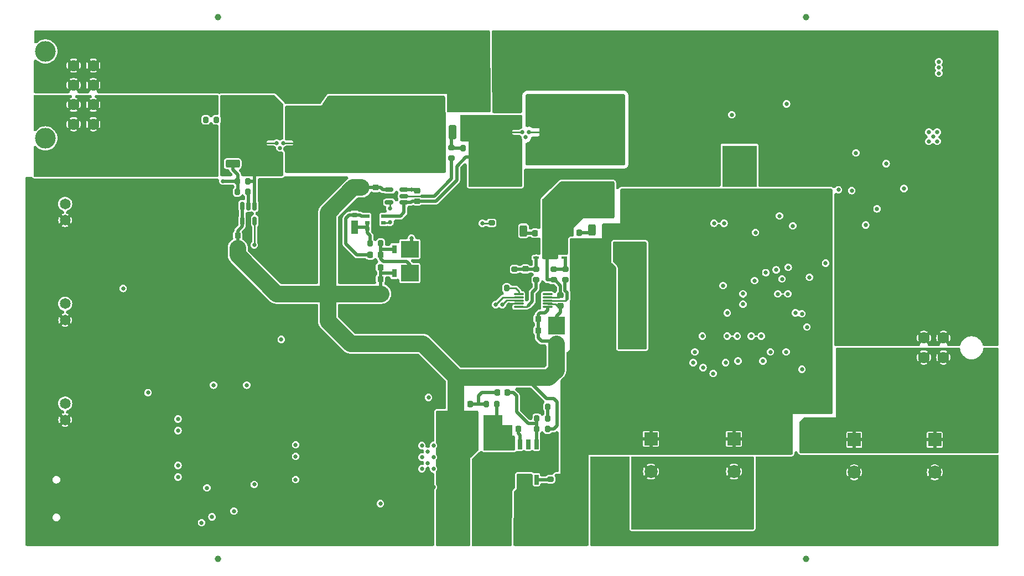
<source format=gtl>
G04 #@! TF.GenerationSoftware,KiCad,Pcbnew,7.0.1*
G04 #@! TF.CreationDate,2024-02-25T13:56:51-08:00*
G04 #@! TF.ProjectId,POWERCORE-V2.0_MOTHERBOARD,504f5745-5243-44f5-9245-2d56322e305f,rev?*
G04 #@! TF.SameCoordinates,PX791ddbePYb90347e*
G04 #@! TF.FileFunction,Copper,L1,Top*
G04 #@! TF.FilePolarity,Positive*
%FSLAX46Y46*%
G04 Gerber Fmt 4.6, Leading zero omitted, Abs format (unit mm)*
G04 Created by KiCad (PCBNEW 7.0.1) date 2024-02-25 13:56:51*
%MOMM*%
%LPD*%
G01*
G04 APERTURE LIST*
G04 Aperture macros list*
%AMRoundRect*
0 Rectangle with rounded corners*
0 $1 Rounding radius*
0 $2 $3 $4 $5 $6 $7 $8 $9 X,Y pos of 4 corners*
0 Add a 4 corners polygon primitive as box body*
4,1,4,$2,$3,$4,$5,$6,$7,$8,$9,$2,$3,0*
0 Add four circle primitives for the rounded corners*
1,1,$1+$1,$2,$3*
1,1,$1+$1,$4,$5*
1,1,$1+$1,$6,$7*
1,1,$1+$1,$8,$9*
0 Add four rect primitives between the rounded corners*
20,1,$1+$1,$2,$3,$4,$5,0*
20,1,$1+$1,$4,$5,$6,$7,0*
20,1,$1+$1,$6,$7,$8,$9,0*
20,1,$1+$1,$8,$9,$2,$3,0*%
G04 Aperture macros list end*
G04 #@! TA.AperFunction,EtchedComponent*
%ADD10C,0.254000*%
G04 #@! TD*
G04 #@! TA.AperFunction,SMDPad,CuDef*
%ADD11C,1.000000*%
G04 #@! TD*
G04 #@! TA.AperFunction,SMDPad,CuDef*
%ADD12R,0.254000X0.254000*%
G04 #@! TD*
G04 #@! TA.AperFunction,SMDPad,CuDef*
%ADD13R,5.590000X5.330000*%
G04 #@! TD*
G04 #@! TA.AperFunction,SMDPad,CuDef*
%ADD14R,5.280000X6.350000*%
G04 #@! TD*
G04 #@! TA.AperFunction,ComponentPad*
%ADD15C,1.778000*%
G04 #@! TD*
G04 #@! TA.AperFunction,ComponentPad*
%ADD16C,3.175000*%
G04 #@! TD*
G04 #@! TA.AperFunction,SMDPad,CuDef*
%ADD17R,1.900000X5.100000*%
G04 #@! TD*
G04 #@! TA.AperFunction,SMDPad,CuDef*
%ADD18RoundRect,0.225000X0.225000X0.250000X-0.225000X0.250000X-0.225000X-0.250000X0.225000X-0.250000X0*%
G04 #@! TD*
G04 #@! TA.AperFunction,ComponentPad*
%ADD19C,1.651000*%
G04 #@! TD*
G04 #@! TA.AperFunction,SMDPad,CuDef*
%ADD20RoundRect,0.225000X0.250000X-0.225000X0.250000X0.225000X-0.250000X0.225000X-0.250000X-0.225000X0*%
G04 #@! TD*
G04 #@! TA.AperFunction,SMDPad,CuDef*
%ADD21RoundRect,0.225000X-0.250000X0.225000X-0.250000X-0.225000X0.250000X-0.225000X0.250000X0.225000X0*%
G04 #@! TD*
G04 #@! TA.AperFunction,SMDPad,CuDef*
%ADD22RoundRect,0.250000X0.312500X0.625000X-0.312500X0.625000X-0.312500X-0.625000X0.312500X-0.625000X0*%
G04 #@! TD*
G04 #@! TA.AperFunction,SMDPad,CuDef*
%ADD23RoundRect,0.250000X-0.325000X-0.650000X0.325000X-0.650000X0.325000X0.650000X-0.325000X0.650000X0*%
G04 #@! TD*
G04 #@! TA.AperFunction,SMDPad,CuDef*
%ADD24R,0.900000X1.640000*%
G04 #@! TD*
G04 #@! TA.AperFunction,SMDPad,CuDef*
%ADD25R,0.900000X0.340000*%
G04 #@! TD*
G04 #@! TA.AperFunction,SMDPad,CuDef*
%ADD26R,2.360000X2.290000*%
G04 #@! TD*
G04 #@! TA.AperFunction,SMDPad,CuDef*
%ADD27RoundRect,0.225000X-0.225000X-0.250000X0.225000X-0.250000X0.225000X0.250000X-0.225000X0.250000X0*%
G04 #@! TD*
G04 #@! TA.AperFunction,SMDPad,CuDef*
%ADD28RoundRect,0.200000X0.200000X0.275000X-0.200000X0.275000X-0.200000X-0.275000X0.200000X-0.275000X0*%
G04 #@! TD*
G04 #@! TA.AperFunction,SMDPad,CuDef*
%ADD29RoundRect,0.200000X-0.275000X0.200000X-0.275000X-0.200000X0.275000X-0.200000X0.275000X0.200000X0*%
G04 #@! TD*
G04 #@! TA.AperFunction,SMDPad,CuDef*
%ADD30RoundRect,0.200000X-0.200000X-0.275000X0.200000X-0.275000X0.200000X0.275000X-0.200000X0.275000X0*%
G04 #@! TD*
G04 #@! TA.AperFunction,SMDPad,CuDef*
%ADD31RoundRect,0.250000X0.650000X-0.325000X0.650000X0.325000X-0.650000X0.325000X-0.650000X-0.325000X0*%
G04 #@! TD*
G04 #@! TA.AperFunction,SMDPad,CuDef*
%ADD32RoundRect,0.200000X0.275000X-0.200000X0.275000X0.200000X-0.275000X0.200000X-0.275000X-0.200000X0*%
G04 #@! TD*
G04 #@! TA.AperFunction,SMDPad,CuDef*
%ADD33R,1.400000X1.270000*%
G04 #@! TD*
G04 #@! TA.AperFunction,SMDPad,CuDef*
%ADD34R,4.800000X4.720000*%
G04 #@! TD*
G04 #@! TA.AperFunction,SMDPad,CuDef*
%ADD35RoundRect,0.150000X-0.512500X-0.150000X0.512500X-0.150000X0.512500X0.150000X-0.512500X0.150000X0*%
G04 #@! TD*
G04 #@! TA.AperFunction,SMDPad,CuDef*
%ADD36RoundRect,0.250000X-0.650000X0.325000X-0.650000X-0.325000X0.650000X-0.325000X0.650000X0.325000X0*%
G04 #@! TD*
G04 #@! TA.AperFunction,SMDPad,CuDef*
%ADD37R,0.700000X0.620000*%
G04 #@! TD*
G04 #@! TA.AperFunction,SMDPad,CuDef*
%ADD38R,2.667000X2.540000*%
G04 #@! TD*
G04 #@! TA.AperFunction,SMDPad,CuDef*
%ADD39R,0.762000X1.270000*%
G04 #@! TD*
G04 #@! TA.AperFunction,SMDPad,CuDef*
%ADD40RoundRect,0.075000X0.650000X0.075000X-0.650000X0.075000X-0.650000X-0.075000X0.650000X-0.075000X0*%
G04 #@! TD*
G04 #@! TA.AperFunction,ComponentPad*
%ADD41R,2.000000X2.000000*%
G04 #@! TD*
G04 #@! TA.AperFunction,ComponentPad*
%ADD42C,2.000000*%
G04 #@! TD*
G04 #@! TA.AperFunction,SMDPad,CuDef*
%ADD43R,2.100000X4.000000*%
G04 #@! TD*
G04 #@! TA.AperFunction,SMDPad,CuDef*
%ADD44RoundRect,0.250000X0.325000X0.650000X-0.325000X0.650000X-0.325000X-0.650000X0.325000X-0.650000X0*%
G04 #@! TD*
G04 #@! TA.AperFunction,SMDPad,CuDef*
%ADD45RoundRect,0.250000X0.375000X1.075000X-0.375000X1.075000X-0.375000X-1.075000X0.375000X-1.075000X0*%
G04 #@! TD*
G04 #@! TA.AperFunction,SMDPad,CuDef*
%ADD46RoundRect,0.250000X0.350000X-0.850000X0.350000X0.850000X-0.350000X0.850000X-0.350000X-0.850000X0*%
G04 #@! TD*
G04 #@! TA.AperFunction,SMDPad,CuDef*
%ADD47RoundRect,0.250000X1.125000X-1.275000X1.125000X1.275000X-1.125000X1.275000X-1.125000X-1.275000X0*%
G04 #@! TD*
G04 #@! TA.AperFunction,SMDPad,CuDef*
%ADD48RoundRect,0.249997X2.650003X-2.950003X2.650003X2.950003X-2.650003X2.950003X-2.650003X-2.950003X0*%
G04 #@! TD*
G04 #@! TA.AperFunction,SMDPad,CuDef*
%ADD49R,1.600000X3.200000*%
G04 #@! TD*
G04 #@! TA.AperFunction,SMDPad,CuDef*
%ADD50RoundRect,0.050000X0.250000X-0.725000X0.250000X0.725000X-0.250000X0.725000X-0.250000X-0.725000X0*%
G04 #@! TD*
G04 #@! TA.AperFunction,SMDPad,CuDef*
%ADD51RoundRect,0.050000X2.400000X-1.425000X2.400000X1.425000X-2.400000X1.425000X-2.400000X-1.425000X0*%
G04 #@! TD*
G04 #@! TA.AperFunction,SMDPad,CuDef*
%ADD52RoundRect,0.150000X0.150000X-0.512500X0.150000X0.512500X-0.150000X0.512500X-0.150000X-0.512500X0*%
G04 #@! TD*
G04 #@! TA.AperFunction,SMDPad,CuDef*
%ADD53RoundRect,0.250000X0.850000X0.350000X-0.850000X0.350000X-0.850000X-0.350000X0.850000X-0.350000X0*%
G04 #@! TD*
G04 #@! TA.AperFunction,SMDPad,CuDef*
%ADD54RoundRect,0.250000X1.275000X1.125000X-1.275000X1.125000X-1.275000X-1.125000X1.275000X-1.125000X0*%
G04 #@! TD*
G04 #@! TA.AperFunction,SMDPad,CuDef*
%ADD55RoundRect,0.249997X2.950003X2.650003X-2.950003X2.650003X-2.950003X-2.650003X2.950003X-2.650003X0*%
G04 #@! TD*
G04 #@! TA.AperFunction,SMDPad,CuDef*
%ADD56R,2.540000X2.667000*%
G04 #@! TD*
G04 #@! TA.AperFunction,SMDPad,CuDef*
%ADD57R,1.270000X0.762000*%
G04 #@! TD*
G04 #@! TA.AperFunction,SMDPad,CuDef*
%ADD58R,1.100000X2.000000*%
G04 #@! TD*
G04 #@! TA.AperFunction,SMDPad,CuDef*
%ADD59R,0.800000X0.800000*%
G04 #@! TD*
G04 #@! TA.AperFunction,ViaPad*
%ADD60C,0.635000*%
G04 #@! TD*
G04 #@! TA.AperFunction,Conductor*
%ADD61C,0.508000*%
G04 #@! TD*
G04 #@! TA.AperFunction,Conductor*
%ADD62C,0.254000*%
G04 #@! TD*
G04 #@! TA.AperFunction,Conductor*
%ADD63C,2.540000*%
G04 #@! TD*
G04 APERTURE END LIST*
D10*
X75420002Y67380998D02*
X74658002Y67380998D01*
X37828003Y65729997D02*
X37066003Y65729997D01*
X79520002Y67380998D02*
X78758002Y67380998D01*
X41166003Y65729997D02*
X41928003Y65729997D01*
D11*
X30000002Y1999998D03*
X120000002Y1999998D03*
X120000002Y84999998D03*
X30000002Y84999998D03*
D12*
X75420002Y67380998D03*
X74658002Y67380998D03*
D13*
X87753002Y67248998D03*
X87753002Y57098998D03*
D14*
X109828002Y62173998D03*
D15*
X7918000Y68584999D03*
X7918000Y71584999D03*
X7918000Y74584999D03*
X7918000Y77584999D03*
X10918000Y68584999D03*
X10918000Y71584999D03*
X10918000Y74584999D03*
X10918000Y77584999D03*
D16*
X3600000Y66430199D03*
X3600000Y79739799D03*
D17*
X71950000Y21176000D03*
X67750000Y21176000D03*
D18*
X54877002Y48584998D03*
X53327002Y48584998D03*
X68593000Y25748000D03*
X67043000Y25748000D03*
D19*
X6614322Y41100000D03*
X6614322Y38600000D03*
D20*
X82423002Y40824998D03*
X82423002Y42374998D03*
X135128002Y33585998D03*
X135128002Y35135998D03*
D21*
X60515502Y58376998D03*
X60515502Y56826998D03*
D22*
X90187502Y52367998D03*
X87262502Y52367998D03*
D23*
X89711002Y45917998D03*
X92661002Y45917998D03*
D24*
X83021002Y49446998D03*
D25*
X83021002Y48146998D03*
D26*
X85191002Y49121998D03*
D27*
X33020002Y51562000D03*
X34570002Y51562000D03*
D12*
X37828003Y65729997D03*
X37066003Y65729997D03*
D28*
X80454002Y21914998D03*
X78804002Y21914998D03*
D21*
X54165502Y58884998D03*
X54165502Y57334998D03*
D29*
X81370002Y46390998D03*
X81370002Y44740998D03*
D30*
X67495002Y64958998D03*
X69145002Y64958998D03*
D31*
X128397002Y32885998D03*
X128397002Y35835998D03*
D32*
X78703002Y44740998D03*
X78703002Y46390998D03*
D33*
X17550002Y72079998D03*
X15470002Y72079998D03*
D34*
X16510002Y75884998D03*
D28*
X54927002Y50362998D03*
X53277002Y50362998D03*
D23*
X89711002Y43250998D03*
X92661002Y43250998D03*
X89711002Y40583998D03*
X92661002Y40583998D03*
D35*
X56203002Y58551998D03*
X56203002Y57601998D03*
X56203002Y56651998D03*
X58478002Y56651998D03*
X58478002Y57601998D03*
X58478002Y58551998D03*
D18*
X54877002Y46679998D03*
X53327002Y46679998D03*
D36*
X58674002Y74570998D03*
X58674002Y71620998D03*
D18*
X79007002Y37027998D03*
X77457002Y37027998D03*
D31*
X131064002Y32885998D03*
X131064002Y35835998D03*
D28*
X80454000Y25343998D03*
X78804000Y25343998D03*
D33*
X74041002Y57855998D03*
X71961002Y57855998D03*
D34*
X73001002Y61660998D03*
D12*
X79520002Y67380998D03*
X78758002Y67380998D03*
D37*
X55352002Y52587998D03*
X55352002Y53537998D03*
X55352002Y54487998D03*
X52852002Y54487998D03*
X52852002Y53537998D03*
X52852002Y52587998D03*
D19*
X6614322Y56392060D03*
X6614322Y53892060D03*
D21*
X62738002Y73870998D03*
X62738002Y72320998D03*
D18*
X85309002Y51986998D03*
X83759002Y51986998D03*
X79007002Y38805998D03*
X77457002Y38805998D03*
D38*
X59372502Y45790998D03*
D39*
X57023002Y45790998D03*
D40*
X80432002Y40599998D03*
X80432002Y41099998D03*
X80432002Y41599998D03*
X80432002Y42099998D03*
X80432002Y42599998D03*
X76032002Y42599998D03*
X76032002Y42099998D03*
X76032002Y41599998D03*
X76032002Y41099998D03*
X76032002Y40599998D03*
D41*
X127381000Y20274677D03*
D42*
X127381000Y15274677D03*
D27*
X68059000Y16477000D03*
X69609000Y16477000D03*
D43*
X80189002Y67380998D03*
X73989002Y67380998D03*
D29*
X65780002Y65021998D03*
X65780002Y63371998D03*
D21*
X60960002Y73870998D03*
X60960002Y72320998D03*
D36*
X56007002Y74570998D03*
X56007002Y71620998D03*
D44*
X76659000Y6858000D03*
X73709000Y6858000D03*
D32*
X80899000Y14231998D03*
X80899000Y15881998D03*
D20*
X133350002Y33585998D03*
X133350002Y35135998D03*
D45*
X119891000Y20193000D03*
X117091000Y20193000D03*
D30*
X28131002Y69285998D03*
X29781002Y69285998D03*
D46*
X65919002Y67371998D03*
D47*
X66674002Y71996998D03*
X69724002Y71996998D03*
D48*
X68199002Y73671998D03*
D47*
X66674002Y75346998D03*
X69724002Y75346998D03*
D46*
X70479002Y67371998D03*
D49*
X109018002Y8325998D03*
X115518002Y8325998D03*
D22*
X76773502Y52267998D03*
X73848502Y52267998D03*
D27*
X89649002Y49854998D03*
X91199002Y49854998D03*
D49*
X96214002Y8325998D03*
X89714002Y8325998D03*
D12*
X41166003Y65729997D03*
X41928003Y65729997D03*
D20*
X77052002Y46441998D03*
X77052002Y47991998D03*
D30*
X32957004Y59887998D03*
X34607004Y59887998D03*
D32*
X83148002Y44740998D03*
X83148002Y46390998D03*
D18*
X75959002Y21914998D03*
X74409002Y21914998D03*
D29*
X71882002Y53473998D03*
X71882002Y51823998D03*
D18*
X74308002Y27502998D03*
X72758002Y27502998D03*
D24*
X78703002Y49446998D03*
D25*
X78703002Y48146998D03*
D26*
X80873002Y49121998D03*
D18*
X75959000Y11811000D03*
X74409000Y11811000D03*
D23*
X89711002Y37916998D03*
X92661002Y37916998D03*
D19*
X6614322Y25808000D03*
X6614322Y23308000D03*
D41*
X96266000Y20401677D03*
D42*
X96266000Y15401677D03*
D28*
X72707000Y25748000D03*
X71057000Y25748000D03*
D50*
X74930000Y14158000D03*
X76200000Y14158000D03*
X77470000Y14158000D03*
X78740000Y14158000D03*
X78740000Y19558000D03*
X77470000Y19558000D03*
X76200000Y19558000D03*
X74930000Y19558000D03*
D51*
X76835000Y16858000D03*
D36*
X53340002Y74570998D03*
X53340002Y71620998D03*
D28*
X34607004Y58236998D03*
X32957004Y58236998D03*
X74189002Y43502998D03*
X72539002Y43502998D03*
D27*
X89649002Y48076998D03*
X91199002Y48076998D03*
D36*
X50673002Y74570998D03*
X50673002Y71620998D03*
D33*
X44093002Y70330998D03*
X42013002Y70330998D03*
D34*
X43053002Y74135998D03*
D18*
X80102002Y51915998D03*
X78552002Y51915998D03*
D43*
X36397003Y65729997D03*
X42597003Y65729997D03*
D52*
X33721002Y53797498D03*
X34671002Y53797498D03*
X35621002Y53797498D03*
X35621002Y56072498D03*
X34671002Y56072498D03*
X33721002Y56072498D03*
D23*
X67359000Y14191000D03*
X70309000Y14191000D03*
D41*
X108966000Y20401677D03*
D42*
X108966000Y15401677D03*
D15*
X141037252Y35860998D03*
X141037252Y32860998D03*
X138037252Y35860998D03*
X138037252Y32860998D03*
D53*
X32258002Y62554998D03*
D54*
X27633002Y63309998D03*
X27633002Y66359998D03*
D55*
X25958002Y64834998D03*
D54*
X24283002Y63309998D03*
X24283002Y66359998D03*
D53*
X32258002Y67114998D03*
D38*
X59372502Y49473998D03*
D39*
X57023002Y49473998D03*
D56*
X81788002Y37726498D03*
D57*
X81788002Y35376998D03*
D41*
X139700000Y20274677D03*
D42*
X139700000Y15274677D03*
D30*
X78804000Y23565998D03*
X80454000Y23565998D03*
D18*
X54877002Y44901998D03*
X53327002Y44901998D03*
D58*
X50927002Y52784998D03*
D59*
X50927002Y54684998D03*
D44*
X76659000Y9525000D03*
X73709000Y9525000D03*
D32*
X75401002Y46391998D03*
X75401002Y48041998D03*
D23*
X89711002Y35376998D03*
X92661002Y35376998D03*
D36*
X48006002Y74570998D03*
X48006002Y71620998D03*
D60*
X69215002Y44520998D03*
X70358002Y43377998D03*
X70358002Y44520998D03*
X69215002Y42234998D03*
X70358002Y39948998D03*
X69215002Y39948998D03*
X69215002Y41091998D03*
X70358002Y41091998D03*
X70358002Y42234998D03*
X69215002Y43377998D03*
X69215002Y45790998D03*
X70358002Y45790998D03*
X69215002Y46933998D03*
X70358002Y46933998D03*
X70358002Y50362998D03*
X69215002Y50362998D03*
X70358002Y48076998D03*
X69215002Y48076998D03*
X70358002Y49219998D03*
X69215002Y49219998D03*
X72644002Y45790998D03*
X71501002Y45790998D03*
X29096002Y8452998D03*
X108649000Y70047998D03*
X28131000Y69285998D03*
X71501002Y48076998D03*
X72644002Y46933998D03*
X72644002Y49219998D03*
X72644002Y50362998D03*
X71501002Y49219998D03*
X71501002Y50362998D03*
X72644002Y48076998D03*
X71501002Y46933998D03*
X73787002Y49219998D03*
X74930002Y49219998D03*
X73787002Y50362998D03*
X74930002Y50362998D03*
X76073002Y49219998D03*
X76073002Y50362998D03*
X77216002Y49219998D03*
X77216002Y50362998D03*
X41897004Y19501998D03*
X27496004Y7563997D03*
X23889002Y21660998D03*
X117234002Y42615998D03*
X61214002Y19374998D03*
X61214002Y15818998D03*
X35560002Y13419000D03*
X29337002Y28632996D03*
X41897000Y14167998D03*
X32448004Y9341998D03*
X129146002Y53156998D03*
X62992002Y17596998D03*
X62992002Y15818998D03*
X34417002Y28633000D03*
X105804002Y30423998D03*
X117021004Y71698998D03*
X23889002Y14548998D03*
X19304002Y27490000D03*
X15494001Y43440997D03*
X62103002Y16707998D03*
X54864002Y10484998D03*
X107937002Y36138998D03*
X62992002Y19374998D03*
X61214002Y17596998D03*
X39688004Y35630998D03*
X28321002Y12897998D03*
X111620002Y36138998D03*
X62103002Y18485998D03*
X132461002Y71190998D03*
X22352002Y15437998D03*
X128143002Y37027998D03*
X115900002Y9499998D03*
X130810002Y37027998D03*
X110363002Y41027257D03*
X112649002Y76397998D03*
X108649002Y75381998D03*
X52070002Y70436117D03*
X44069002Y70436117D03*
X42037002Y70436117D03*
X75057002Y17723998D03*
X75946002Y16834998D03*
X58674002Y70436117D03*
X72009002Y10357998D03*
X77089002Y66618998D03*
X29845002Y69285998D03*
X115100002Y7199998D03*
X29337002Y30182996D03*
X33020002Y42424996D03*
X143015002Y76397998D03*
X53327004Y46679998D03*
X53284000Y57356996D03*
X73660002Y12008998D03*
X134112002Y37027998D03*
X72009002Y12008998D03*
X90100002Y7199998D03*
X77470002Y24073998D03*
X92661000Y40583998D03*
X22339002Y22549998D03*
X115697002Y42615998D03*
X56007002Y70436117D03*
X62738002Y70436117D03*
X91199000Y49854998D03*
X116967002Y76270998D03*
X137175002Y61665998D03*
X53327001Y44901996D03*
X28321002Y11361000D03*
X116332002Y44901998D03*
X32512002Y21406998D03*
X135509002Y74111998D03*
X113157002Y36138998D03*
X59944002Y70436117D03*
X78740002Y15945998D03*
X50673002Y70436117D03*
X91199000Y48076998D03*
X34290002Y19628998D03*
X73660002Y13786998D03*
X70358002Y12008998D03*
X117983002Y53029998D03*
X90100002Y9499998D03*
X126111002Y64205998D03*
X133096002Y37027998D03*
X132398000Y56712998D03*
X2878999Y30458001D03*
X54864002Y13024998D03*
X135572004Y67888998D03*
X104140002Y36138998D03*
X92661000Y37916998D03*
X34417002Y30182996D03*
X102997002Y33725998D03*
X34798002Y37473000D03*
X33401002Y20517998D03*
X76835002Y17723998D03*
X130683002Y44647998D03*
X72539002Y43502998D03*
X34290002Y21406998D03*
X135128002Y37027998D03*
X75057002Y15945998D03*
X62992002Y13011996D03*
X115518000Y8325998D03*
X92661000Y43250998D03*
X53340002Y70436117D03*
X2878999Y34057999D03*
X123000002Y47314998D03*
X72009002Y13786998D03*
X120536002Y45155998D03*
X107455002Y53410998D03*
X19304004Y38368996D03*
X48006002Y70436117D03*
X70358002Y13786998D03*
X113411002Y32328998D03*
X77470002Y37916998D03*
X39497002Y64967998D03*
X77978002Y16834998D03*
X35560002Y11869000D03*
X109601002Y32328998D03*
X109474002Y36138998D03*
X89300002Y7199998D03*
X34570002Y51561998D03*
X43434002Y18612996D03*
X132080002Y37027998D03*
X31242002Y37473000D03*
X131572002Y53156998D03*
X123317002Y67634998D03*
X78740002Y17723998D03*
X92661000Y35376998D03*
X92710002Y41980998D03*
X133772002Y49783998D03*
X92661000Y45917998D03*
X73660002Y10357998D03*
X25019002Y32390996D03*
X54610002Y70436117D03*
X16637004Y24398996D03*
X104254003Y31312999D03*
X112141002Y44647998D03*
X89718000Y8325998D03*
X115443002Y46291878D03*
X76835002Y15945998D03*
X89300002Y9499998D03*
X143015004Y66872998D03*
X74549002Y40965000D03*
X115900002Y7199998D03*
X57404002Y70436117D03*
X92710002Y39313998D03*
X115100002Y9499998D03*
X107950002Y39694998D03*
X32385002Y7563998D03*
X43447002Y14168000D03*
X49403002Y70436117D03*
X56332000Y52587997D03*
X91186002Y48965998D03*
X16002004Y6611998D03*
X61341002Y70428998D03*
X92710002Y36646998D03*
X19304002Y29039996D03*
X50475004Y21025998D03*
X32512002Y19628998D03*
X70358002Y10357998D03*
X143015002Y78175998D03*
X92710002Y44647998D03*
X129667002Y37027998D03*
X115471002Y71698998D03*
X39688000Y37408998D03*
X39688000Y39186998D03*
X41338004Y30169998D03*
X124968002Y56585998D03*
X107315002Y43885998D03*
X115951002Y54553998D03*
X67437002Y8198998D03*
X140081002Y67380998D03*
X140081002Y65983998D03*
X33020002Y51562000D03*
X139446002Y66745998D03*
X138811002Y65983998D03*
X138811002Y67380998D03*
X67437002Y5658998D03*
X65405002Y22930998D03*
X67441000Y6928998D03*
X70485002Y53410998D03*
X62230002Y26740998D03*
X107696002Y32074998D03*
X102743002Y32074998D03*
X113855502Y45854498D03*
X119380002Y31058998D03*
X56332000Y53546996D03*
X73533002Y40964998D03*
X23889004Y16326998D03*
X23889004Y23438997D03*
X41897000Y17723998D03*
X55880002Y80969998D03*
X119380002Y39567998D03*
X130873502Y55633498D03*
X140335002Y78175998D03*
X140335002Y76397998D03*
X110363002Y42628998D03*
X127000002Y58426998D03*
X135001002Y58744998D03*
X112268002Y52013998D03*
X140335002Y77286998D03*
X127648004Y64205998D03*
X132271004Y62554998D03*
X105918002Y53423998D03*
X59634000Y58551998D03*
X59634000Y51133996D03*
X38989001Y65729997D03*
X77597002Y67380998D03*
X76581002Y67380998D03*
X35560002Y50108998D03*
X30734002Y59887998D03*
X124962502Y58552000D03*
X118364002Y39695000D03*
X72517002Y40964998D03*
X114554002Y33725998D03*
X116967002Y33725998D03*
X56332000Y55705996D03*
X120142003Y37535997D03*
X117282000Y46679998D03*
X40005002Y65729997D03*
D61*
X35621002Y64953996D02*
X36397003Y65729997D01*
X35621002Y59887998D02*
X35621002Y64953996D01*
X77470002Y24835998D02*
X77978002Y25343998D01*
X77457002Y38805998D02*
X77457002Y37027998D01*
X77470002Y24073998D02*
X77470002Y24835998D01*
X77978002Y25343998D02*
X78804000Y25343998D01*
X34570002Y52420996D02*
X34570002Y51562000D01*
X55638976Y57601998D02*
X55371976Y57334998D01*
X53305998Y57334998D02*
X53284000Y57356996D01*
X34570002Y52420998D02*
X34570002Y52420996D01*
X34671004Y52521998D02*
X34570002Y52420996D01*
X77002002Y48041998D02*
X77052002Y47991998D01*
D62*
X74684000Y41099998D02*
X74549002Y40965000D01*
D61*
X34671002Y53726500D02*
X34671004Y53726498D01*
X55352002Y52587998D02*
X56332000Y52587997D01*
X56203002Y57601998D02*
X55638976Y57601998D01*
X34671004Y53726498D02*
X34671004Y52521998D01*
D62*
X76032002Y41099998D02*
X74684000Y41099998D01*
D61*
X55371976Y57334998D02*
X53305998Y57334998D01*
D63*
X50292002Y34995998D02*
X61341002Y34995998D01*
X46863002Y55061998D02*
X50686002Y58884998D01*
X50686002Y58884998D02*
X51943002Y58884998D01*
D61*
X75636122Y28772998D02*
X76870562Y30007438D01*
X80264002Y26613998D02*
X81407002Y26613998D01*
D63*
X61341002Y34995998D02*
X66421002Y29915998D01*
D61*
X67043000Y21883000D02*
X67750000Y21176000D01*
X76870562Y30007438D02*
X80264002Y26613998D01*
X81430004Y21938000D02*
X80454000Y21938000D01*
D63*
X33020002Y48584998D02*
X38989002Y42615998D01*
D61*
X81915002Y26105998D02*
X81915002Y22422998D01*
X79248002Y39694998D02*
X80010002Y39694998D01*
X67043000Y25748000D02*
X67056002Y25761002D01*
X80432002Y40116998D02*
X80432002Y40497878D01*
D63*
X66421002Y29788998D02*
X80645002Y29788998D01*
D61*
X56203002Y58551998D02*
X55263998Y58551998D01*
X54877002Y42729998D02*
X54991002Y42615998D01*
D63*
X46863002Y42615998D02*
X46863002Y55061998D01*
X33020002Y49600998D02*
X33020002Y48584998D01*
D61*
X79007002Y35871998D02*
X79007002Y38805998D01*
X79007002Y39453998D02*
X79248002Y39694998D01*
X33721002Y53726500D02*
X33721002Y56001500D01*
X81915002Y22422998D02*
X81430004Y21938000D01*
X54930998Y58884998D02*
X54165502Y58884998D01*
X33020002Y52267996D02*
X33020002Y51562000D01*
D63*
X46863002Y38424998D02*
X50292002Y34995998D01*
D61*
X55263998Y58551998D02*
X54930998Y58884998D01*
X54877002Y45799996D02*
X54877002Y44901998D01*
X54165502Y58884998D02*
X51943002Y58884998D01*
D63*
X80645002Y29788998D02*
X81788002Y30931998D01*
D61*
X81788002Y35376998D02*
X79502002Y35376998D01*
X33721002Y52968996D02*
X33020002Y52267996D01*
D63*
X46863002Y42615998D02*
X54991002Y42615998D01*
D61*
X54877002Y45799996D02*
X54886000Y45790998D01*
X54877002Y44901998D02*
X54877002Y42729998D01*
D63*
X66421002Y23946998D02*
X65405002Y22930998D01*
D61*
X67056002Y28772998D02*
X75636122Y28772998D01*
X67043000Y25748000D02*
X67043000Y21883000D01*
X54877002Y46679998D02*
X54877002Y45799996D01*
X81407002Y26613998D02*
X81915002Y26105998D01*
X79502002Y35376998D02*
X79007002Y35871998D01*
X33020002Y51562000D02*
X33020002Y49600998D01*
X80010002Y39694998D02*
X80432002Y40116998D01*
D63*
X66421002Y29915998D02*
X66421002Y23946998D01*
D61*
X79007002Y38805998D02*
X79007002Y39453998D01*
D63*
X46863002Y42615998D02*
X46863002Y38424998D01*
X81788002Y30931998D02*
X81788002Y34924878D01*
D61*
X54886000Y45790998D02*
X57023002Y45790998D01*
X33721002Y53726500D02*
X33721002Y52968996D01*
D63*
X38989002Y42615998D02*
X46863002Y42615998D01*
D62*
X71819002Y53410998D02*
X70485002Y53410998D01*
X71882002Y53473998D02*
X71819002Y53410998D01*
X55352002Y53537998D02*
X56323002Y53537998D01*
X56323002Y53537998D02*
X56332000Y53546996D01*
X76024880Y41607120D02*
X74175124Y41607120D01*
X76032002Y41599998D02*
X76024880Y41607120D01*
X74175124Y41607120D02*
X73533002Y40964998D01*
D61*
X76200000Y21025996D02*
X76200000Y19558000D01*
X76200002Y21025998D02*
X76200000Y21025996D01*
X75959000Y21267000D02*
X76200002Y21025998D01*
X75959000Y21938000D02*
X75959000Y21267000D01*
X72707000Y21933000D02*
X71950000Y21176000D01*
X72707000Y25748000D02*
X72707000Y21933000D01*
X70381004Y27526000D02*
X72748000Y27526000D01*
X69850002Y25748000D02*
X69850002Y26994998D01*
X71057000Y25748000D02*
X69850002Y25748000D01*
X69850002Y26994998D02*
X70381004Y27526000D01*
X69850002Y25748000D02*
X68593000Y25748000D01*
X75184002Y27502998D02*
X75692002Y26994998D01*
X78804000Y19622000D02*
X78740000Y19558000D01*
X78804000Y21938000D02*
X78804000Y19622000D01*
X78804000Y21938000D02*
X78804000Y23589000D01*
X78867002Y22001002D02*
X78804000Y21938000D01*
X75692002Y26994998D02*
X75692002Y24581998D01*
X74308002Y27502998D02*
X75184002Y27502998D01*
X75692002Y24581998D02*
X77470002Y22803998D01*
X77470002Y22803998D02*
X78804000Y22803998D01*
X82423002Y42374998D02*
X82423002Y43885998D01*
X82423002Y43885998D02*
X81568002Y44740998D01*
X80354002Y44803998D02*
X80354002Y48602998D01*
X81568002Y44740998D02*
X81370002Y44740998D01*
X81370002Y44740998D02*
X80417002Y44740998D01*
D62*
X80432002Y42099998D02*
X82148002Y42099998D01*
X82148002Y42099998D02*
X82423002Y42374998D01*
D61*
X80354002Y48602998D02*
X80873002Y49121998D01*
X80417002Y44740998D02*
X80354002Y44803998D01*
X59372502Y45790998D02*
X59372502Y47077494D01*
X59372502Y47077494D02*
X58842878Y47607118D01*
X54927002Y50362998D02*
X54927002Y49482996D01*
X54927002Y49482996D02*
X54936000Y49473998D01*
X54927002Y48634998D02*
X54877002Y48584998D01*
X54936000Y49473998D02*
X57023002Y49473998D01*
X58842878Y47607118D02*
X55286878Y47607118D01*
X54927002Y49482996D02*
X54927002Y48634998D01*
X55286878Y47607118D02*
X54877002Y48016994D01*
X54877002Y48016994D02*
X54877002Y48584998D01*
X50927002Y54684998D02*
X50104002Y54684998D01*
X49601000Y50244996D02*
X51260998Y48584998D01*
X49601000Y54181996D02*
X49601000Y50244996D01*
X50927002Y54684998D02*
X51764998Y54684998D01*
X51764998Y54684998D02*
X51961998Y54487998D01*
X50104002Y54684998D02*
X49601000Y54181996D01*
X51260998Y48584998D02*
X53327002Y48584998D01*
X51961998Y54487998D02*
X52852002Y54487998D01*
X59634000Y49735496D02*
X59372502Y49473998D01*
X59634000Y51133996D02*
X59634000Y49735496D01*
X59634000Y58551998D02*
X60340502Y58551998D01*
X58478002Y58551998D02*
X59634000Y58551998D01*
X60340502Y58551998D02*
X60515502Y58376998D01*
X59576998Y56651998D02*
X58478002Y56651998D01*
X68707002Y63570998D02*
X69145002Y64008998D01*
X58491000Y56639000D02*
X58478002Y56651998D01*
X57908002Y54487998D02*
X58491000Y55070996D01*
X66548002Y60014998D02*
X66548002Y62173998D01*
X55352002Y54487998D02*
X57908002Y54487998D01*
X69145002Y64008998D02*
X69145002Y64958998D01*
X69145002Y64958998D02*
X69841002Y64958998D01*
X63360002Y56826998D02*
X66548002Y60014998D01*
X58491000Y55070996D02*
X58491000Y56639000D01*
X66548002Y62173998D02*
X67945002Y63570998D01*
X60515502Y56826998D02*
X63360002Y56826998D01*
X70479002Y65596998D02*
X70479002Y67371998D01*
X60515502Y56826998D02*
X59751998Y56826998D01*
X69841002Y64958998D02*
X70479002Y65596998D01*
X67945002Y63570998D02*
X68707002Y63570998D01*
X59751998Y56826998D02*
X59576998Y56651998D01*
X78703002Y46390998D02*
X78703002Y48146998D01*
X78703002Y46390998D02*
X75402002Y46390998D01*
X75402002Y46390998D02*
X75401002Y46391998D01*
X86881502Y51986998D02*
X87262502Y52367998D01*
X85309002Y51986998D02*
X86881502Y51986998D01*
X78552002Y51915998D02*
X77125502Y51915998D01*
X77125502Y51915998D02*
X76773502Y52267998D01*
D62*
X80440002Y41091998D02*
X80432002Y41099998D01*
X81661002Y41091998D02*
X80440002Y41091998D01*
X82423002Y40824998D02*
X81928002Y40824998D01*
D61*
X81788002Y37726498D02*
X81788002Y39186998D01*
X82423002Y39821998D02*
X82423002Y40824998D01*
D62*
X81928002Y40824998D02*
X81661002Y41091998D01*
D61*
X81788002Y39186998D02*
X82423002Y39821998D01*
X53284000Y51514996D02*
X53284000Y50369996D01*
X53284000Y50369996D02*
X53277002Y50362998D01*
X52852002Y52587998D02*
X52852002Y53537998D01*
X52852002Y51946994D02*
X53284000Y51514996D01*
X50927002Y52784998D02*
X52655002Y52784998D01*
X52655002Y52784998D02*
X52852002Y52587998D01*
X52852002Y52587998D02*
X52852002Y51946994D01*
D62*
X37828003Y65729997D02*
X38989001Y65729997D01*
X38989003Y65729999D02*
X38989001Y65729997D01*
X78758002Y67380998D02*
X77597002Y67380998D01*
X75420002Y67380998D02*
X76581002Y67380998D01*
X35560002Y50108998D02*
X35621002Y50169998D01*
X35621002Y50169998D02*
X35621002Y53797498D01*
D61*
X34670002Y58166000D02*
X34670002Y56002500D01*
X34670002Y56002500D02*
X34671002Y56001500D01*
X33020002Y58166000D02*
X33020002Y60395998D01*
X33020002Y60903998D02*
X32258002Y61665998D01*
X33020002Y60395998D02*
X33020002Y60903998D01*
X33020002Y59944000D02*
X33020002Y60395998D01*
X32258002Y61665998D02*
X32258002Y62554998D01*
X32957004Y59887998D02*
X30734002Y59887998D01*
X81370002Y46390998D02*
X83148002Y46390998D01*
X83148002Y46390998D02*
X83148002Y48019998D01*
X67495002Y64958998D02*
X65843002Y64958998D01*
X65780002Y65021998D02*
X65780002Y67232998D01*
X65780002Y67232998D02*
X65919002Y67371998D01*
X65843002Y64958998D02*
X65780002Y65021998D01*
D62*
X76032002Y42099998D02*
X73652002Y42099998D01*
X73652002Y42099998D02*
X72517002Y40964998D01*
D61*
X83129122Y44722118D02*
X83129122Y43101470D01*
X83148002Y44740998D02*
X83129122Y44722118D01*
X83439002Y42791590D02*
X83439002Y41853998D01*
D62*
X80432002Y41599998D02*
X83185002Y41599998D01*
X83185002Y41599998D02*
X83439002Y41853998D01*
D61*
X83129122Y43101470D02*
X83439002Y42791590D01*
X63137104Y57601998D02*
X61173094Y57601998D01*
X65780002Y63371998D02*
X65780002Y60244896D01*
D62*
X58478122Y57602118D02*
X61149122Y57602118D01*
D61*
X65780002Y60244896D02*
X63137104Y57601998D01*
D62*
X58478002Y57601998D02*
X58478122Y57602118D01*
D61*
X80454000Y23589000D02*
X80454000Y25367000D01*
X78740000Y14158000D02*
X80825002Y14158000D01*
X80825002Y14158000D02*
X80899000Y14231998D01*
D62*
X74189002Y43502998D02*
X75567002Y43502998D01*
X75567002Y43502998D02*
X76032002Y43037998D01*
X76032002Y43037998D02*
X76032002Y42599998D01*
D61*
X78703002Y44740998D02*
X78703002Y43467998D01*
D62*
X77232002Y40599998D02*
X77470002Y40837998D01*
X76032002Y40599998D02*
X77232002Y40599998D01*
D61*
X78105002Y41472998D02*
X77470002Y40837998D01*
X78105002Y42869998D02*
X78105002Y41472998D01*
X78703002Y43467998D02*
X78105002Y42869998D01*
D62*
X56078000Y56526996D02*
X56203002Y56651998D01*
X56332000Y55705996D02*
X56332000Y56523000D01*
X56332000Y56523000D02*
X56203002Y56651998D01*
D61*
X35621002Y56001500D02*
X35621002Y59887998D01*
X34614000Y59887998D02*
X35621002Y59887998D01*
X34670002Y59944000D02*
X34614000Y59887998D01*
D62*
X41166003Y65729997D02*
X40005002Y65729997D01*
G04 #@! TA.AperFunction,Conductor*
G36*
X71473773Y82982983D02*
G01*
X71555537Y82928797D01*
X71610546Y82847585D01*
X71630531Y82751555D01*
X71740902Y71824858D01*
X71752421Y70684553D01*
X71740675Y70605764D01*
X71705013Y70534532D01*
X71648969Y70477919D01*
X71578101Y70441539D01*
X71499434Y70428998D01*
X65277002Y70428998D01*
X65180183Y70448256D01*
X65098104Y70503100D01*
X65043260Y70585179D01*
X65024002Y70681998D01*
X65024002Y73222998D01*
X46736002Y73222998D01*
X45795109Y71811659D01*
X45738757Y71751387D01*
X45666008Y71712453D01*
X45584600Y71698998D01*
X40425950Y71698998D01*
X40336830Y71715214D01*
X40259134Y71761783D01*
X40208846Y71825146D01*
X40208416Y71824858D01*
X40204904Y71830114D01*
X40202823Y71832736D01*
X40201507Y71835198D01*
X40146664Y71917275D01*
X40114398Y71956590D01*
X38865593Y73205395D01*
X38826278Y73237661D01*
X38744201Y73292504D01*
X38699329Y73316488D01*
X38650655Y73331253D01*
X38553828Y73350513D01*
X38503207Y73355498D01*
X38503206Y73355498D01*
X30606002Y73355498D01*
X30606001Y73355498D01*
X30555379Y73350513D01*
X30458552Y73331253D01*
X30409878Y73316488D01*
X30365003Y73292502D01*
X30363802Y73291699D01*
X30362467Y73291147D01*
X30354048Y73286646D01*
X30353604Y73287476D01*
X30272606Y73253928D01*
X30173898Y73253928D01*
X30092899Y73287476D01*
X30092456Y73286646D01*
X30084036Y73291147D01*
X30082702Y73291699D01*
X30081500Y73292502D01*
X30036625Y73316488D01*
X29987951Y73331253D01*
X29891124Y73350513D01*
X29840503Y73355498D01*
X29840502Y73355498D01*
X11738915Y73355498D01*
X11655197Y73369751D01*
X11580912Y73410903D01*
X11524428Y73474317D01*
X11492111Y73552850D01*
X11487600Y73637652D01*
X11489526Y73654263D01*
X10918000Y74225789D01*
X10346472Y73654262D01*
X10348399Y73637652D01*
X10343888Y73552850D01*
X10311571Y73474317D01*
X10255087Y73410903D01*
X10180802Y73369751D01*
X10097084Y73355498D01*
X8738915Y73355498D01*
X8655197Y73369751D01*
X8580912Y73410903D01*
X8524428Y73474317D01*
X8492111Y73552850D01*
X8487600Y73637652D01*
X8489526Y73654263D01*
X7918000Y74225789D01*
X7346472Y73654262D01*
X7348399Y73637652D01*
X7343888Y73552850D01*
X7311571Y73474317D01*
X7255087Y73410903D01*
X7180802Y73369751D01*
X7097084Y73355498D01*
X2037593Y73355498D01*
X1958795Y73368082D01*
X1887836Y73404582D01*
X1831774Y73461367D01*
X1796187Y73532788D01*
X1784614Y73611741D01*
X1785159Y73654263D01*
X1797092Y74585000D01*
X6821120Y74585000D01*
X6839796Y74383450D01*
X6895192Y74188758D01*
X6984065Y74010277D01*
X6984066Y74010277D01*
X7558790Y74584999D01*
X8277210Y74584999D01*
X8851932Y74010277D01*
X8851933Y74010277D01*
X8940808Y74188760D01*
X8996203Y74383450D01*
X9014879Y74585000D01*
X9821120Y74585000D01*
X9839796Y74383450D01*
X9895192Y74188758D01*
X9984065Y74010277D01*
X9984066Y74010277D01*
X10558790Y74584999D01*
X11277210Y74584999D01*
X11851932Y74010277D01*
X11851933Y74010277D01*
X11940808Y74188760D01*
X11996203Y74383450D01*
X12014879Y74585000D01*
X11996203Y74786549D01*
X11940808Y74981238D01*
X11851932Y75159723D01*
X11277210Y74584999D01*
X10558790Y74584999D01*
X9984066Y75159723D01*
X9895191Y74981238D01*
X9839796Y74786549D01*
X9821120Y74585000D01*
X9014879Y74585000D01*
X8996203Y74786549D01*
X8940808Y74981238D01*
X8851932Y75159723D01*
X8277210Y74584999D01*
X7558790Y74584999D01*
X6984066Y75159723D01*
X6895191Y74981238D01*
X6839796Y74786549D01*
X6821120Y74585000D01*
X1797092Y74585000D01*
X1809024Y75515738D01*
X7346471Y75515738D01*
X7917999Y74944210D01*
X8489526Y75515738D01*
X10346471Y75515738D01*
X10917999Y74944210D01*
X11489526Y75515738D01*
X11406920Y75566886D01*
X11218174Y75640005D01*
X11019206Y75677199D01*
X10816794Y75677199D01*
X10617825Y75640005D01*
X10429077Y75566885D01*
X10346471Y75515738D01*
X8489526Y75515738D01*
X8406920Y75566886D01*
X8218174Y75640005D01*
X8019206Y75677199D01*
X7816794Y75677199D01*
X7617825Y75640005D01*
X7429077Y75566885D01*
X7346471Y75515738D01*
X1809024Y75515738D01*
X1823620Y76654262D01*
X7346472Y76654262D01*
X7429078Y76603114D01*
X7617825Y76529994D01*
X7816794Y76492799D01*
X8019206Y76492799D01*
X8218174Y76529994D01*
X8406922Y76603114D01*
X8489526Y76654262D01*
X10346472Y76654262D01*
X10429078Y76603114D01*
X10617825Y76529994D01*
X10816794Y76492799D01*
X11019206Y76492799D01*
X11218174Y76529994D01*
X11406922Y76603114D01*
X11489526Y76654262D01*
X11489526Y76654263D01*
X10918000Y77225789D01*
X10346472Y76654263D01*
X10346472Y76654262D01*
X8489526Y76654262D01*
X8489526Y76654263D01*
X7918000Y77225789D01*
X7346472Y76654263D01*
X7346472Y76654262D01*
X1823620Y76654262D01*
X1835553Y77584999D01*
X6821120Y77584999D01*
X6839796Y77383450D01*
X6895192Y77188758D01*
X6984065Y77010277D01*
X6984066Y77010277D01*
X7558790Y77584999D01*
X8277210Y77584999D01*
X8851932Y77010277D01*
X8851933Y77010277D01*
X8940808Y77188760D01*
X8996203Y77383450D01*
X9014879Y77584999D01*
X9821120Y77584999D01*
X9839796Y77383450D01*
X9895192Y77188758D01*
X9984065Y77010277D01*
X9984066Y77010277D01*
X10558790Y77584999D01*
X11277210Y77584999D01*
X11851932Y77010277D01*
X11851933Y77010277D01*
X11940808Y77188760D01*
X11996203Y77383450D01*
X12014879Y77585000D01*
X11996203Y77786549D01*
X11940808Y77981238D01*
X11851932Y78159723D01*
X11277210Y77584999D01*
X10558790Y77584999D01*
X9984066Y78159723D01*
X9895191Y77981238D01*
X9839796Y77786549D01*
X9821120Y77584999D01*
X9014879Y77584999D01*
X9014879Y77585000D01*
X8996203Y77786549D01*
X8940808Y77981238D01*
X8851932Y78159723D01*
X8277210Y77584999D01*
X7558790Y77584999D01*
X6984066Y78159723D01*
X6895191Y77981238D01*
X6839796Y77786549D01*
X6821120Y77584999D01*
X1835553Y77584999D01*
X1844499Y78282794D01*
X1864783Y78378854D01*
X1920114Y78459964D01*
X2002158Y78513901D01*
X2098558Y78532542D01*
X2194795Y78513078D01*
X2276374Y78458443D01*
X2390665Y78344152D01*
X2601596Y78186252D01*
X2832851Y78059977D01*
X2832855Y78059975D01*
X2997432Y77998592D01*
X3079723Y77967899D01*
X3337186Y77911891D01*
X3600000Y77893094D01*
X3862814Y77911891D01*
X4120277Y77967899D01*
X4367149Y78059977D01*
X4598404Y78186252D01*
X4809335Y78344152D01*
X4980921Y78515738D01*
X7346471Y78515738D01*
X7917999Y77944210D01*
X8489526Y78515738D01*
X10346471Y78515738D01*
X10917999Y77944210D01*
X11489526Y78515738D01*
X11406920Y78566886D01*
X11218174Y78640005D01*
X11019206Y78677199D01*
X10816794Y78677199D01*
X10617825Y78640005D01*
X10429077Y78566885D01*
X10346471Y78515738D01*
X8489526Y78515738D01*
X8406920Y78566886D01*
X8218174Y78640005D01*
X8019206Y78677199D01*
X7816794Y78677199D01*
X7617825Y78640005D01*
X7429077Y78566885D01*
X7346471Y78515738D01*
X4980921Y78515738D01*
X4995647Y78530464D01*
X5153547Y78741395D01*
X5279822Y78972650D01*
X5371900Y79219522D01*
X5427908Y79476985D01*
X5446705Y79739799D01*
X5427908Y80002613D01*
X5371900Y80260076D01*
X5341207Y80342367D01*
X5279824Y80506944D01*
X5279822Y80506948D01*
X5153547Y80738203D01*
X4995647Y80949134D01*
X4809335Y81135446D01*
X4598404Y81293346D01*
X4367149Y81419621D01*
X4367150Y81419621D01*
X4367144Y81419624D01*
X4120278Y81511699D01*
X4034455Y81530369D01*
X3862814Y81567707D01*
X3829922Y81570060D01*
X3600000Y81586505D01*
X3354729Y81568962D01*
X3337186Y81567707D01*
X3251365Y81549038D01*
X3079721Y81511699D01*
X2832855Y81419624D01*
X2601594Y81293345D01*
X2390664Y81135446D01*
X2314303Y81059085D01*
X2244760Y81009838D01*
X2162811Y80986473D01*
X2077753Y80991640D01*
X1999236Y81024755D01*
X1936166Y81082059D01*
X1895700Y81157053D01*
X1882427Y81241222D01*
X1901799Y82752241D01*
X1921979Y82848060D01*
X1977031Y82929039D01*
X2058710Y82983049D01*
X2154779Y83001998D01*
X71377545Y83001998D01*
X71473773Y82982983D01*
G37*
G04 #@! TD.AperFunction*
G04 #@! TA.AperFunction,Conductor*
G36*
X1524117Y60516987D02*
G01*
X1585307Y60491709D01*
X1637844Y60451422D01*
X1707931Y60381334D01*
X1748573Y60354178D01*
X1790011Y60326490D01*
X1834877Y60302509D01*
X1883558Y60287742D01*
X1980377Y60268484D01*
X2014127Y60265160D01*
X2031001Y60263498D01*
X2031002Y60263498D01*
X29855720Y60263498D01*
X29855723Y60263498D01*
X29896291Y60267092D01*
X29986010Y60258937D01*
X30067187Y60219858D01*
X30129524Y60154812D01*
X30165116Y60072047D01*
X30169449Y59982057D01*
X30157134Y59888516D01*
X30157066Y59887998D01*
X30176725Y59738676D01*
X30227216Y59616780D01*
X30234362Y59599528D01*
X30326046Y59480043D01*
X30445531Y59388359D01*
X30445534Y59388357D01*
X30584680Y59330721D01*
X30734002Y59311062D01*
X30883324Y59330721D01*
X30954588Y59360240D01*
X31002047Y59374637D01*
X31051406Y59379498D01*
X32236736Y59379498D01*
X32314318Y59367309D01*
X32384424Y59331917D01*
X32440301Y59276733D01*
X32450637Y59262728D01*
X32463919Y59249280D01*
X32499313Y59179172D01*
X32511502Y59101588D01*
X32511502Y59023408D01*
X32499313Y58945824D01*
X32463919Y58875716D01*
X32450634Y58862267D01*
X32350633Y58726770D01*
X32305382Y58597452D01*
X32302504Y58566749D01*
X32302504Y57907253D01*
X32305383Y57876548D01*
X32350635Y57747224D01*
X32431993Y57636988D01*
X32542232Y57555628D01*
X32671550Y57510377D01*
X32679446Y57509637D01*
X32702255Y57507498D01*
X33211752Y57507499D01*
X33242455Y57510377D01*
X33371777Y57555629D01*
X33482014Y57636988D01*
X33563373Y57747225D01*
X33563372Y57747225D01*
X33578441Y57767641D01*
X33647400Y57831625D01*
X33734968Y57865993D01*
X33829040Y57865993D01*
X33916608Y57831625D01*
X33985567Y57767641D01*
X34100635Y57611730D01*
X34113919Y57598280D01*
X34149313Y57528172D01*
X34161502Y57450588D01*
X34161502Y57242498D01*
X34142244Y57145679D01*
X34087400Y57063600D01*
X34005321Y57008756D01*
X33908502Y56989498D01*
X33539166Y56989498D01*
X33444447Y56974497D01*
X33330278Y56916324D01*
X33239676Y56825722D01*
X33181503Y56711553D01*
X33166502Y56616834D01*
X33166502Y55528162D01*
X33181503Y55433445D01*
X33184926Y55426727D01*
X33205511Y55370929D01*
X33212502Y55311866D01*
X33212502Y54558130D01*
X33205511Y54499067D01*
X33184926Y54443269D01*
X33181503Y54436552D01*
X33166502Y54341834D01*
X33166502Y53238421D01*
X33157881Y53172940D01*
X33132606Y53111921D01*
X33092400Y53059523D01*
X32718323Y52685447D01*
X32687034Y52660232D01*
X32653517Y52621552D01*
X32641227Y52608351D01*
X32634721Y52601845D01*
X32629217Y52594492D01*
X32617895Y52580442D01*
X32584378Y52541760D01*
X32570953Y52519134D01*
X32553067Y52471182D01*
X32546160Y52454507D01*
X32524896Y52407943D01*
X32518388Y52382446D01*
X32514736Y52331389D01*
X32512808Y52313448D01*
X32508929Y52286460D01*
X32506508Y52286808D01*
X32498555Y52237726D01*
X32461038Y52166006D01*
X32369828Y52044166D01*
X32369826Y52044163D01*
X32369827Y52044163D01*
X32323444Y51919803D01*
X32321641Y51914970D01*
X32315502Y51857865D01*
X32315502Y51266135D01*
X32321642Y51209026D01*
X32323261Y51204685D01*
X32339126Y51122871D01*
X32327548Y51040341D01*
X32289785Y50966050D01*
X32229933Y50908059D01*
X32052698Y50785723D01*
X31875187Y50615221D01*
X31727316Y50418440D01*
X31612931Y50200499D01*
X31534984Y49967022D01*
X31495502Y49724068D01*
X31495502Y48602945D01*
X31495451Y48597851D01*
X31493332Y48492652D01*
X31501966Y48431811D01*
X31503079Y48423965D01*
X31504764Y48408809D01*
X31508010Y48368618D01*
X31510348Y48339651D01*
X31518366Y48307122D01*
X31523206Y48282133D01*
X31527914Y48248958D01*
X31548546Y48182746D01*
X31552647Y48168034D01*
X31569252Y48100670D01*
X31569253Y48100667D01*
X31582388Y48069835D01*
X31591171Y48045955D01*
X31601141Y48013960D01*
X31632133Y47951902D01*
X31638541Y47938037D01*
X31665728Y47874229D01*
X31665731Y47874225D01*
X31665732Y47874222D01*
X31683645Y47845893D01*
X31696139Y47823742D01*
X31711118Y47793750D01*
X31751670Y47737460D01*
X31760216Y47724808D01*
X31784414Y47686542D01*
X31797286Y47666187D01*
X31801622Y47661293D01*
X31819501Y47641112D01*
X31835406Y47621226D01*
X31854992Y47594039D01*
X31904041Y47544990D01*
X31914516Y47533862D01*
X31953800Y47489519D01*
X31960508Y47481948D01*
X31986460Y47460759D01*
X32005349Y47443682D01*
X37898366Y41550665D01*
X37901884Y41547076D01*
X37974782Y41471181D01*
X38030244Y41429505D01*
X38042152Y41419980D01*
X38073539Y41393282D01*
X38095000Y41375027D01*
X38123682Y41357688D01*
X38144774Y41343441D01*
X38158550Y41333089D01*
X38171559Y41323313D01*
X38232972Y41291082D01*
X38246257Y41283590D01*
X38305641Y41247690D01*
X38336730Y41235178D01*
X38359835Y41224499D01*
X38389505Y41208926D01*
X38389508Y41208925D01*
X38455287Y41186965D01*
X38469633Y41181689D01*
X38533982Y41155790D01*
X38543148Y41153726D01*
X38566666Y41148430D01*
X38591200Y41141590D01*
X38598503Y41139152D01*
X38622978Y41130981D01*
X38691466Y41119852D01*
X38706441Y41116951D01*
X38774109Y41101710D01*
X38807557Y41099688D01*
X38832857Y41096874D01*
X38865932Y41091498D01*
X38935290Y41091498D01*
X38950565Y41091037D01*
X38964123Y41090216D01*
X39019799Y41086848D01*
X39019799Y41086849D01*
X39019801Y41086848D01*
X39053136Y41090217D01*
X39078570Y41091498D01*
X45085502Y41091498D01*
X45182321Y41072240D01*
X45264400Y41017396D01*
X45319244Y40935317D01*
X45338502Y40838498D01*
X45338502Y38442945D01*
X45338451Y38437851D01*
X45336332Y38332652D01*
X45346079Y38263965D01*
X45347764Y38248809D01*
X45350619Y38213454D01*
X45353348Y38179651D01*
X45361366Y38147122D01*
X45366206Y38122133D01*
X45370914Y38088958D01*
X45391546Y38022746D01*
X45395647Y38008034D01*
X45412252Y37940670D01*
X45412253Y37940667D01*
X45425388Y37909835D01*
X45434171Y37885955D01*
X45444141Y37853960D01*
X45475133Y37791902D01*
X45481541Y37778037D01*
X45508728Y37714229D01*
X45508731Y37714225D01*
X45508732Y37714222D01*
X45526645Y37685893D01*
X45539139Y37663742D01*
X45554118Y37633750D01*
X45594670Y37577460D01*
X45603216Y37564808D01*
X45637771Y37510164D01*
X45640286Y37506187D01*
X45662501Y37481112D01*
X45678406Y37461226D01*
X45697992Y37434039D01*
X45747041Y37384990D01*
X45757516Y37373862D01*
X45803506Y37321950D01*
X45829460Y37300759D01*
X45848349Y37283682D01*
X49201342Y33930690D01*
X49204860Y33927101D01*
X49277782Y33851181D01*
X49277783Y33851180D01*
X49333240Y33809507D01*
X49345158Y33799975D01*
X49397999Y33755028D01*
X49398001Y33755027D01*
X49426685Y33737686D01*
X49447774Y33723441D01*
X49474558Y33703314D01*
X49474560Y33703313D01*
X49535972Y33671082D01*
X49549257Y33663590D01*
X49608641Y33627690D01*
X49639730Y33615178D01*
X49662835Y33604499D01*
X49692505Y33588926D01*
X49692508Y33588925D01*
X49758287Y33566965D01*
X49772633Y33561689D01*
X49836982Y33535790D01*
X49850911Y33532654D01*
X49869666Y33528430D01*
X49894192Y33521593D01*
X49925978Y33510981D01*
X49994470Y33499851D01*
X50009425Y33496954D01*
X50077108Y33481710D01*
X50110561Y33479687D01*
X50135846Y33476876D01*
X50168932Y33471498D01*
X50238302Y33471498D01*
X50253577Y33471037D01*
X50265652Y33470306D01*
X50322797Y33466849D01*
X50322798Y33466850D01*
X50322801Y33466849D01*
X50348859Y33469482D01*
X50356138Y33470217D01*
X50381569Y33471498D01*
X60604737Y33471498D01*
X60701556Y33452240D01*
X60783635Y33397396D01*
X64822400Y29358631D01*
X64877244Y29276552D01*
X64896502Y29179733D01*
X64896502Y25221498D01*
X64877244Y25124679D01*
X64822400Y25042600D01*
X64740321Y24987756D01*
X64643502Y24968498D01*
X63499002Y24968498D01*
X63431838Y24959656D01*
X63431836Y24959656D01*
X63431832Y24959655D01*
X63368840Y24942777D01*
X63306251Y24916850D01*
X63252507Y24875611D01*
X63206389Y24829493D01*
X63165150Y24775749D01*
X63139223Y24713160D01*
X63122345Y24650168D01*
X63122344Y24650164D01*
X63122344Y24650162D01*
X63120568Y24636667D01*
X63113502Y24582996D01*
X63113502Y20189805D01*
X63097286Y20100686D01*
X63050718Y20022991D01*
X62979766Y19966680D01*
X62893527Y19938970D01*
X62842683Y19932277D01*
X62703531Y19874638D01*
X62584046Y19782954D01*
X62492362Y19663469D01*
X62460121Y19585632D01*
X62434725Y19524320D01*
X62423144Y19436350D01*
X62415066Y19374995D01*
X62419342Y19342514D01*
X62414515Y19250431D01*
X62377010Y19166193D01*
X62311807Y19100990D01*
X62227569Y19063485D01*
X62135486Y19058658D01*
X62103001Y19062935D01*
X62070517Y19058658D01*
X61978433Y19063485D01*
X61894194Y19100991D01*
X61828992Y19166195D01*
X61791487Y19250434D01*
X61786662Y19342518D01*
X61787999Y19352677D01*
X61790938Y19374998D01*
X61771279Y19524320D01*
X61713643Y19663466D01*
X61703512Y19676669D01*
X61621957Y19782954D01*
X61502472Y19874638D01*
X61469786Y19888177D01*
X61363324Y19932275D01*
X61214002Y19951934D01*
X61064680Y19932275D01*
X60925531Y19874638D01*
X60806046Y19782954D01*
X60714362Y19663469D01*
X60682121Y19585632D01*
X60656725Y19524320D01*
X60637066Y19374998D01*
X60656725Y19225676D01*
X60711249Y19094043D01*
X60714362Y19086528D01*
X60806046Y18967043D01*
X60860757Y18925062D01*
X60925534Y18875357D01*
X61064680Y18817721D01*
X61214002Y18798062D01*
X61239789Y18801458D01*
X61246482Y18802338D01*
X61338566Y18797513D01*
X61422805Y18760008D01*
X61488009Y18694806D01*
X61525515Y18610567D01*
X61530342Y18518483D01*
X61526065Y18485999D01*
X61530342Y18453514D01*
X61525515Y18361431D01*
X61488010Y18277193D01*
X61422807Y18211990D01*
X61338569Y18174485D01*
X61246486Y18169658D01*
X61214005Y18173934D01*
X61214003Y18173934D01*
X61092503Y18157938D01*
X61064680Y18154275D01*
X60925531Y18096638D01*
X60806046Y18004954D01*
X60714362Y17885469D01*
X60656725Y17746320D01*
X60637066Y17596998D01*
X60656725Y17447677D01*
X60714362Y17308528D01*
X60806046Y17189043D01*
X60860757Y17147062D01*
X60925534Y17097357D01*
X61064680Y17039721D01*
X61214002Y17020062D01*
X61239789Y17023458D01*
X61246482Y17024338D01*
X61338566Y17019513D01*
X61422805Y16982008D01*
X61488009Y16916806D01*
X61525515Y16832567D01*
X61530342Y16740483D01*
X61526065Y16707999D01*
X61530342Y16675514D01*
X61525515Y16583431D01*
X61488010Y16499193D01*
X61422807Y16433990D01*
X61338569Y16396485D01*
X61246486Y16391658D01*
X61214005Y16395934D01*
X61214003Y16395934D01*
X61092503Y16379938D01*
X61064680Y16376275D01*
X60925531Y16318638D01*
X60806046Y16226954D01*
X60714362Y16107469D01*
X60656725Y15968320D01*
X60637066Y15818998D01*
X60656725Y15669677D01*
X60714362Y15530528D01*
X60806046Y15411043D01*
X60925531Y15319359D01*
X60925534Y15319357D01*
X61064680Y15261721D01*
X61214002Y15242062D01*
X61363324Y15261721D01*
X61502470Y15319357D01*
X61621957Y15411043D01*
X61713643Y15530530D01*
X61771279Y15669676D01*
X61790938Y15818998D01*
X61786662Y15851479D01*
X61791487Y15943564D01*
X61828993Y16027804D01*
X61894196Y16093007D01*
X61978436Y16130513D01*
X62070521Y16135338D01*
X62103001Y16131062D01*
X62103001Y16131063D01*
X62103002Y16131062D01*
X62117814Y16133013D01*
X62135482Y16135338D01*
X62227566Y16130513D01*
X62311805Y16093008D01*
X62377009Y16027806D01*
X62414515Y15943567D01*
X62419342Y15851483D01*
X62415066Y15819002D01*
X62415066Y15819000D01*
X62415066Y15818998D01*
X62421554Y15769721D01*
X62434725Y15669677D01*
X62492362Y15530528D01*
X62584046Y15411043D01*
X62703531Y15319359D01*
X62703534Y15319357D01*
X62842680Y15261721D01*
X62842683Y15261720D01*
X62893527Y15255026D01*
X62979766Y15227316D01*
X63050718Y15171005D01*
X63097286Y15093310D01*
X63113502Y15004191D01*
X63113502Y13497850D01*
X63116967Y13455577D01*
X63123007Y13419000D01*
X63123655Y13415077D01*
X63129575Y13397639D01*
X63150833Y13335015D01*
X63170183Y13298815D01*
X63186041Y13274221D01*
X63193165Y13263173D01*
X63221290Y13226519D01*
X63244691Y13196023D01*
X63277713Y13138828D01*
X63283709Y13124353D01*
X63300805Y13060553D01*
X63302850Y13045019D01*
X63302850Y12978975D01*
X63300805Y12963441D01*
X63283710Y12899644D01*
X63277713Y12885166D01*
X63244691Y12827970D01*
X63193171Y12760828D01*
X63170183Y12725177D01*
X63150831Y12688974D01*
X63150832Y12688974D01*
X63136248Y12646010D01*
X63123654Y12608911D01*
X63116967Y12568416D01*
X63113502Y12526142D01*
X63113502Y4260998D01*
X63094244Y4164179D01*
X63039400Y4082100D01*
X62957321Y4027256D01*
X62860502Y4007998D01*
X761500Y4007998D01*
X664681Y4027256D01*
X582602Y4082100D01*
X527758Y4164179D01*
X508500Y4260998D01*
X508500Y7563998D01*
X26919068Y7563998D01*
X26938727Y7414676D01*
X26996364Y7275527D01*
X27088048Y7156042D01*
X27207533Y7064358D01*
X27207536Y7064356D01*
X27346682Y7006720D01*
X27496004Y6987061D01*
X27645326Y7006720D01*
X27784472Y7064356D01*
X27903959Y7156042D01*
X27995645Y7275529D01*
X28053281Y7414675D01*
X28072940Y7563997D01*
X28053281Y7713319D01*
X27995645Y7852465D01*
X27995643Y7852468D01*
X27903959Y7971953D01*
X27784474Y8063637D01*
X27738331Y8082750D01*
X27645326Y8121274D01*
X27496004Y8140933D01*
X27346682Y8121274D01*
X27207533Y8063637D01*
X27088048Y7971953D01*
X26996364Y7852468D01*
X26938727Y7713319D01*
X26919068Y7563998D01*
X508500Y7563998D01*
X508500Y8375000D01*
X4695500Y8375000D01*
X4715416Y8223717D01*
X4773806Y8082752D01*
X4866695Y7961696D01*
X4987751Y7868807D01*
X5128716Y7810417D01*
X5128718Y7810417D01*
X5128720Y7810416D01*
X5242020Y7795500D01*
X5317976Y7795500D01*
X5317980Y7795500D01*
X5431280Y7810416D01*
X5431282Y7810417D01*
X5431283Y7810417D01*
X5572248Y7868807D01*
X5572248Y7868808D01*
X5572250Y7868808D01*
X5693304Y7961696D01*
X5786192Y8082750D01*
X5802149Y8121274D01*
X5844583Y8223717D01*
X5844583Y8223718D01*
X5844584Y8223720D01*
X5864500Y8375000D01*
X5854231Y8452999D01*
X28519066Y8452999D01*
X28538725Y8303677D01*
X28596362Y8164528D01*
X28688046Y8045043D01*
X28796666Y7961696D01*
X28807534Y7953357D01*
X28946680Y7895721D01*
X29096002Y7876062D01*
X29245324Y7895721D01*
X29384470Y7953357D01*
X29503957Y8045043D01*
X29595643Y8164530D01*
X29653279Y8303676D01*
X29672938Y8452998D01*
X29653279Y8602320D01*
X29595643Y8741466D01*
X29577537Y8765062D01*
X29503957Y8860954D01*
X29384472Y8952638D01*
X29379977Y8954500D01*
X29245324Y9010275D01*
X29096002Y9029934D01*
X28946680Y9010275D01*
X28807531Y8952638D01*
X28688046Y8860954D01*
X28596362Y8741469D01*
X28538725Y8602320D01*
X28519066Y8452999D01*
X5854231Y8452999D01*
X5844584Y8526280D01*
X5844583Y8526282D01*
X5844583Y8526284D01*
X5786193Y8667249D01*
X5693304Y8788305D01*
X5572248Y8881194D01*
X5431283Y8939584D01*
X5382722Y8945977D01*
X5317980Y8954500D01*
X5242020Y8954500D01*
X5185370Y8947043D01*
X5128716Y8939584D01*
X4987751Y8881194D01*
X4866695Y8788305D01*
X4773806Y8667249D01*
X4715416Y8526284D01*
X4695500Y8375000D01*
X508500Y8375000D01*
X508500Y9341998D01*
X31871068Y9341998D01*
X31890727Y9192677D01*
X31948364Y9053528D01*
X32040048Y8934043D01*
X32108925Y8881192D01*
X32159536Y8842357D01*
X32298682Y8784721D01*
X32448004Y8765062D01*
X32597326Y8784721D01*
X32736472Y8842357D01*
X32855959Y8934043D01*
X32947645Y9053530D01*
X33005281Y9192676D01*
X33024940Y9341998D01*
X33005281Y9491320D01*
X32947645Y9630466D01*
X32947643Y9630469D01*
X32855959Y9749954D01*
X32736474Y9841638D01*
X32736472Y9841639D01*
X32597326Y9899275D01*
X32448004Y9918934D01*
X32298682Y9899275D01*
X32159533Y9841638D01*
X32040048Y9749954D01*
X31948364Y9630469D01*
X31890727Y9491320D01*
X31871068Y9341998D01*
X508500Y9341998D01*
X508500Y10484998D01*
X54287066Y10484998D01*
X54306725Y10335677D01*
X54364362Y10196528D01*
X54456046Y10077043D01*
X54575531Y9985359D01*
X54575534Y9985357D01*
X54714680Y9927721D01*
X54864002Y9908062D01*
X55013324Y9927721D01*
X55152470Y9985357D01*
X55271957Y10077043D01*
X55363643Y10196530D01*
X55421279Y10335676D01*
X55440938Y10484998D01*
X55421279Y10634320D01*
X55363643Y10773466D01*
X55363641Y10773469D01*
X55271957Y10892954D01*
X55152472Y10984638D01*
X55152470Y10984639D01*
X55013324Y11042275D01*
X54864002Y11061934D01*
X54714680Y11042275D01*
X54575531Y10984638D01*
X54456046Y10892954D01*
X54364362Y10773469D01*
X54306725Y10634320D01*
X54287066Y10484998D01*
X508500Y10484998D01*
X508500Y12897998D01*
X27744066Y12897998D01*
X27763725Y12748676D01*
X27806251Y12646010D01*
X27821362Y12609528D01*
X27913046Y12490043D01*
X28032531Y12398359D01*
X28032534Y12398357D01*
X28171680Y12340721D01*
X28321002Y12321062D01*
X28470324Y12340721D01*
X28609470Y12398357D01*
X28728957Y12490043D01*
X28820643Y12609530D01*
X28878279Y12748676D01*
X28897938Y12897998D01*
X28878279Y13047320D01*
X28820643Y13186466D01*
X28813310Y13196023D01*
X28728957Y13305954D01*
X28609472Y13397638D01*
X28609470Y13397639D01*
X28557900Y13419000D01*
X34983066Y13419000D01*
X35002725Y13269678D01*
X35044180Y13169597D01*
X35060362Y13130530D01*
X35152046Y13011045D01*
X35271531Y12919361D01*
X35271534Y12919359D01*
X35410680Y12861723D01*
X35560002Y12842064D01*
X35709324Y12861723D01*
X35848470Y12919359D01*
X35967957Y13011045D01*
X36059643Y13130532D01*
X36117279Y13269678D01*
X36136938Y13419000D01*
X36117279Y13568322D01*
X36059643Y13707468D01*
X36019301Y13760043D01*
X35967957Y13826956D01*
X35848472Y13918640D01*
X35848470Y13918641D01*
X35709324Y13976277D01*
X35560002Y13995936D01*
X35410680Y13976277D01*
X35271531Y13918640D01*
X35152046Y13826956D01*
X35060362Y13707471D01*
X35044161Y13668357D01*
X35002725Y13568322D01*
X34983066Y13419000D01*
X28557900Y13419000D01*
X28470324Y13455275D01*
X28321002Y13474934D01*
X28171680Y13455275D01*
X28032531Y13397638D01*
X27913046Y13305954D01*
X27821362Y13186469D01*
X27763725Y13047320D01*
X27746879Y12919361D01*
X27744066Y12897998D01*
X508500Y12897998D01*
X508500Y14155000D01*
X4695500Y14155000D01*
X4715416Y14003717D01*
X4773806Y13862752D01*
X4866695Y13741696D01*
X4987751Y13648807D01*
X5128716Y13590417D01*
X5128718Y13590417D01*
X5128720Y13590416D01*
X5242020Y13575500D01*
X5317976Y13575500D01*
X5317980Y13575500D01*
X5431280Y13590416D01*
X5431282Y13590417D01*
X5431283Y13590417D01*
X5572248Y13648807D01*
X5572248Y13648808D01*
X5572250Y13648808D01*
X5693304Y13741696D01*
X5786192Y13862750D01*
X5844584Y14003720D01*
X5864500Y14155000D01*
X5844584Y14306280D01*
X5844583Y14306282D01*
X5844583Y14306284D01*
X5786193Y14447249D01*
X5708119Y14548998D01*
X23312066Y14548998D01*
X23331725Y14399676D01*
X23388210Y14263309D01*
X23389362Y14260528D01*
X23481046Y14141043D01*
X23600531Y14049359D01*
X23600534Y14049357D01*
X23739680Y13991721D01*
X23889002Y13972062D01*
X24038324Y13991721D01*
X24177470Y14049357D01*
X24296957Y14141043D01*
X24317640Y14167998D01*
X41320064Y14167998D01*
X41339723Y14018676D01*
X41359031Y13972063D01*
X41397360Y13879528D01*
X41489044Y13760043D01*
X41608529Y13668359D01*
X41608532Y13668357D01*
X41747678Y13610721D01*
X41897000Y13591062D01*
X42046322Y13610721D01*
X42185468Y13668357D01*
X42304955Y13760043D01*
X42396641Y13879530D01*
X42454277Y14018676D01*
X42473936Y14167998D01*
X42454277Y14317320D01*
X42396641Y14456466D01*
X42396639Y14456469D01*
X42304955Y14575954D01*
X42185470Y14667638D01*
X42158793Y14678688D01*
X42046322Y14725275D01*
X41897000Y14744934D01*
X41747678Y14725275D01*
X41608529Y14667638D01*
X41489044Y14575954D01*
X41397360Y14456469D01*
X41393541Y14447249D01*
X41339723Y14317320D01*
X41320064Y14167998D01*
X24317640Y14167998D01*
X24388643Y14260530D01*
X24446279Y14399676D01*
X24465938Y14548998D01*
X24446279Y14698320D01*
X24388643Y14837466D01*
X24387952Y14838367D01*
X24296957Y14956954D01*
X24177472Y15048638D01*
X24177470Y15048639D01*
X24038324Y15106275D01*
X23889002Y15125934D01*
X23739680Y15106275D01*
X23600531Y15048638D01*
X23481046Y14956954D01*
X23389362Y14837469D01*
X23375498Y14803998D01*
X23331725Y14698320D01*
X23312066Y14548998D01*
X5708119Y14548998D01*
X5693304Y14568305D01*
X5572248Y14661194D01*
X5431283Y14719584D01*
X5382722Y14725977D01*
X5317980Y14734500D01*
X5242020Y14734500D01*
X5185370Y14727043D01*
X5128716Y14719584D01*
X4987751Y14661194D01*
X4866695Y14568305D01*
X4773806Y14447249D01*
X4715416Y14306284D01*
X4695500Y14155000D01*
X508500Y14155000D01*
X508500Y16326998D01*
X23312068Y16326998D01*
X23331727Y16177676D01*
X23360808Y16107469D01*
X23389364Y16038528D01*
X23481048Y15919043D01*
X23600533Y15827359D01*
X23600536Y15827357D01*
X23739682Y15769721D01*
X23889004Y15750062D01*
X24038326Y15769721D01*
X24177472Y15827357D01*
X24296959Y15919043D01*
X24388645Y16038530D01*
X24446281Y16177676D01*
X24465940Y16326998D01*
X24446281Y16476320D01*
X24388645Y16615466D01*
X24388643Y16615469D01*
X24296959Y16734954D01*
X24177474Y16826638D01*
X24177472Y16826639D01*
X24038326Y16884275D01*
X23889004Y16903934D01*
X23739682Y16884275D01*
X23600533Y16826638D01*
X23481048Y16734954D01*
X23389364Y16615469D01*
X23389362Y16615466D01*
X23389363Y16615466D01*
X23331727Y16476320D01*
X23312068Y16326998D01*
X508500Y16326998D01*
X508500Y17723998D01*
X41320064Y17723998D01*
X41339723Y17574676D01*
X41384946Y17465498D01*
X41397360Y17435528D01*
X41489044Y17316043D01*
X41601978Y17229386D01*
X41608532Y17224357D01*
X41747678Y17166721D01*
X41897000Y17147062D01*
X42046322Y17166721D01*
X42185468Y17224357D01*
X42304955Y17316043D01*
X42396641Y17435530D01*
X42454277Y17574676D01*
X42473936Y17723998D01*
X42454277Y17873320D01*
X42396641Y18012466D01*
X42396639Y18012469D01*
X42304955Y18131954D01*
X42185470Y18223638D01*
X42167704Y18230997D01*
X42046322Y18281275D01*
X41897000Y18300934D01*
X41747678Y18281275D01*
X41608529Y18223638D01*
X41489044Y18131954D01*
X41397360Y18012469D01*
X41393736Y18003720D01*
X41339723Y17873320D01*
X41320064Y17723998D01*
X508500Y17723998D01*
X508500Y19501998D01*
X41320068Y19501998D01*
X41339727Y19352676D01*
X41382077Y19250434D01*
X41397364Y19213528D01*
X41489048Y19094043D01*
X41608533Y19002359D01*
X41608536Y19002357D01*
X41747682Y18944721D01*
X41897004Y18925062D01*
X42046326Y18944721D01*
X42185472Y19002357D01*
X42304959Y19094043D01*
X42396645Y19213530D01*
X42454281Y19352676D01*
X42473940Y19501998D01*
X42454281Y19651320D01*
X42396645Y19790466D01*
X42396643Y19790469D01*
X42304959Y19909954D01*
X42185474Y20001638D01*
X42185472Y20001639D01*
X42046326Y20059275D01*
X41897004Y20078934D01*
X41747682Y20059275D01*
X41608533Y20001638D01*
X41489048Y19909954D01*
X41397364Y19790469D01*
X41344759Y19663469D01*
X41339727Y19651320D01*
X41320068Y19501998D01*
X508500Y19501998D01*
X508500Y21660998D01*
X23312066Y21660998D01*
X23331725Y21511676D01*
X23370812Y21417312D01*
X23389362Y21372528D01*
X23481046Y21253043D01*
X23600531Y21161359D01*
X23600534Y21161357D01*
X23739680Y21103721D01*
X23889002Y21084062D01*
X24038324Y21103721D01*
X24177470Y21161357D01*
X24296957Y21253043D01*
X24388643Y21372530D01*
X24446279Y21511676D01*
X24465938Y21660998D01*
X24446279Y21810320D01*
X24388643Y21949466D01*
X24386415Y21952370D01*
X24296957Y22068954D01*
X24177472Y22160638D01*
X24177470Y22160639D01*
X24038324Y22218275D01*
X23889002Y22237934D01*
X23739680Y22218275D01*
X23600531Y22160638D01*
X23481046Y22068954D01*
X23389362Y21949469D01*
X23389360Y21949466D01*
X23389361Y21949466D01*
X23331725Y21810320D01*
X23312066Y21660998D01*
X508500Y21660998D01*
X508500Y22422748D01*
X6088278Y22422748D01*
X6218751Y22353008D01*
X6412660Y22294186D01*
X6614322Y22274324D01*
X6815983Y22294186D01*
X7009893Y22353008D01*
X7140364Y22422748D01*
X6614322Y22948790D01*
X6088278Y22422748D01*
X508500Y22422748D01*
X508500Y23308001D01*
X5580645Y23308001D01*
X5600507Y23106337D01*
X5659327Y22912432D01*
X5729067Y22781958D01*
X5729068Y22781957D01*
X6255112Y23308000D01*
X6973532Y23308000D01*
X7499574Y22781958D01*
X7569314Y22912429D01*
X7628136Y23106339D01*
X7647998Y23308000D01*
X7635096Y23438997D01*
X23312068Y23438997D01*
X23331727Y23289675D01*
X23385181Y23160625D01*
X23389364Y23150527D01*
X23481048Y23031042D01*
X23600533Y22939358D01*
X23600536Y22939356D01*
X23739682Y22881720D01*
X23889004Y22862061D01*
X24038326Y22881720D01*
X24177472Y22939356D01*
X24296959Y23031042D01*
X24388645Y23150529D01*
X24446281Y23289675D01*
X24465940Y23438997D01*
X24446281Y23588319D01*
X24388645Y23727465D01*
X24388643Y23727468D01*
X24296959Y23846953D01*
X24177474Y23938637D01*
X24150046Y23949998D01*
X24038326Y23996274D01*
X23889004Y24015933D01*
X23739682Y23996274D01*
X23600533Y23938637D01*
X23481048Y23846953D01*
X23389364Y23727468D01*
X23389362Y23727465D01*
X23389363Y23727465D01*
X23331727Y23588319D01*
X23312068Y23438997D01*
X7635096Y23438997D01*
X7628136Y23509662D01*
X7569314Y23703571D01*
X7499574Y23834044D01*
X6973532Y23308000D01*
X6255112Y23308000D01*
X5729068Y23834044D01*
X5659327Y23703569D01*
X5600507Y23509664D01*
X5580645Y23308001D01*
X508500Y23308001D01*
X508500Y25808001D01*
X5529695Y25808001D01*
X5548162Y25608700D01*
X5590804Y25458831D01*
X5602937Y25416188D01*
X5692154Y25237017D01*
X5812773Y25077292D01*
X5960688Y24942449D01*
X6130862Y24837082D01*
X6316424Y24765195D01*
X6392518Y24718901D01*
X6447855Y24649099D01*
X6475571Y24564444D01*
X6472228Y24475431D01*
X6438243Y24393093D01*
X6377827Y24327637D01*
X6298470Y24287177D01*
X6218754Y24262996D01*
X6088278Y24193254D01*
X6614321Y23667211D01*
X7140365Y24193254D01*
X7140364Y24193255D01*
X7009892Y24262994D01*
X6930174Y24287176D01*
X6850817Y24327636D01*
X6790400Y24393092D01*
X6756415Y24475430D01*
X6753072Y24564444D01*
X6780788Y24649099D01*
X6836125Y24718901D01*
X6912219Y24765195D01*
X7097782Y24837082D01*
X7267956Y24942449D01*
X7415871Y25077292D01*
X7536490Y25237017D01*
X7625707Y25416188D01*
X7680481Y25608700D01*
X7698949Y25808000D01*
X7680481Y26007300D01*
X7678108Y26015639D01*
X7661646Y26073498D01*
X7625707Y26199812D01*
X7536490Y26378983D01*
X7415871Y26538708D01*
X7267956Y26673551D01*
X7159025Y26740998D01*
X61653066Y26740998D01*
X61672725Y26591676D01*
X61725745Y26463675D01*
X61730362Y26452528D01*
X61822046Y26333043D01*
X61921799Y26256500D01*
X61941534Y26241357D01*
X62080680Y26183721D01*
X62230002Y26164062D01*
X62379324Y26183721D01*
X62518470Y26241357D01*
X62637957Y26333043D01*
X62729643Y26452530D01*
X62787279Y26591676D01*
X62806938Y26740998D01*
X62787279Y26890320D01*
X62729643Y27029466D01*
X62721215Y27040450D01*
X62637957Y27148954D01*
X62518472Y27240638D01*
X62518470Y27240639D01*
X62379324Y27298275D01*
X62230002Y27317934D01*
X62080680Y27298275D01*
X61941531Y27240638D01*
X61822046Y27148954D01*
X61730362Y27029469D01*
X61715877Y26994498D01*
X61672725Y26890320D01*
X61653066Y26740998D01*
X7159025Y26740998D01*
X7097782Y26778918D01*
X7097780Y26778919D01*
X7028546Y26805740D01*
X6911144Y26851222D01*
X6761801Y26879139D01*
X6714400Y26888000D01*
X6714399Y26888000D01*
X6514245Y26888000D01*
X6514244Y26888000D01*
X6415872Y26869611D01*
X6317500Y26851222D01*
X6257100Y26827823D01*
X6130863Y26778919D01*
X6030169Y26716572D01*
X5960688Y26673551D01*
X5816614Y26542209D01*
X5812771Y26538706D01*
X5743734Y26447286D01*
X5692154Y26378983D01*
X5619831Y26233739D01*
X5602937Y26199812D01*
X5548162Y26007301D01*
X5529695Y25808001D01*
X508500Y25808001D01*
X508500Y27490000D01*
X18727066Y27490000D01*
X18746725Y27340678D01*
X18788163Y27240638D01*
X18804362Y27201530D01*
X18896046Y27082045D01*
X19010140Y26994498D01*
X19015534Y26990359D01*
X19154680Y26932723D01*
X19304002Y26913064D01*
X19453324Y26932723D01*
X19592470Y26990359D01*
X19711957Y27082045D01*
X19803643Y27201532D01*
X19861279Y27340678D01*
X19880938Y27490000D01*
X19861279Y27639322D01*
X19803643Y27778468D01*
X19787994Y27798862D01*
X19711957Y27897956D01*
X19592472Y27989640D01*
X19577318Y27995917D01*
X19453324Y28047277D01*
X19304002Y28066936D01*
X19154680Y28047277D01*
X19015531Y27989640D01*
X18896046Y27897956D01*
X18804362Y27778471D01*
X18804360Y27778468D01*
X18804361Y27778468D01*
X18746725Y27639322D01*
X18727066Y27490000D01*
X508500Y27490000D01*
X508500Y28632996D01*
X28760066Y28632996D01*
X28779725Y28483674D01*
X28837360Y28344530D01*
X28837362Y28344526D01*
X28929046Y28225041D01*
X29048531Y28133357D01*
X29048534Y28133355D01*
X29187680Y28075719D01*
X29337002Y28056060D01*
X29486324Y28075719D01*
X29625470Y28133355D01*
X29744957Y28225041D01*
X29836643Y28344528D01*
X29894279Y28483674D01*
X29913938Y28632996D01*
X29913937Y28633000D01*
X33840066Y28633000D01*
X33859725Y28483678D01*
X33917361Y28344532D01*
X33917362Y28344530D01*
X34009046Y28225045D01*
X34120554Y28139482D01*
X34128534Y28133359D01*
X34267680Y28075723D01*
X34417002Y28056064D01*
X34566324Y28075723D01*
X34705470Y28133359D01*
X34824957Y28225045D01*
X34916643Y28344532D01*
X34974279Y28483678D01*
X34993938Y28633000D01*
X34974279Y28782322D01*
X34916643Y28921468D01*
X34916641Y28921471D01*
X34824957Y29040956D01*
X34705472Y29132640D01*
X34659870Y29151529D01*
X34566324Y29190277D01*
X34417002Y29209936D01*
X34267680Y29190277D01*
X34128531Y29132640D01*
X34009046Y29040956D01*
X33917362Y28921471D01*
X33859725Y28782322D01*
X33846716Y28683507D01*
X33840066Y28633000D01*
X29913937Y28633000D01*
X29894279Y28782318D01*
X29836643Y28921464D01*
X29836638Y28921471D01*
X29744957Y29040952D01*
X29625472Y29132636D01*
X29625470Y29132637D01*
X29486324Y29190273D01*
X29337002Y29209932D01*
X29187680Y29190273D01*
X29048531Y29132636D01*
X28929046Y29040952D01*
X28837362Y28921467D01*
X28837360Y28921464D01*
X28837361Y28921464D01*
X28779725Y28782318D01*
X28760066Y28632996D01*
X508500Y28632996D01*
X508500Y35630998D01*
X39111068Y35630998D01*
X39130727Y35481676D01*
X39140543Y35457978D01*
X39188364Y35342528D01*
X39280048Y35223043D01*
X39399533Y35131359D01*
X39399536Y35131357D01*
X39538682Y35073721D01*
X39688004Y35054062D01*
X39837326Y35073721D01*
X39976472Y35131357D01*
X40095959Y35223043D01*
X40187645Y35342530D01*
X40245281Y35481676D01*
X40264940Y35630998D01*
X40245281Y35780320D01*
X40187645Y35919466D01*
X40187643Y35919469D01*
X40095959Y36038954D01*
X39976474Y36130638D01*
X39976472Y36130639D01*
X39837326Y36188275D01*
X39688004Y36207934D01*
X39538682Y36188275D01*
X39399533Y36130638D01*
X39280048Y36038954D01*
X39188364Y35919469D01*
X39166229Y35866030D01*
X39130727Y35780320D01*
X39111068Y35630998D01*
X508500Y35630998D01*
X508500Y37714748D01*
X6088278Y37714748D01*
X6218751Y37645008D01*
X6412660Y37586186D01*
X6614322Y37566324D01*
X6815983Y37586186D01*
X7009893Y37645008D01*
X7140364Y37714748D01*
X6614322Y38240790D01*
X6088278Y37714748D01*
X508500Y37714748D01*
X508500Y38600001D01*
X5580645Y38600001D01*
X5600507Y38398337D01*
X5659327Y38204432D01*
X5729067Y38073958D01*
X5729068Y38073957D01*
X6255112Y38600000D01*
X6973532Y38600000D01*
X7499574Y38073958D01*
X7569314Y38204429D01*
X7628136Y38398339D01*
X7647998Y38600000D01*
X7628136Y38801662D01*
X7569314Y38995571D01*
X7499574Y39126044D01*
X6973532Y38600000D01*
X6255112Y38600000D01*
X5729068Y39126044D01*
X5659327Y38995569D01*
X5600507Y38801664D01*
X5580645Y38600001D01*
X508500Y38600001D01*
X508500Y41100000D01*
X5529695Y41100000D01*
X5530483Y41091498D01*
X5548162Y40900700D01*
X5582498Y40780024D01*
X5602937Y40708188D01*
X5692154Y40529017D01*
X5812773Y40369292D01*
X5960688Y40234449D01*
X6130862Y40129082D01*
X6316424Y40057195D01*
X6392518Y40010901D01*
X6447855Y39941099D01*
X6475571Y39856444D01*
X6472228Y39767431D01*
X6438243Y39685093D01*
X6377827Y39619637D01*
X6298470Y39579177D01*
X6218754Y39554996D01*
X6088278Y39485254D01*
X6614321Y38959211D01*
X7140365Y39485254D01*
X7140364Y39485255D01*
X7009892Y39554994D01*
X6930174Y39579176D01*
X6850817Y39619636D01*
X6790400Y39685092D01*
X6756415Y39767430D01*
X6753072Y39856444D01*
X6780788Y39941099D01*
X6836125Y40010901D01*
X6912219Y40057195D01*
X7097782Y40129082D01*
X7267956Y40234449D01*
X7415871Y40369292D01*
X7536490Y40529017D01*
X7625707Y40708188D01*
X7680481Y40900700D01*
X7698949Y41100000D01*
X7680481Y41299300D01*
X7673648Y41323314D01*
X7664736Y41354639D01*
X7625707Y41491812D01*
X7536490Y41670983D01*
X7415871Y41830708D01*
X7267956Y41965551D01*
X7097782Y42070918D01*
X7097780Y42070919D01*
X7055750Y42087202D01*
X6911144Y42143222D01*
X6779980Y42167741D01*
X6714400Y42180000D01*
X6714399Y42180000D01*
X6514245Y42180000D01*
X6514244Y42180000D01*
X6415872Y42161611D01*
X6317500Y42143222D01*
X6245196Y42115212D01*
X6130863Y42070919D01*
X5994344Y41986390D01*
X5960688Y41965551D01*
X5910691Y41919972D01*
X5812771Y41830706D01*
X5780839Y41788421D01*
X5692154Y41670983D01*
X5627895Y41541934D01*
X5602937Y41491812D01*
X5548162Y41299301D01*
X5529853Y41101710D01*
X5529695Y41100000D01*
X508500Y41100000D01*
X508500Y43440997D01*
X14917065Y43440997D01*
X14936724Y43291675D01*
X14979143Y43189266D01*
X14994361Y43152527D01*
X15086045Y43033042D01*
X15156215Y42979199D01*
X15205533Y42941356D01*
X15344679Y42883720D01*
X15494001Y42864061D01*
X15643323Y42883720D01*
X15782469Y42941356D01*
X15901956Y43033042D01*
X15993642Y43152529D01*
X16051278Y43291675D01*
X16070937Y43440997D01*
X16051278Y43590319D01*
X15993642Y43729465D01*
X15981888Y43744783D01*
X15901956Y43848953D01*
X15782471Y43940637D01*
X15669908Y43987262D01*
X15643323Y43998274D01*
X15494001Y44017933D01*
X15344679Y43998274D01*
X15205530Y43940637D01*
X15086045Y43848953D01*
X14994361Y43729468D01*
X14964312Y43656922D01*
X14936724Y43590319D01*
X14917065Y43440997D01*
X508500Y43440997D01*
X508500Y53006808D01*
X6088278Y53006808D01*
X6218751Y52937068D01*
X6412660Y52878246D01*
X6614322Y52858384D01*
X6815983Y52878246D01*
X7009893Y52937068D01*
X7140364Y53006808D01*
X6614322Y53532850D01*
X6088278Y53006808D01*
X508500Y53006808D01*
X508500Y53892061D01*
X5580645Y53892061D01*
X5600507Y53690397D01*
X5659327Y53496492D01*
X5729067Y53366018D01*
X5729068Y53366017D01*
X6255112Y53892060D01*
X6973532Y53892060D01*
X7499574Y53366018D01*
X7569314Y53496489D01*
X7628136Y53690399D01*
X7647998Y53892060D01*
X7628136Y54093722D01*
X7569314Y54287631D01*
X7499574Y54418104D01*
X6973532Y53892060D01*
X6255112Y53892060D01*
X5729068Y54418104D01*
X5659327Y54287629D01*
X5600507Y54093724D01*
X5580645Y53892061D01*
X508500Y53892061D01*
X508500Y56392060D01*
X5529695Y56392060D01*
X5530149Y56387162D01*
X5548162Y56192760D01*
X5575056Y56098239D01*
X5602937Y56000248D01*
X5692154Y55821077D01*
X5812773Y55661352D01*
X5960688Y55526509D01*
X6130862Y55421142D01*
X6316424Y55349255D01*
X6392518Y55302961D01*
X6447855Y55233159D01*
X6475571Y55148504D01*
X6472228Y55059491D01*
X6438243Y54977153D01*
X6377827Y54911697D01*
X6298470Y54871237D01*
X6218754Y54847056D01*
X6088278Y54777314D01*
X6614321Y54251271D01*
X7140365Y54777314D01*
X7140364Y54777315D01*
X7009892Y54847054D01*
X6930174Y54871236D01*
X6850817Y54911696D01*
X6790400Y54977152D01*
X6756415Y55059490D01*
X6753072Y55148504D01*
X6780788Y55233159D01*
X6836125Y55302961D01*
X6912219Y55349255D01*
X7097782Y55421142D01*
X7267956Y55526509D01*
X7415871Y55661352D01*
X7536490Y55821077D01*
X7625707Y56000248D01*
X7680481Y56192760D01*
X7698949Y56392060D01*
X7680481Y56591360D01*
X7625707Y56783872D01*
X7536490Y56963043D01*
X7415871Y57122768D01*
X7267956Y57257611D01*
X7097782Y57362978D01*
X7097780Y57362979D01*
X7055749Y57379262D01*
X6911144Y57435282D01*
X6779980Y57459801D01*
X6714400Y57472060D01*
X6714399Y57472060D01*
X6514245Y57472060D01*
X6514244Y57472060D01*
X6415872Y57453672D01*
X6317500Y57435282D01*
X6278476Y57420164D01*
X6130863Y57362979D01*
X6007177Y57286396D01*
X5960688Y57257611D01*
X5812773Y57122768D01*
X5692154Y56963043D01*
X5604714Y56787440D01*
X5602937Y56783872D01*
X5548162Y56591361D01*
X5533787Y56436224D01*
X5529695Y56392060D01*
X508500Y56392060D01*
X508500Y60271201D01*
X527713Y60367909D01*
X582432Y60449929D01*
X664348Y60504804D01*
X761020Y60524201D01*
X846186Y60524363D01*
X1458468Y60525525D01*
X1524117Y60516987D01*
G37*
G04 #@! TD.AperFunction*
G04 #@! TA.AperFunction,Conductor*
G36*
X112268002Y6293998D02*
G01*
X111882502Y6293998D01*
X111949666Y6302840D01*
X111998235Y6315855D01*
X112012663Y6319720D01*
X112012664Y6319721D01*
X112012666Y6319721D01*
X112075252Y6345646D01*
X112128996Y6386885D01*
X112175115Y6433004D01*
X112216354Y6486748D01*
X112242279Y6549334D01*
X112259160Y6612334D01*
X112268002Y6679498D01*
X112268002Y6293998D01*
G37*
G04 #@! TD.AperFunction*
G04 #@! TA.AperFunction,Conductor*
G36*
X92972845Y6612329D02*
G01*
X92989723Y6549337D01*
X93015649Y6486749D01*
X93015650Y6486748D01*
X93056889Y6433004D01*
X93103008Y6386885D01*
X93156752Y6345646D01*
X93205162Y6325593D01*
X93219340Y6319720D01*
X93253477Y6310574D01*
X93282338Y6302840D01*
X93349502Y6293998D01*
X92964002Y6293998D01*
X92964002Y6679500D01*
X92972845Y6612329D01*
G37*
G04 #@! TD.AperFunction*
G04 #@! TA.AperFunction,Conductor*
G36*
X81402651Y15148925D02*
G01*
X81402648Y15148922D01*
X81402649Y15148922D01*
X81346555Y15075345D01*
X81346553Y15075342D01*
X81346552Y15075340D01*
X81321381Y15025480D01*
X81265287Y14951904D01*
X81186491Y14903415D01*
X81095530Y14886498D01*
X80569254Y14886498D01*
X80538549Y14883619D01*
X80409225Y14838367D01*
X80285675Y14747183D01*
X80252157Y14714079D01*
X80182051Y14678688D01*
X80104471Y14666500D01*
X79547500Y14666500D01*
X79450681Y14685758D01*
X79368602Y14740602D01*
X79313758Y14822681D01*
X79294500Y14919500D01*
X79294500Y14928457D01*
X79294500Y14928460D01*
X79291546Y14953923D01*
X79245563Y15058065D01*
X79165065Y15138563D01*
X79091591Y15171005D01*
X79062165Y15183998D01*
X81441408Y15183998D01*
X81402651Y15148925D01*
G37*
G04 #@! TD.AperFunction*
G04 #@! TA.AperFunction,Conductor*
G36*
X75565002Y15141734D02*
G01*
X75565002Y15183998D01*
X75607266Y15183998D01*
X75565002Y15141734D01*
G37*
G04 #@! TD.AperFunction*
G04 #@! TA.AperFunction,Conductor*
G36*
X78390140Y15181190D02*
G01*
X78343898Y15183998D01*
X78414348Y15183998D01*
X78390140Y15181190D01*
G37*
G04 #@! TD.AperFunction*
G04 #@! TA.AperFunction,Conductor*
G36*
X82023761Y21572698D02*
G01*
X82097716Y21516642D01*
X82146483Y21437690D01*
X82163502Y21346465D01*
X82163502Y15569498D01*
X82144244Y15472679D01*
X82089400Y15390600D01*
X82007321Y15335756D01*
X81915002Y15317393D01*
X81915002Y18358998D01*
X75314002Y18358998D01*
X75381166Y18367840D01*
X75443166Y18384453D01*
X75505752Y18410378D01*
X75559496Y18451617D01*
X75590219Y18482341D01*
X75651142Y18527253D01*
X75722628Y18552134D01*
X75798276Y18554756D01*
X75871307Y18534885D01*
X75879077Y18531454D01*
X75904540Y18528500D01*
X76495457Y18528500D01*
X76495460Y18528500D01*
X76520923Y18531454D01*
X76625065Y18577437D01*
X76656101Y18608474D01*
X76738181Y18663318D01*
X76835000Y18682576D01*
X76931819Y18663318D01*
X77013898Y18608474D01*
X77044935Y18577437D01*
X77149077Y18531454D01*
X77174540Y18528500D01*
X77765457Y18528500D01*
X77765460Y18528500D01*
X77790923Y18531454D01*
X77895065Y18577437D01*
X77926101Y18608474D01*
X78008181Y18663318D01*
X78105000Y18682576D01*
X78201819Y18663318D01*
X78283898Y18608474D01*
X78314935Y18577437D01*
X78419077Y18531454D01*
X78444540Y18528500D01*
X79035457Y18528500D01*
X79035460Y18528500D01*
X79060923Y18531454D01*
X79165065Y18577437D01*
X79245563Y18657935D01*
X79291546Y18762077D01*
X79294500Y18787540D01*
X79294500Y19436350D01*
X79304473Y19491627D01*
X79305986Y19512795D01*
X79305989Y19512800D01*
X79309267Y19558641D01*
X79311190Y19576523D01*
X79312500Y19585632D01*
X79312500Y19594809D01*
X79313145Y19612857D01*
X79316796Y19663909D01*
X79312500Y19703868D01*
X79312500Y21209362D01*
X79325177Y21288442D01*
X79361936Y21359597D01*
X79409973Y21424687D01*
X79410371Y21425225D01*
X79410371Y21425226D01*
X79425437Y21445639D01*
X79494396Y21509624D01*
X79581964Y21543993D01*
X79676035Y21543994D01*
X79763604Y21509626D01*
X79832563Y21445642D01*
X79928990Y21314989D01*
X80039230Y21233628D01*
X80168548Y21188377D01*
X80176444Y21187637D01*
X80199253Y21185498D01*
X80708750Y21185499D01*
X80739453Y21188377D01*
X80868775Y21233629D01*
X80979012Y21314988D01*
X80979013Y21314989D01*
X80987685Y21326738D01*
X81043561Y21381921D01*
X81113666Y21417312D01*
X81191247Y21429500D01*
X81348136Y21429500D01*
X81388095Y21425204D01*
X81393354Y21425581D01*
X81393355Y21425580D01*
X81439147Y21428856D01*
X81457195Y21429500D01*
X81466370Y21429500D01*
X81466372Y21429500D01*
X81475442Y21430805D01*
X81493399Y21432735D01*
X81506419Y21433667D01*
X81539205Y21436011D01*
X81539207Y21436012D01*
X81544466Y21436388D01*
X81569932Y21442887D01*
X81574734Y21445081D01*
X81574738Y21445081D01*
X81616521Y21464164D01*
X81633166Y21471058D01*
X81676208Y21487111D01*
X81676208Y21487112D01*
X81681154Y21488956D01*
X81703755Y21502366D01*
X81707744Y21505823D01*
X81707747Y21505824D01*
X81742439Y21535886D01*
X81756521Y21547233D01*
X81758906Y21549018D01*
X81842139Y21590054D01*
X81934569Y21598318D01*
X82023761Y21572698D01*
G37*
G04 #@! TD.AperFunction*
G04 #@! TA.AperFunction,Conductor*
G36*
X68918910Y17418473D02*
G01*
X68918918Y17418481D01*
X69094639Y17574677D01*
X69750810Y18157938D01*
X68918910Y17418473D01*
G37*
G04 #@! TD.AperFunction*
G04 #@! TA.AperFunction,Conductor*
G36*
X118572896Y18519425D02*
G01*
X118656004Y18474124D01*
X118716647Y18401450D01*
X118746337Y18311578D01*
X118748344Y18296334D01*
X118748345Y18296329D01*
X118765223Y18233337D01*
X118769241Y18223638D01*
X118791150Y18170748D01*
X118832389Y18117004D01*
X118878508Y18070885D01*
X118932252Y18029646D01*
X118973727Y18012466D01*
X118994840Y18003720D01*
X119028977Y17994574D01*
X119057838Y17986840D01*
X119125002Y17977998D01*
X118171486Y17977998D01*
X118179510Y17990007D01*
X118203491Y18034873D01*
X118218258Y18083554D01*
X118237516Y18180373D01*
X118242502Y18230998D01*
X118242502Y18278553D01*
X118260208Y18371535D01*
X118310847Y18451502D01*
X118387331Y18507262D01*
X118478956Y18531011D01*
X118572896Y18519425D01*
G37*
G04 #@! TD.AperFunction*
G04 #@! TA.AperFunction,Conductor*
G36*
X70369912Y18548549D02*
G01*
X70445725Y18496400D01*
X70490508Y18451617D01*
X70544252Y18410378D01*
X70606838Y18384453D01*
X70606842Y18384452D01*
X70668830Y18367842D01*
X70668831Y18367842D01*
X70668838Y18367840D01*
X70736002Y18358998D01*
X69977003Y18358998D01*
X69980114Y18361763D01*
X70016919Y18402182D01*
X70048151Y18444739D01*
X70048223Y18444864D01*
X70048347Y18445009D01*
X70056056Y18455511D01*
X70056869Y18454915D01*
X70108224Y18514616D01*
X70189210Y18558302D01*
X70280463Y18570134D01*
X70369912Y18548549D01*
G37*
G04 #@! TD.AperFunction*
G04 #@! TA.AperFunction,Conductor*
G36*
X77886397Y28245240D02*
G01*
X77968476Y28190396D01*
X79846548Y26312324D01*
X79871764Y26281033D01*
X79881573Y26272533D01*
X79939875Y26198976D01*
X79967350Y26109227D01*
X79960216Y26015639D01*
X79919456Y25931091D01*
X79847629Y25833771D01*
X79802378Y25704452D01*
X79799500Y25673749D01*
X79799500Y25014253D01*
X79800035Y25008551D01*
X79802379Y24983547D01*
X79826119Y24915703D01*
X79847631Y24854225D01*
X79896063Y24788602D01*
X79932823Y24717446D01*
X79945500Y24638365D01*
X79945500Y24271631D01*
X79932823Y24192549D01*
X79896062Y24121393D01*
X79832562Y24035355D01*
X79763603Y23971371D01*
X79676035Y23937004D01*
X79581964Y23937004D01*
X79494396Y23971372D01*
X79425437Y24035356D01*
X79329010Y24166009D01*
X79218771Y24247369D01*
X79089453Y24292620D01*
X79058750Y24295498D01*
X78549254Y24295498D01*
X78518549Y24292619D01*
X78389225Y24247367D01*
X78278989Y24166009D01*
X78197629Y24055770D01*
X78152378Y23926452D01*
X78149821Y23899171D01*
X78149500Y23895747D01*
X78149500Y23667211D01*
X78149501Y23565499D01*
X78137118Y23487317D01*
X78101183Y23416789D01*
X78045211Y23360817D01*
X77974682Y23324881D01*
X77896501Y23312498D01*
X77785426Y23312498D01*
X77688607Y23331756D01*
X77606528Y23386600D01*
X76274604Y24718524D01*
X76219760Y24800603D01*
X76200502Y24897422D01*
X76200502Y26913134D01*
X76204797Y26953089D01*
X76203545Y26970589D01*
X76201146Y27004141D01*
X76200502Y27022176D01*
X76200502Y27031361D01*
X76200502Y27031364D01*
X76200502Y27031366D01*
X76199193Y27040465D01*
X76197266Y27058391D01*
X76193990Y27104199D01*
X76193988Y27104203D01*
X76193612Y27109471D01*
X76187113Y27134933D01*
X76165845Y27181502D01*
X76158932Y27198191D01*
X76157686Y27201532D01*
X76142890Y27241202D01*
X76142888Y27241204D01*
X76141048Y27246139D01*
X76127629Y27268757D01*
X76124179Y27272739D01*
X76124178Y27272741D01*
X76094098Y27307455D01*
X76082785Y27321495D01*
X76077282Y27328846D01*
X76070795Y27335333D01*
X76058488Y27348552D01*
X76024970Y27387234D01*
X75993676Y27412452D01*
X75601454Y27804674D01*
X75567513Y27846792D01*
X75552585Y27870021D01*
X75553401Y27870547D01*
X75539202Y27887983D01*
X75510366Y27970385D01*
X75511254Y28057683D01*
X75541762Y28139482D01*
X75598256Y28206041D01*
X75674010Y28249435D01*
X75760003Y28264498D01*
X77789578Y28264498D01*
X77886397Y28245240D01*
G37*
G04 #@! TD.AperFunction*
G04 #@! TA.AperFunction,Conductor*
G36*
X149335319Y82982740D02*
G01*
X149417398Y82927896D01*
X149472242Y82845817D01*
X149491500Y82748998D01*
X149491500Y34873498D01*
X149472242Y34776679D01*
X149417398Y34694600D01*
X149335319Y34639756D01*
X149238500Y34620498D01*
X147298001Y34620498D01*
X147218920Y34633175D01*
X147147765Y34669935D01*
X147091664Y34727094D01*
X147056242Y34798922D01*
X146993050Y35003786D01*
X146959371Y35073721D01*
X146878954Y35240709D01*
X146730821Y35457980D01*
X146551963Y35650743D01*
X146529291Y35668823D01*
X146346369Y35814699D01*
X146346368Y35814700D01*
X146118636Y35946181D01*
X145873852Y36042252D01*
X145617480Y36100767D01*
X145617479Y36100768D01*
X145420906Y36115498D01*
X145289598Y36115498D01*
X145125786Y36103223D01*
X145093023Y36100767D01*
X144836651Y36042252D01*
X144591867Y35946181D01*
X144364135Y35814700D01*
X144158540Y35650743D01*
X143979682Y35457980D01*
X143831549Y35240709D01*
X143717455Y35003790D01*
X143710365Y34980804D01*
X143654261Y34798922D01*
X143618840Y34727094D01*
X143562739Y34669935D01*
X143491584Y34633175D01*
X143412503Y34620498D01*
X141856891Y34620498D01*
X141773173Y34634751D01*
X141698888Y34675903D01*
X141642404Y34739317D01*
X141610087Y34817850D01*
X141605576Y34902652D01*
X141608778Y34930262D01*
X141037252Y35501788D01*
X140465724Y34930262D01*
X140468927Y34902652D01*
X140464416Y34817850D01*
X140432099Y34739317D01*
X140375615Y34675903D01*
X140301330Y34634751D01*
X140217612Y34620498D01*
X138856891Y34620498D01*
X138773173Y34634751D01*
X138698888Y34675903D01*
X138642404Y34739317D01*
X138610087Y34817850D01*
X138605576Y34902652D01*
X138608778Y34930262D01*
X138037252Y35501788D01*
X137465724Y34930262D01*
X137468927Y34902652D01*
X137464416Y34817850D01*
X137432099Y34739317D01*
X137375615Y34675903D01*
X137301330Y34634751D01*
X137217612Y34620498D01*
X124713002Y34620498D01*
X124645838Y34611656D01*
X124645834Y34611656D01*
X124629396Y34609491D01*
X124629007Y34612440D01*
X124565039Y34607410D01*
X124476631Y34633603D01*
X124403481Y34689738D01*
X124355305Y34768359D01*
X124338502Y34859022D01*
X124338502Y35860999D01*
X136940372Y35860999D01*
X136959048Y35659449D01*
X137014444Y35464757D01*
X137103317Y35286276D01*
X137103318Y35286276D01*
X137678042Y35860998D01*
X138396462Y35860998D01*
X138971184Y35286276D01*
X138971185Y35286276D01*
X139060060Y35464759D01*
X139115455Y35659449D01*
X139134131Y35860999D01*
X139940372Y35860999D01*
X139959048Y35659449D01*
X140014444Y35464757D01*
X140103317Y35286276D01*
X140103318Y35286276D01*
X140678042Y35860998D01*
X141396462Y35860998D01*
X141971184Y35286276D01*
X141971185Y35286276D01*
X142060060Y35464759D01*
X142115455Y35659449D01*
X142134131Y35860999D01*
X142115455Y36062548D01*
X142060060Y36257237D01*
X141971184Y36435722D01*
X141396462Y35860998D01*
X140678042Y35860998D01*
X140103318Y36435722D01*
X140014443Y36257237D01*
X139959048Y36062548D01*
X139940372Y35860999D01*
X139134131Y35860999D01*
X139115455Y36062548D01*
X139060060Y36257237D01*
X138971184Y36435722D01*
X138396462Y35860998D01*
X137678042Y35860998D01*
X137103318Y36435722D01*
X137014443Y36257237D01*
X136959048Y36062548D01*
X136940372Y35860999D01*
X124338502Y35860999D01*
X124338502Y36791737D01*
X137465723Y36791737D01*
X138037251Y36220209D01*
X138608778Y36791737D01*
X140465723Y36791737D01*
X141037251Y36220209D01*
X141608778Y36791737D01*
X141526172Y36842885D01*
X141337426Y36916004D01*
X141138458Y36953198D01*
X140936046Y36953198D01*
X140737077Y36916004D01*
X140548329Y36842884D01*
X140465723Y36791737D01*
X138608778Y36791737D01*
X138526172Y36842885D01*
X138337426Y36916004D01*
X138138458Y36953198D01*
X137936046Y36953198D01*
X137737077Y36916004D01*
X137548329Y36842884D01*
X137465723Y36791737D01*
X124338502Y36791737D01*
X124338502Y47268520D01*
X124336359Y47291230D01*
X124336359Y47338769D01*
X124338502Y47361477D01*
X124338502Y53156998D01*
X128569066Y53156998D01*
X128588725Y53007676D01*
X128627275Y52914609D01*
X128646362Y52868528D01*
X128738046Y52749043D01*
X128851259Y52662172D01*
X128857534Y52657357D01*
X128996680Y52599721D01*
X129146002Y52580062D01*
X129295324Y52599721D01*
X129434470Y52657357D01*
X129553957Y52749043D01*
X129645643Y52868530D01*
X129703279Y53007676D01*
X129722938Y53156998D01*
X129703279Y53306320D01*
X129645643Y53445466D01*
X129618325Y53481068D01*
X129553957Y53564954D01*
X129434472Y53656638D01*
X129434470Y53656639D01*
X129295324Y53714275D01*
X129146002Y53733934D01*
X128996680Y53714275D01*
X128857531Y53656638D01*
X128738046Y53564954D01*
X128646362Y53445469D01*
X128600379Y53334455D01*
X128588725Y53306320D01*
X128569066Y53156998D01*
X124338502Y53156998D01*
X124338502Y55633498D01*
X130296566Y55633498D01*
X130316225Y55484176D01*
X130367850Y55359542D01*
X130373862Y55345028D01*
X130465546Y55225543D01*
X130580157Y55137599D01*
X130585034Y55133857D01*
X130724180Y55076221D01*
X130873502Y55056562D01*
X131022824Y55076221D01*
X131161970Y55133857D01*
X131281457Y55225543D01*
X131373143Y55345030D01*
X131430779Y55484176D01*
X131450438Y55633498D01*
X131430779Y55782820D01*
X131373143Y55921966D01*
X131369207Y55927096D01*
X131281457Y56041454D01*
X131161972Y56133138D01*
X131161970Y56133139D01*
X131022824Y56190775D01*
X130873502Y56210434D01*
X130873501Y56210434D01*
X130724180Y56190775D01*
X130585031Y56133138D01*
X130465546Y56041454D01*
X130373862Y55921969D01*
X130330810Y55818032D01*
X130316225Y55782820D01*
X130296566Y55633498D01*
X124338502Y55633498D01*
X124338502Y57812700D01*
X124351929Y57894024D01*
X124390784Y57966717D01*
X124450943Y58023062D01*
X124526021Y58057079D01*
X124608049Y58065158D01*
X124688321Y58046441D01*
X124813177Y57994724D01*
X124813180Y57994723D01*
X124962502Y57975064D01*
X125111824Y57994723D01*
X125250970Y58052359D01*
X125370457Y58144045D01*
X125462143Y58263532D01*
X125519779Y58402678D01*
X125522981Y58426998D01*
X126423066Y58426998D01*
X126442725Y58277676D01*
X126488685Y58166718D01*
X126500362Y58138528D01*
X126592046Y58019043D01*
X126711531Y57927359D01*
X126711534Y57927357D01*
X126850680Y57869721D01*
X127000002Y57850062D01*
X127149324Y57869721D01*
X127288470Y57927357D01*
X127407957Y58019043D01*
X127499643Y58138530D01*
X127557279Y58277676D01*
X127576938Y58426998D01*
X127557279Y58576320D01*
X127499643Y58715466D01*
X127490969Y58726770D01*
X127476982Y58744998D01*
X134424066Y58744998D01*
X134443725Y58595676D01*
X134486670Y58491998D01*
X134501362Y58456528D01*
X134593046Y58337043D01*
X134712531Y58245359D01*
X134712534Y58245357D01*
X134851680Y58187721D01*
X135001002Y58168062D01*
X135150324Y58187721D01*
X135289470Y58245357D01*
X135408957Y58337043D01*
X135500643Y58456530D01*
X135558279Y58595676D01*
X135577938Y58744998D01*
X135558279Y58894320D01*
X135500643Y59033466D01*
X135486697Y59051641D01*
X135408957Y59152954D01*
X135289472Y59244638D01*
X135289470Y59244639D01*
X135150324Y59302275D01*
X135001002Y59321934D01*
X134851680Y59302275D01*
X134712531Y59244638D01*
X134593046Y59152954D01*
X134501362Y59033469D01*
X134453948Y58919000D01*
X134443725Y58894320D01*
X134424066Y58744998D01*
X127476982Y58744998D01*
X127407957Y58834954D01*
X127288472Y58926638D01*
X127282946Y58928927D01*
X127149324Y58984275D01*
X127000002Y59003934D01*
X126850680Y58984275D01*
X126711531Y58926638D01*
X126592046Y58834954D01*
X126500362Y58715469D01*
X126470082Y58642367D01*
X126442725Y58576320D01*
X126423066Y58426998D01*
X125522981Y58426998D01*
X125539438Y58552000D01*
X125519779Y58701322D01*
X125462143Y58840468D01*
X125449250Y58857271D01*
X125370457Y58959956D01*
X125250972Y59051640D01*
X125250970Y59051641D01*
X125111824Y59109277D01*
X124962502Y59128936D01*
X124962501Y59128936D01*
X124813180Y59109277D01*
X124674031Y59051640D01*
X124554545Y58959955D01*
X124522299Y58917931D01*
X124459374Y58859764D01*
X124380642Y58825939D01*
X124295135Y58820335D01*
X124212662Y58843595D01*
X124170279Y58873549D01*
X124169792Y58872818D01*
X124066995Y58941505D01*
X124022125Y58965488D01*
X123973451Y58980253D01*
X123876624Y58999513D01*
X123826003Y59004498D01*
X123826002Y59004498D01*
X112975502Y59004498D01*
X112878683Y59023756D01*
X112796604Y59078600D01*
X112741760Y59160679D01*
X112722502Y59257498D01*
X112722501Y62554998D01*
X131694068Y62554998D01*
X131713727Y62405676D01*
X131733887Y62357006D01*
X131771364Y62266528D01*
X131863048Y62147043D01*
X131937632Y62089813D01*
X131982536Y62055357D01*
X132121682Y61997721D01*
X132271004Y61978062D01*
X132420326Y61997721D01*
X132559472Y62055357D01*
X132678959Y62147043D01*
X132770645Y62266530D01*
X132828281Y62405676D01*
X132847940Y62554998D01*
X132828281Y62704320D01*
X132770645Y62843466D01*
X132770643Y62843469D01*
X132678959Y62962954D01*
X132559474Y63054638D01*
X132559472Y63054639D01*
X132420326Y63112275D01*
X132271004Y63131934D01*
X132121682Y63112275D01*
X131982533Y63054638D01*
X131863048Y62962954D01*
X131771364Y62843469D01*
X131771362Y62843466D01*
X131771363Y62843466D01*
X131713727Y62704320D01*
X131694068Y62554998D01*
X112722501Y62554998D01*
X112722501Y64205998D01*
X127071068Y64205998D01*
X127090727Y64056676D01*
X127123164Y63978367D01*
X127148364Y63917528D01*
X127240048Y63798043D01*
X127359533Y63706359D01*
X127359536Y63706357D01*
X127498682Y63648721D01*
X127648004Y63629062D01*
X127797326Y63648721D01*
X127936472Y63706357D01*
X128055959Y63798043D01*
X128147645Y63917530D01*
X128205281Y64056676D01*
X128224940Y64205998D01*
X128205281Y64355320D01*
X128147645Y64494466D01*
X128061122Y64607225D01*
X128055959Y64613954D01*
X127936474Y64705638D01*
X127861853Y64736547D01*
X127797326Y64763275D01*
X127648004Y64782934D01*
X127498682Y64763275D01*
X127359533Y64705638D01*
X127240048Y64613954D01*
X127148364Y64494469D01*
X127096964Y64370377D01*
X127090727Y64355320D01*
X127071068Y64205998D01*
X112722501Y64205998D01*
X112722501Y65374063D01*
X112715938Y65407062D01*
X112707736Y65448299D01*
X112707735Y65448301D01*
X112707735Y65448302D01*
X112651486Y65532483D01*
X112567304Y65588732D01*
X112530185Y65596116D01*
X112493068Y65603498D01*
X107162937Y65603498D01*
X107088698Y65588732D01*
X107004517Y65532483D01*
X106948268Y65448301D01*
X106943976Y65426722D01*
X106933502Y65374065D01*
X106933502Y62260669D01*
X106933503Y59257498D01*
X106921120Y59179317D01*
X106885184Y59108788D01*
X106829213Y59052817D01*
X106758684Y59016881D01*
X106680503Y59004498D01*
X91820001Y59004498D01*
X91769379Y58999513D01*
X91672552Y58980253D01*
X91623878Y58965488D01*
X91579008Y58941505D01*
X91496930Y58886662D01*
X91425338Y58815070D01*
X91400864Y58778441D01*
X91336906Y58712663D01*
X91253696Y58674019D01*
X91162175Y58667591D01*
X91074380Y58694223D01*
X91001855Y58750414D01*
X90954137Y58828775D01*
X90937502Y58919000D01*
X90937502Y59634999D01*
X90934225Y59668271D01*
X90932516Y59685623D01*
X90913258Y59782442D01*
X90898491Y59831123D01*
X90874510Y59875989D01*
X90842185Y59924366D01*
X90819665Y59958070D01*
X90748073Y60029662D01*
X90665995Y60084505D01*
X90621125Y60108488D01*
X90572451Y60123253D01*
X90475624Y60142513D01*
X90425003Y60147498D01*
X90425002Y60147498D01*
X82651519Y60147498D01*
X82602308Y60142789D01*
X82602304Y60142789D01*
X82602301Y60142788D01*
X82508093Y60124593D01*
X82466029Y60107714D01*
X82416747Y60087939D01*
X82336085Y60035965D01*
X82336082Y60035963D01*
X82336081Y60035962D01*
X82297264Y60005350D01*
X79527750Y57356248D01*
X79504213Y57330489D01*
X79461881Y57277386D01*
X79426166Y57217589D01*
X79399484Y57155144D01*
X79380962Y57088013D01*
X79371847Y57020704D01*
X79369502Y56985902D01*
X79369502Y52821163D01*
X79350929Y52726016D01*
X79297936Y52644838D01*
X79218305Y52589549D01*
X79123727Y52568266D01*
X79028088Y52584115D01*
X78986246Y52599721D01*
X78879975Y52639358D01*
X78879974Y52639359D01*
X78822867Y52645498D01*
X78822866Y52645498D01*
X78281138Y52645498D01*
X78281137Y52645498D01*
X78224032Y52639359D01*
X78224029Y52639359D01*
X78224029Y52639358D01*
X78195373Y52628670D01*
X78094836Y52591172D01*
X77995119Y52516523D01*
X77911886Y52475477D01*
X77819453Y52467205D01*
X77730254Y52492820D01*
X77656294Y52548876D01*
X77607522Y52627830D01*
X77590501Y52719059D01*
X77590501Y52941250D01*
X77590501Y52941253D01*
X77584042Y53001340D01*
X77533344Y53137265D01*
X77494955Y53188547D01*
X77446406Y53253403D01*
X77330269Y53340340D01*
X77194343Y53391039D01*
X77134259Y53397498D01*
X76412750Y53397498D01*
X76352659Y53391038D01*
X76216734Y53340340D01*
X76100597Y53253403D01*
X76013660Y53137266D01*
X75962961Y53001340D01*
X75956502Y52941256D01*
X75956502Y51594747D01*
X75962962Y51534656D01*
X76013660Y51398731D01*
X76100597Y51282594D01*
X76156398Y51240823D01*
X76216735Y51195656D01*
X76352660Y51144958D01*
X76412747Y51138498D01*
X77134256Y51138499D01*
X77194344Y51144958D01*
X77330269Y51195656D01*
X77446406Y51282594D01*
X77464013Y51306114D01*
X77519796Y51360585D01*
X77589516Y51395485D01*
X77666551Y51407498D01*
X77794901Y51407498D01*
X77871937Y51395485D01*
X77941656Y51360585D01*
X77963990Y51338776D01*
X78094836Y51240825D01*
X78094839Y51240823D01*
X78224029Y51192638D01*
X78266860Y51188033D01*
X78281137Y51186498D01*
X78281138Y51186498D01*
X78822866Y51186498D01*
X78822867Y51186498D01*
X78829005Y51187158D01*
X78879975Y51192638D01*
X79009165Y51240823D01*
X79009165Y51240824D01*
X79028088Y51247881D01*
X79123727Y51263730D01*
X79218305Y51242447D01*
X79297936Y51187158D01*
X79350929Y51105980D01*
X79369502Y51010833D01*
X79369502Y48824498D01*
X79350244Y48727679D01*
X79295400Y48645600D01*
X79213321Y48590756D01*
X79116502Y48571498D01*
X79057305Y48571498D01*
X78986028Y48581746D01*
X78920525Y48611660D01*
X78916416Y48614301D01*
X78916413Y48614302D01*
X78776113Y48655498D01*
X78629891Y48655498D01*
X78521729Y48623739D01*
X78489587Y48614301D01*
X78485474Y48611657D01*
X78419974Y48581746D01*
X78348700Y48571498D01*
X78227938Y48571498D01*
X78153698Y48556732D01*
X78069517Y48500483D01*
X78013268Y48416301D01*
X77998502Y48342065D01*
X77998502Y47951935D01*
X78013268Y47877695D01*
X78069516Y47793515D01*
X78082061Y47785133D01*
X78142220Y47728788D01*
X78181075Y47656095D01*
X78194502Y47574771D01*
X78194502Y47152498D01*
X78175244Y47055679D01*
X78120400Y46973600D01*
X78038321Y46918756D01*
X77941502Y46899498D01*
X77853567Y46899498D01*
X77776533Y46911511D01*
X77706814Y46946409D01*
X77651032Y47000878D01*
X77644545Y47009543D01*
X77534167Y47092172D01*
X77534165Y47092173D01*
X77404975Y47140358D01*
X77404973Y47140359D01*
X77404971Y47140359D01*
X77347867Y47146498D01*
X77347866Y47146498D01*
X76756138Y47146498D01*
X76756137Y47146498D01*
X76699032Y47140359D01*
X76569836Y47092172D01*
X76459458Y47009543D01*
X76452972Y47000878D01*
X76397190Y46946409D01*
X76327471Y46911511D01*
X76250437Y46899498D01*
X76107990Y46899498D01*
X76028909Y46912175D01*
X75957753Y46948935D01*
X75890773Y46998369D01*
X75761455Y47043620D01*
X75730752Y47046498D01*
X75071256Y47046498D01*
X75040551Y47043619D01*
X74911227Y46998367D01*
X74800991Y46917009D01*
X74719631Y46806770D01*
X74674380Y46677452D01*
X74671502Y46646749D01*
X74671502Y46137253D01*
X74674048Y46110091D01*
X74674381Y46106547D01*
X74696193Y46044213D01*
X74719633Y45977224D01*
X74800991Y45866988D01*
X74911230Y45785628D01*
X75040548Y45740377D01*
X75048444Y45739637D01*
X75071253Y45737498D01*
X75730750Y45737499D01*
X75761453Y45740377D01*
X75890775Y45785629D01*
X75953845Y45832177D01*
X75955043Y45833061D01*
X76026199Y45869821D01*
X76105280Y45882498D01*
X76364506Y45882498D01*
X76444404Y45869551D01*
X76516123Y45832035D01*
X76569839Y45791823D01*
X76699029Y45743638D01*
X76738661Y45739377D01*
X76756137Y45737498D01*
X76756138Y45737498D01*
X77347866Y45737498D01*
X77347867Y45737498D01*
X77359287Y45738726D01*
X77404975Y45743638D01*
X77534165Y45791823D01*
X77587880Y45832035D01*
X77659600Y45869551D01*
X77739498Y45882498D01*
X77997369Y45882498D01*
X78076451Y45869821D01*
X78147607Y45833060D01*
X78233645Y45769560D01*
X78297629Y45700601D01*
X78331996Y45613033D01*
X78331996Y45518962D01*
X78297628Y45431394D01*
X78233644Y45362435D01*
X78102991Y45266009D01*
X78021631Y45155770D01*
X77976380Y45026452D01*
X77973502Y44995749D01*
X77973502Y44486253D01*
X77975012Y44470150D01*
X77976381Y44455547D01*
X77992446Y44409637D01*
X78021633Y44326224D01*
X78112013Y44203765D01*
X78146921Y44168418D01*
X78182313Y44098312D01*
X78194502Y44020730D01*
X78194502Y43783422D01*
X78185881Y43717941D01*
X78160606Y43656922D01*
X78120399Y43604523D01*
X77803322Y43287448D01*
X77772034Y43262234D01*
X77738517Y43223554D01*
X77726227Y43210353D01*
X77719721Y43203847D01*
X77714217Y43196494D01*
X77702895Y43182444D01*
X77669378Y43143762D01*
X77655953Y43121136D01*
X77638067Y43073184D01*
X77631160Y43056509D01*
X77609896Y43009945D01*
X77603388Y42984448D01*
X77599736Y42933391D01*
X77597808Y42915450D01*
X77596502Y42906364D01*
X77596502Y42897189D01*
X77595857Y42879141D01*
X77592205Y42828090D01*
X77596502Y42788130D01*
X77596502Y41788421D01*
X77577244Y41691602D01*
X77522400Y41609523D01*
X77443400Y41530523D01*
X77361321Y41475679D01*
X77264502Y41456421D01*
X77167683Y41475679D01*
X77085604Y41530523D01*
X77030760Y41612602D01*
X77013933Y41697200D01*
X77013667Y41697164D01*
X77013132Y41701224D01*
X77011502Y41709421D01*
X77011502Y41713608D01*
X77008097Y41739468D01*
X77005184Y41761594D01*
X77005183Y41761595D01*
X77002757Y41780025D01*
X76992786Y41813330D01*
X76992786Y41886666D01*
X77002757Y41919972D01*
X77011502Y41986388D01*
X77011502Y42213603D01*
X77002757Y42280027D01*
X76992786Y42313332D01*
X76992787Y42386671D01*
X77002757Y42419974D01*
X77005183Y42438401D01*
X77005184Y42438402D01*
X77009352Y42470064D01*
X77011502Y42486388D01*
X77011502Y42713603D01*
X77010610Y42720380D01*
X77005184Y42761594D01*
X76995394Y42782588D01*
X76956076Y42866907D01*
X76873910Y42949073D01*
X76768600Y42998180D01*
X76749402Y43000708D01*
X76720610Y43004498D01*
X76720607Y43004498D01*
X76634668Y43004498D01*
X76545957Y43020560D01*
X76468511Y43066708D01*
X76412162Y43137082D01*
X76397820Y43163584D01*
X76373757Y43208047D01*
X76368983Y43217322D01*
X76366797Y43221794D01*
X76346778Y43262744D01*
X76346776Y43262746D01*
X76343204Y43270053D01*
X76300035Y43309793D01*
X76292489Y43317033D01*
X75883295Y43726228D01*
X75852336Y43764351D01*
X75851562Y43764953D01*
X75851562Y43764954D01*
X75832412Y43779859D01*
X75818216Y43792395D01*
X75799356Y43805861D01*
X75790976Y43812110D01*
X75744669Y43848151D01*
X75736873Y43850472D01*
X75736872Y43850473D01*
X75688396Y43864905D01*
X75678475Y43868084D01*
X75655098Y43876110D01*
X75622969Y43887140D01*
X75564340Y43884714D01*
X75553884Y43884498D01*
X75003000Y43884498D01*
X74925419Y43896687D01*
X74855313Y43932078D01*
X74799436Y43987262D01*
X74795371Y43992770D01*
X74795371Y43992771D01*
X74726197Y44086498D01*
X74714011Y44103010D01*
X74603773Y44184369D01*
X74474455Y44229620D01*
X74443752Y44232498D01*
X73934256Y44232498D01*
X73903551Y44229619D01*
X73774227Y44184367D01*
X73663991Y44103009D01*
X73582631Y43992770D01*
X73537380Y43863452D01*
X73534502Y43832749D01*
X73534502Y43173253D01*
X73536801Y43148731D01*
X73537381Y43142547D01*
X73544826Y43121271D01*
X73582633Y43013224D01*
X73686636Y42872306D01*
X73686116Y42871923D01*
X73696936Y42860650D01*
X73732232Y42782588D01*
X73739453Y42697223D01*
X73717771Y42614343D01*
X73669673Y42543449D01*
X73600673Y42492672D01*
X73544718Y42475721D01*
X73481959Y42441758D01*
X73472668Y42436976D01*
X73419949Y42411203D01*
X73380194Y42368019D01*
X73372958Y42360478D01*
X72620813Y41608334D01*
X72553814Y41560323D01*
X72474939Y41536397D01*
X72367683Y41522277D01*
X72228531Y41464638D01*
X72109046Y41372954D01*
X72017362Y41253469D01*
X71966627Y41130983D01*
X71959725Y41114320D01*
X71940066Y40964998D01*
X71959725Y40815676D01*
X72004248Y40708188D01*
X72017362Y40676528D01*
X72109046Y40557043D01*
X72228531Y40465359D01*
X72228534Y40465357D01*
X72367680Y40407721D01*
X72517002Y40388062D01*
X72666324Y40407721D01*
X72805470Y40465357D01*
X72870984Y40515629D01*
X72943677Y40554484D01*
X73025002Y40567911D01*
X73106327Y40554484D01*
X73179020Y40515628D01*
X73238734Y40469807D01*
X73244534Y40465357D01*
X73383680Y40407721D01*
X73533002Y40388062D01*
X73682324Y40407721D01*
X73821470Y40465357D01*
X73940957Y40557043D01*
X74032643Y40676530D01*
X74090279Y40815676D01*
X74104401Y40922944D01*
X74128327Y41001814D01*
X74176335Y41068810D01*
X74259046Y41151520D01*
X74341126Y41206362D01*
X74437943Y41225620D01*
X74878068Y41225620D01*
X74961132Y41211596D01*
X75034988Y41171077D01*
X75091446Y41108557D01*
X75124248Y41030966D01*
X75129758Y40946906D01*
X75107364Y40865698D01*
X75058820Y40761596D01*
X75052502Y40713603D01*
X75052502Y40486393D01*
X75058820Y40438400D01*
X75107927Y40333090D01*
X75190093Y40250924D01*
X75295403Y40201817D01*
X75295404Y40201817D01*
X75295406Y40201816D01*
X75343394Y40195498D01*
X76720607Y40195498D01*
X76720610Y40195498D01*
X76768598Y40201816D01*
X76768599Y40201817D01*
X76777792Y40203027D01*
X76805702Y40212501D01*
X76860462Y40218498D01*
X77166197Y40218498D01*
X77215044Y40213432D01*
X77216017Y40213554D01*
X77216019Y40213553D01*
X77240101Y40216555D01*
X77259002Y40217729D01*
X77263610Y40218498D01*
X77263613Y40218498D01*
X77281858Y40221543D01*
X77292146Y40223043D01*
X77342362Y40229302D01*
X77342365Y40229304D01*
X77350432Y40230309D01*
X77357583Y40234180D01*
X77357588Y40234180D01*
X77402104Y40258273D01*
X77411306Y40263008D01*
X77456748Y40285222D01*
X77456749Y40285224D01*
X77488682Y40300834D01*
X77509080Y40314998D01*
X77552764Y40326149D01*
X77579198Y40336009D01*
X77579203Y40336009D01*
X77716206Y40387109D01*
X77803850Y40452718D01*
X78406675Y41055546D01*
X78437966Y41080760D01*
X78441419Y41084746D01*
X78441423Y41084748D01*
X78471507Y41119469D01*
X78483787Y41132658D01*
X78490282Y41139151D01*
X78495784Y41146503D01*
X78507107Y41160553D01*
X78537178Y41195255D01*
X78537178Y41195257D01*
X78540633Y41199243D01*
X78554045Y41221846D01*
X78555889Y41226793D01*
X78555891Y41226794D01*
X78571942Y41269832D01*
X78578843Y41286492D01*
X78597921Y41328264D01*
X78597921Y41328266D01*
X78600114Y41333067D01*
X78606613Y41358530D01*
X78606989Y41363794D01*
X78606991Y41363798D01*
X78610269Y41409639D01*
X78612192Y41427521D01*
X78613502Y41436630D01*
X78613502Y41445807D01*
X78614147Y41463855D01*
X78617798Y41514907D01*
X78613502Y41554866D01*
X78613502Y42554574D01*
X78632760Y42651393D01*
X78687603Y42733471D01*
X78756074Y42801942D01*
X79004678Y43050548D01*
X79035967Y43075761D01*
X79039420Y43079747D01*
X79039423Y43079748D01*
X79069488Y43114447D01*
X79081775Y43127645D01*
X79088282Y43134150D01*
X79088286Y43134156D01*
X79093515Y43139384D01*
X79128746Y43164052D01*
X79143899Y43195007D01*
X79153889Y43221792D01*
X79153891Y43221794D01*
X79169941Y43264827D01*
X79176841Y43281488D01*
X79195921Y43323264D01*
X79195921Y43323269D01*
X79198114Y43328069D01*
X79204613Y43353530D01*
X79204989Y43358794D01*
X79204991Y43358798D01*
X79208269Y43404639D01*
X79210192Y43422521D01*
X79211502Y43431630D01*
X79211502Y43440807D01*
X79212147Y43458855D01*
X79215798Y43509907D01*
X79211502Y43549866D01*
X79211502Y44020730D01*
X79223691Y44098312D01*
X79259083Y44168418D01*
X79293990Y44203765D01*
X79303009Y44215987D01*
X79303012Y44215988D01*
X79384371Y44326225D01*
X79384372Y44326227D01*
X79429827Y44456129D01*
X79452284Y44538776D01*
X79501773Y44609740D01*
X79572277Y44659881D01*
X79655553Y44683336D01*
X79741862Y44677361D01*
X79821112Y44642656D01*
X79884036Y44583280D01*
X79897869Y44564800D01*
X79918376Y44530236D01*
X79951889Y44491560D01*
X79963223Y44477496D01*
X79968722Y44470150D01*
X79975214Y44463658D01*
X79987507Y44450455D01*
X80017581Y44415748D01*
X80017582Y44415748D01*
X80021187Y44411587D01*
X80022646Y44409637D01*
X80024593Y44408180D01*
X80063449Y44374511D01*
X80076667Y44362205D01*
X80083154Y44355718D01*
X80090505Y44350215D01*
X80104545Y44338902D01*
X80139259Y44308822D01*
X80139261Y44308821D01*
X80143243Y44305371D01*
X80165861Y44291952D01*
X80170796Y44290112D01*
X80170798Y44290110D01*
X80213809Y44274068D01*
X80230498Y44267155D01*
X80277067Y44245887D01*
X80302529Y44239388D01*
X80307797Y44239012D01*
X80307801Y44239010D01*
X80353618Y44235734D01*
X80371535Y44233807D01*
X80380634Y44232498D01*
X80389824Y44232498D01*
X80407871Y44231854D01*
X80453650Y44228579D01*
X80453650Y44228580D01*
X80458911Y44228203D01*
X80498866Y44232498D01*
X80664369Y44232498D01*
X80743450Y44219821D01*
X80814606Y44183061D01*
X80880230Y44134628D01*
X81009548Y44089377D01*
X81018185Y44088568D01*
X81040253Y44086498D01*
X81398577Y44086499D01*
X81464058Y44077878D01*
X81525077Y44052604D01*
X81577475Y44012397D01*
X81840400Y43749473D01*
X81880606Y43697075D01*
X81905881Y43636056D01*
X81914502Y43570575D01*
X81914502Y43132099D01*
X81902489Y43055063D01*
X81867589Y42985344D01*
X81845782Y42963013D01*
X81769665Y42861333D01*
X81706713Y42801942D01*
X81627428Y42767243D01*
X81541087Y42761296D01*
X81457793Y42784797D01*
X81387294Y42834996D01*
X81385704Y42837279D01*
X81273910Y42949073D01*
X81168600Y42998180D01*
X81149402Y43000708D01*
X81120610Y43004498D01*
X79743394Y43004498D01*
X79719399Y43001339D01*
X79695403Y42998180D01*
X79590092Y42949073D01*
X79544337Y42903317D01*
X79508492Y42878902D01*
X79501702Y42853557D01*
X79458820Y42761596D01*
X79458819Y42761594D01*
X79458820Y42761594D01*
X79455118Y42733471D01*
X79452502Y42713603D01*
X79452502Y42486386D01*
X79461245Y42419972D01*
X79471217Y42386662D01*
X79471217Y42313334D01*
X79461245Y42280025D01*
X79452502Y42213610D01*
X79452502Y41986386D01*
X79461245Y41919975D01*
X79471216Y41886669D01*
X79471218Y41813340D01*
X79461245Y41780024D01*
X79452502Y41713610D01*
X79452502Y41486386D01*
X79461245Y41419972D01*
X79471217Y41386662D01*
X79471217Y41313334D01*
X79461245Y41280025D01*
X79452502Y41213610D01*
X79452502Y40986386D01*
X79461245Y40919975D01*
X79471216Y40886669D01*
X79471218Y40813340D01*
X79461245Y40780024D01*
X79452502Y40713610D01*
X79452502Y40469807D01*
X79451315Y40469807D01*
X79448725Y40403894D01*
X79416971Y40324304D01*
X79360471Y40259879D01*
X79285707Y40218009D01*
X79229219Y40208304D01*
X79229540Y40206072D01*
X79202540Y40202191D01*
X79184596Y40200262D01*
X79133544Y40196611D01*
X79108059Y40190106D01*
X79061485Y40168837D01*
X79044808Y40161929D01*
X78996867Y40144048D01*
X78974233Y40130619D01*
X78935554Y40097104D01*
X78921515Y40085790D01*
X78914152Y40080278D01*
X78907647Y40073773D01*
X78894446Y40061483D01*
X78855766Y40027966D01*
X78830551Y39996677D01*
X78705323Y39871449D01*
X78674034Y39846234D01*
X78640517Y39807554D01*
X78628227Y39794353D01*
X78621721Y39787847D01*
X78616217Y39780494D01*
X78604895Y39766444D01*
X78571378Y39727762D01*
X78557953Y39705136D01*
X78540067Y39657184D01*
X78533160Y39640509D01*
X78511896Y39593945D01*
X78505388Y39568447D01*
X78504216Y39552062D01*
X78488908Y39481699D01*
X78454398Y39418499D01*
X78356827Y39288162D01*
X78324720Y39202079D01*
X78315098Y39176279D01*
X78308641Y39158968D01*
X78302502Y39101863D01*
X78302502Y38510133D01*
X78308641Y38453029D01*
X78308641Y38453027D01*
X78308642Y38453025D01*
X78356827Y38323835D01*
X78356828Y38323833D01*
X78448038Y38201992D01*
X78485555Y38130272D01*
X78498502Y38050374D01*
X78498502Y37783622D01*
X78485555Y37703724D01*
X78448038Y37632004D01*
X78356828Y37510164D01*
X78308641Y37380968D01*
X78302502Y37323863D01*
X78302502Y36732133D01*
X78308641Y36675029D01*
X78356828Y36545833D01*
X78448038Y36423992D01*
X78485555Y36352272D01*
X78498502Y36272374D01*
X78498502Y35953866D01*
X78494205Y35913907D01*
X78497857Y35862855D01*
X78498502Y35844807D01*
X78498502Y35835630D01*
X78499808Y35826543D01*
X78501736Y35808603D01*
X78505388Y35757548D01*
X78511894Y35732056D01*
X78533156Y35685498D01*
X78540063Y35668823D01*
X78557955Y35620856D01*
X78571376Y35598236D01*
X78604889Y35559560D01*
X78616223Y35545496D01*
X78621722Y35538150D01*
X78628214Y35531658D01*
X78640520Y35518440D01*
X78674034Y35479763D01*
X78705326Y35454546D01*
X79084548Y35075324D01*
X79109766Y35044030D01*
X79148448Y35010512D01*
X79161667Y34998205D01*
X79168156Y34991716D01*
X79175494Y34986223D01*
X79189559Y34974890D01*
X79224259Y34944822D01*
X79224261Y34944821D01*
X79228250Y34941365D01*
X79250854Y34927954D01*
X79255795Y34926111D01*
X79255798Y34926109D01*
X79298835Y34910058D01*
X79315499Y34903154D01*
X79362066Y34881888D01*
X79387536Y34875387D01*
X79392797Y34875011D01*
X79392802Y34875009D01*
X79438626Y34871732D01*
X79456550Y34869804D01*
X79465632Y34868498D01*
X79465634Y34868498D01*
X79474811Y34868498D01*
X79492859Y34867853D01*
X79538651Y34864578D01*
X79538651Y34864579D01*
X79543910Y34864202D01*
X79583870Y34868498D01*
X80010502Y34868498D01*
X80107321Y34849240D01*
X80189400Y34794396D01*
X80244244Y34712317D01*
X80263502Y34615498D01*
X80263502Y31668263D01*
X80244244Y31571444D01*
X80189400Y31489365D01*
X80087635Y31387600D01*
X80005556Y31332756D01*
X79908737Y31313498D01*
X67284267Y31313498D01*
X67187448Y31332756D01*
X67105369Y31387600D01*
X62431636Y36061333D01*
X62428119Y36064921D01*
X62355222Y36140815D01*
X62299762Y36182490D01*
X62287835Y36192030D01*
X62235003Y36236970D01*
X62206320Y36254310D01*
X62185226Y36268559D01*
X62158447Y36288681D01*
X62158448Y36288681D01*
X62158446Y36288682D01*
X62121484Y36308081D01*
X62097045Y36320908D01*
X62083735Y36328415D01*
X62024359Y36364309D01*
X61993273Y36376820D01*
X61970161Y36387503D01*
X61940503Y36403069D01*
X61900975Y36416265D01*
X61874714Y36425033D01*
X61860379Y36430305D01*
X61796024Y36456206D01*
X61776241Y36460661D01*
X61763327Y36463570D01*
X61738817Y36470402D01*
X61707026Y36481015D01*
X61707025Y36481016D01*
X61707023Y36481016D01*
X61638547Y36492145D01*
X61623552Y36495049D01*
X61609648Y36498181D01*
X61555895Y36510286D01*
X61555894Y36510287D01*
X61555890Y36510287D01*
X61522448Y36512310D01*
X61497149Y36515124D01*
X61464077Y36520498D01*
X61464072Y36520498D01*
X61394714Y36520498D01*
X61379438Y36520960D01*
X61374333Y36521269D01*
X61310204Y36525149D01*
X61278670Y36521963D01*
X61276867Y36521780D01*
X61251434Y36520498D01*
X51028267Y36520498D01*
X50931448Y36539756D01*
X50849369Y36594600D01*
X48461604Y38982365D01*
X48406760Y39064444D01*
X48387502Y39161263D01*
X48387502Y40838498D01*
X48406760Y40935317D01*
X48461604Y41017396D01*
X48543683Y41072240D01*
X48640502Y41091498D01*
X55052438Y41091498D01*
X55052443Y41091498D01*
X55236345Y41106344D01*
X55236348Y41106345D01*
X55236350Y41106345D01*
X55475327Y41165247D01*
X55475329Y41165249D01*
X55475333Y41165249D01*
X55701778Y41261728D01*
X55909813Y41393282D01*
X56094052Y41556504D01*
X56249723Y41747166D01*
X56330265Y41886669D01*
X56372793Y41960329D01*
X56460076Y42190477D01*
X56474595Y42261594D01*
X56509311Y42431642D01*
X56519222Y42677583D01*
X56489553Y42921929D01*
X56431747Y43121498D01*
X56421073Y43158350D01*
X56315551Y43380732D01*
X56175728Y43583299D01*
X56005224Y43760813D01*
X56005223Y43760814D01*
X56005222Y43760815D01*
X55892154Y43845780D01*
X55808448Y43908681D01*
X55799634Y43913307D01*
X55594674Y44020879D01*
X55525670Y44074029D01*
X55478779Y44147437D01*
X55459563Y44232398D01*
X55470301Y44318840D01*
X55509717Y44396513D01*
X55527177Y44419835D01*
X55575362Y44549025D01*
X55581502Y44606134D01*
X55581502Y45029498D01*
X55600760Y45126317D01*
X55655604Y45208396D01*
X55737683Y45263240D01*
X55834502Y45282498D01*
X56149722Y45282498D01*
X56234956Y45267708D01*
X56310225Y45225068D01*
X56366729Y45159563D01*
X56397861Y45078853D01*
X56398743Y45074420D01*
X56402268Y45056695D01*
X56458517Y44972514D01*
X56542699Y44916265D01*
X56542701Y44916264D01*
X56616935Y44901498D01*
X57429068Y44901499D01*
X57482151Y44912058D01*
X57571080Y44913803D01*
X57655123Y44884659D01*
X57723884Y44828229D01*
X57768864Y44751486D01*
X57784502Y44663919D01*
X57784502Y44495935D01*
X57799268Y44421695D01*
X57855517Y44337514D01*
X57939699Y44281265D01*
X57939701Y44281264D01*
X58013935Y44266498D01*
X60731068Y44266499D01*
X60805303Y44281264D01*
X60805304Y44281265D01*
X60805305Y44281265D01*
X60889486Y44337514D01*
X60928911Y44396517D01*
X60945736Y44421697D01*
X60960502Y44495931D01*
X60960501Y47086064D01*
X60945736Y47160299D01*
X60945735Y47160300D01*
X60945735Y47160302D01*
X60889486Y47244483D01*
X60805304Y47300732D01*
X60768186Y47308115D01*
X60731069Y47315498D01*
X60731068Y47315498D01*
X59956173Y47315498D01*
X59879140Y47327511D01*
X59809422Y47362408D01*
X59771483Y47399454D01*
X59770577Y47398547D01*
X59751295Y47417829D01*
X59738988Y47431048D01*
X59705470Y47469730D01*
X59674176Y47494948D01*
X59651523Y47517601D01*
X59596679Y47599680D01*
X59577421Y47696499D01*
X59596679Y47793318D01*
X59651523Y47875397D01*
X59733602Y47930241D01*
X59830421Y47949499D01*
X60731066Y47949499D01*
X60731068Y47949499D01*
X60805303Y47964264D01*
X60805304Y47964265D01*
X60805305Y47964265D01*
X60889486Y48020514D01*
X60906485Y48045955D01*
X60945736Y48104697D01*
X60960502Y48178931D01*
X60960501Y50769064D01*
X60945736Y50843299D01*
X60945735Y50843301D01*
X60945735Y50843302D01*
X60889486Y50927483D01*
X60805304Y50983732D01*
X60768186Y50991115D01*
X60731069Y50998498D01*
X60731068Y50998498D01*
X60450649Y50998498D01*
X60361530Y51014714D01*
X60283834Y51061283D01*
X60227523Y51132235D01*
X60199814Y51218473D01*
X60191277Y51283318D01*
X60133641Y51422464D01*
X60096633Y51470694D01*
X60041955Y51541952D01*
X59922470Y51633636D01*
X59920249Y51634556D01*
X59783322Y51691273D01*
X59634000Y51710932D01*
X59484678Y51691273D01*
X59345529Y51633636D01*
X59226044Y51541952D01*
X59134360Y51422467D01*
X59076721Y51283315D01*
X59068185Y51218473D01*
X59040475Y51132234D01*
X58984164Y51061282D01*
X58906469Y51014714D01*
X58817350Y50998498D01*
X58013937Y50998498D01*
X57939698Y50983732D01*
X57855517Y50927483D01*
X57799268Y50843301D01*
X57799267Y50843299D01*
X57799268Y50843299D01*
X57787816Y50785723D01*
X57784502Y50769064D01*
X57784502Y50601080D01*
X57768865Y50513513D01*
X57723885Y50436770D01*
X57655124Y50380339D01*
X57571082Y50351195D01*
X57482146Y50352941D01*
X57429070Y50363498D01*
X56616937Y50363498D01*
X56542698Y50348732D01*
X56458517Y50292483D01*
X56402268Y50208301D01*
X56402267Y50208299D01*
X56402268Y50208299D01*
X56398750Y50190610D01*
X56397861Y50186142D01*
X56366728Y50105431D01*
X56310224Y50039927D01*
X56234956Y49997288D01*
X56149722Y49982498D01*
X55834502Y49982498D01*
X55737683Y50001756D01*
X55655604Y50056600D01*
X55600761Y50138679D01*
X55581502Y50235497D01*
X55581501Y50692744D01*
X55581501Y50692749D01*
X55578623Y50723449D01*
X55533371Y50852771D01*
X55528244Y50859718D01*
X55452012Y50963009D01*
X55341773Y51044369D01*
X55212455Y51089620D01*
X55181752Y51092498D01*
X54672256Y51092498D01*
X54641551Y51089619D01*
X54512227Y51044367D01*
X54401990Y50963008D01*
X54305563Y50832355D01*
X54236604Y50768371D01*
X54149035Y50734003D01*
X54054965Y50734004D01*
X53967397Y50768372D01*
X53898438Y50832356D01*
X53841937Y50908912D01*
X53805177Y50980068D01*
X53792500Y51059149D01*
X53792500Y51433132D01*
X53796795Y51473087D01*
X53793145Y51524125D01*
X53792500Y51542174D01*
X53792500Y51551359D01*
X53792500Y51551364D01*
X53791191Y51560463D01*
X53789264Y51578380D01*
X53785988Y51624197D01*
X53785986Y51624201D01*
X53785610Y51629469D01*
X53779111Y51654931D01*
X53757843Y51701500D01*
X53750930Y51718189D01*
X53734888Y51761200D01*
X53734886Y51761202D01*
X53733046Y51766137D01*
X53719627Y51788755D01*
X53716177Y51792737D01*
X53716176Y51792739D01*
X53686096Y51827453D01*
X53674783Y51841493D01*
X53669280Y51848844D01*
X53662793Y51855331D01*
X53650486Y51868550D01*
X53616968Y51907232D01*
X53585674Y51932450D01*
X53520384Y51997740D01*
X53472373Y52064740D01*
X53448446Y52143618D01*
X53451143Y52225994D01*
X53456502Y52252931D01*
X53456501Y52923064D01*
X53441736Y52997299D01*
X53441735Y52997300D01*
X53438484Y53013648D01*
X53438486Y53112360D01*
X53443592Y53138030D01*
X53456502Y53202931D01*
X53456501Y53873064D01*
X53441736Y53947299D01*
X53441735Y53947300D01*
X53438484Y53963648D01*
X53438486Y54062360D01*
X53442068Y54080367D01*
X53456502Y54152931D01*
X53456501Y54823064D01*
X53441736Y54897299D01*
X53441735Y54897301D01*
X53441735Y54897302D01*
X53385486Y54981483D01*
X53301304Y55037732D01*
X53264185Y55045116D01*
X53227068Y55052498D01*
X52476937Y55052498D01*
X52393492Y55035901D01*
X52333618Y55009359D01*
X52247345Y55002995D01*
X52163972Y55026068D01*
X52114458Y55060939D01*
X52113332Y55059434D01*
X52091500Y55075777D01*
X52077436Y55087111D01*
X52038760Y55120624D01*
X52016140Y55134045D01*
X52010255Y55136240D01*
X52000985Y55139698D01*
X51968173Y55151937D01*
X51951498Y55158844D01*
X51904940Y55180106D01*
X51879448Y55186612D01*
X51828393Y55190264D01*
X51810453Y55192192D01*
X51801366Y55193498D01*
X51792189Y55193498D01*
X51774141Y55194143D01*
X51706344Y55198992D01*
X51672781Y55196818D01*
X51599488Y55214310D01*
X51553105Y55241687D01*
X51552328Y55240523D01*
X51510486Y55268482D01*
X51445268Y55312060D01*
X51426302Y55324733D01*
X51366833Y55336562D01*
X51352068Y55339498D01*
X50501937Y55339498D01*
X50427698Y55324732D01*
X50302803Y55241278D01*
X50242157Y55211592D01*
X50175819Y55199003D01*
X50169688Y55199496D01*
X50101300Y55194604D01*
X50094861Y55194143D01*
X50076812Y55193498D01*
X50067631Y55193498D01*
X50058528Y55192190D01*
X50040598Y55190263D01*
X49989544Y55186611D01*
X49964062Y55180107D01*
X49917491Y55158839D01*
X49900810Y55151930D01*
X49852865Y55134048D01*
X49830238Y55120623D01*
X49791556Y55087105D01*
X49777506Y55075783D01*
X49770153Y55070279D01*
X49763647Y55063773D01*
X49750446Y55051483D01*
X49711766Y55017966D01*
X49686551Y54986677D01*
X49299321Y54599447D01*
X49268032Y54574232D01*
X49234515Y54535552D01*
X49222225Y54522351D01*
X49215719Y54515845D01*
X49210215Y54508492D01*
X49198893Y54494442D01*
X49165376Y54455760D01*
X49151951Y54433134D01*
X49134065Y54385182D01*
X49127158Y54368507D01*
X49105894Y54321943D01*
X49099386Y54296446D01*
X49095734Y54245389D01*
X49093806Y54227448D01*
X49092500Y54218362D01*
X49092500Y54209187D01*
X49091855Y54191139D01*
X49088203Y54140088D01*
X49092500Y54100128D01*
X49092500Y50326864D01*
X49088203Y50286905D01*
X49091855Y50235853D01*
X49092500Y50217805D01*
X49092500Y50208628D01*
X49093806Y50199541D01*
X49095734Y50181601D01*
X49099386Y50130546D01*
X49105892Y50105054D01*
X49127154Y50058496D01*
X49134061Y50041821D01*
X49139363Y50027606D01*
X49149005Y50001756D01*
X49151953Y49993854D01*
X49165374Y49971234D01*
X49198887Y49932558D01*
X49210221Y49918494D01*
X49215720Y49911148D01*
X49222212Y49904656D01*
X49234518Y49891438D01*
X49268032Y49852761D01*
X49299324Y49827544D01*
X50843544Y48283324D01*
X50868762Y48252030D01*
X50907444Y48218512D01*
X50920663Y48206205D01*
X50927152Y48199716D01*
X50934490Y48194223D01*
X50948555Y48182890D01*
X50983255Y48152822D01*
X50983257Y48152821D01*
X50987246Y48149365D01*
X51009850Y48135954D01*
X51014791Y48134111D01*
X51014794Y48134109D01*
X51057831Y48118058D01*
X51074495Y48111154D01*
X51121062Y48089888D01*
X51146532Y48083387D01*
X51151793Y48083011D01*
X51151798Y48083009D01*
X51197622Y48079732D01*
X51215546Y48077804D01*
X51224628Y48076498D01*
X51224630Y48076498D01*
X51233807Y48076498D01*
X51251855Y48075853D01*
X51297647Y48072578D01*
X51297647Y48072579D01*
X51302906Y48072202D01*
X51342866Y48076498D01*
X52569901Y48076498D01*
X52646937Y48064485D01*
X52716656Y48029585D01*
X52738990Y48007776D01*
X52824800Y47943539D01*
X52869839Y47909823D01*
X52999029Y47861638D01*
X53041860Y47857033D01*
X53056137Y47855498D01*
X53056138Y47855498D01*
X53597866Y47855498D01*
X53597867Y47855498D01*
X53609287Y47856726D01*
X53654975Y47861638D01*
X53784165Y47909823D01*
X53894546Y47992454D01*
X53899464Y47999025D01*
X53968271Y48062175D01*
X54055303Y48096061D01*
X54148698Y48096061D01*
X54235730Y48062177D01*
X54304539Y47999025D01*
X54331257Y47963334D01*
X54330019Y47962408D01*
X54355781Y47933730D01*
X54366241Y47904093D01*
X54368976Y47905341D01*
X54403156Y47830494D01*
X54410063Y47813819D01*
X54427955Y47765852D01*
X54441373Y47743236D01*
X54444825Y47739252D01*
X54444826Y47739251D01*
X54458906Y47723001D01*
X54502128Y47652472D01*
X54520289Y47571768D01*
X54511447Y47489519D01*
X54476547Y47414519D01*
X54419321Y47354786D01*
X54309457Y47272542D01*
X54226828Y47162164D01*
X54223223Y47152498D01*
X54182241Y47042619D01*
X54178641Y47032968D01*
X54172502Y46975863D01*
X54172502Y46384133D01*
X54178641Y46327029D01*
X54178641Y46327027D01*
X54178642Y46327025D01*
X54226827Y46197835D01*
X54226828Y46197833D01*
X54318038Y46075992D01*
X54355555Y46004272D01*
X54368502Y45924374D01*
X54368502Y45881864D01*
X54364205Y45841905D01*
X54367857Y45790853D01*
X54368502Y45772805D01*
X54368502Y45657622D01*
X54355555Y45577724D01*
X54318038Y45506004D01*
X54226828Y45384164D01*
X54178641Y45254968D01*
X54173426Y45206455D01*
X54172502Y45197862D01*
X54172502Y44606134D01*
X54178642Y44549025D01*
X54203674Y44481912D01*
X54219523Y44386273D01*
X54198240Y44291695D01*
X54142951Y44212064D01*
X54061774Y44159071D01*
X53966626Y44140498D01*
X48640502Y44140498D01*
X48543683Y44159756D01*
X48461604Y44214600D01*
X48406760Y44296679D01*
X48387502Y44393498D01*
X48387502Y54325733D01*
X48406760Y54422552D01*
X48461604Y54504631D01*
X51243368Y57286396D01*
X51295766Y57326602D01*
X51356785Y57351877D01*
X51422266Y57360498D01*
X52004438Y57360498D01*
X52004443Y57360498D01*
X52188345Y57375344D01*
X52188348Y57375345D01*
X52188350Y57375345D01*
X52427327Y57434247D01*
X52427329Y57434249D01*
X52427333Y57434249D01*
X52653778Y57530728D01*
X52861813Y57662282D01*
X53046052Y57825504D01*
X53201723Y58016166D01*
X53292682Y58173714D01*
X53347017Y58239202D01*
X53419995Y58282973D01*
X53503357Y58300071D01*
X53587673Y58288561D01*
X53663403Y58249747D01*
X53681710Y58236042D01*
X53683339Y58234823D01*
X53812529Y58186638D01*
X53855360Y58182033D01*
X53869637Y58180498D01*
X53869638Y58180498D01*
X54461366Y58180498D01*
X54461367Y58180498D01*
X54480402Y58182545D01*
X54518475Y58186638D01*
X54647665Y58234823D01*
X54647668Y58234826D01*
X54650938Y58236045D01*
X54739357Y58251997D01*
X54827775Y58236042D01*
X54905042Y58190193D01*
X54910454Y58185503D01*
X54923663Y58173205D01*
X54930152Y58166716D01*
X54937490Y58161223D01*
X54951555Y58149890D01*
X54986255Y58119822D01*
X54986257Y58119821D01*
X54990246Y58116365D01*
X55012850Y58102954D01*
X55017791Y58101112D01*
X55017794Y58101109D01*
X55060825Y58085061D01*
X55077480Y58078162D01*
X55119264Y58059079D01*
X55119265Y58059079D01*
X55124071Y58056884D01*
X55149528Y58050387D01*
X55154796Y58050011D01*
X55154797Y58050010D01*
X55178699Y58048301D01*
X55200583Y58046735D01*
X55218535Y58044806D01*
X55227630Y58043498D01*
X55236808Y58043498D01*
X55254857Y58042854D01*
X55300647Y58039578D01*
X55305904Y58039202D01*
X55345868Y58043498D01*
X55442370Y58043498D01*
X55501433Y58036507D01*
X55557231Y58015922D01*
X55563947Y58012500D01*
X55595520Y58007500D01*
X55658666Y57997498D01*
X55658668Y57997498D01*
X56747336Y57997498D01*
X56747338Y57997498D01*
X56810483Y58007500D01*
X56842057Y58012500D01*
X56956225Y58070672D01*
X57046828Y58161275D01*
X57105000Y58275443D01*
X57105000Y58275444D01*
X57115078Y58295222D01*
X57171213Y58368377D01*
X57249836Y58416557D01*
X57340503Y58433361D01*
X57431170Y58416557D01*
X57509792Y58368376D01*
X57565927Y58295220D01*
X57618593Y58191857D01*
X57643053Y58116576D01*
X57643053Y58037420D01*
X57618592Y57962138D01*
X57576003Y57878554D01*
X57561002Y57783834D01*
X57561002Y57420162D01*
X57576003Y57325443D01*
X57618592Y57241858D01*
X57643053Y57166576D01*
X57643053Y57087420D01*
X57618592Y57012138D01*
X57565926Y56908776D01*
X57509792Y56835620D01*
X57431169Y56787440D01*
X57340502Y56770636D01*
X57249836Y56787440D01*
X57171213Y56835619D01*
X57115078Y56908775D01*
X57058046Y57020704D01*
X57046828Y57042721D01*
X56956225Y57133324D01*
X56931977Y57145679D01*
X56842056Y57191497D01*
X56747338Y57206498D01*
X56747336Y57206498D01*
X55658668Y57206498D01*
X55658666Y57206498D01*
X55563947Y57191497D01*
X55449778Y57133324D01*
X55359176Y57042722D01*
X55301003Y56928553D01*
X55286002Y56833834D01*
X55286002Y56470162D01*
X55301003Y56375444D01*
X55332208Y56314202D01*
X55359176Y56261275D01*
X55449779Y56170672D01*
X55510804Y56139578D01*
X55569383Y56109730D01*
X55651355Y56079794D01*
X55723296Y56014592D01*
X55765381Y55927096D01*
X55771415Y55830192D01*
X55755064Y55705996D01*
X55774723Y55556674D01*
X55830862Y55421141D01*
X55838660Y55402317D01*
X55857918Y55305498D01*
X55838659Y55208679D01*
X55783816Y55126600D01*
X55701737Y55071757D01*
X55604918Y55052498D01*
X54976938Y55052498D01*
X54902698Y55037732D01*
X54818517Y54981483D01*
X54762268Y54897301D01*
X54747502Y54823065D01*
X54747502Y54152933D01*
X54765519Y54062349D01*
X54765518Y53963641D01*
X54747502Y53873066D01*
X54747502Y53202934D01*
X54762268Y53128695D01*
X54818517Y53044514D01*
X54902699Y52988265D01*
X54902701Y52988264D01*
X54976935Y52973498D01*
X55727068Y52973499D01*
X55801303Y52988264D01*
X55836150Y53011549D01*
X55911228Y53045567D01*
X55993257Y53053646D01*
X56073526Y53034931D01*
X56182678Y52989719D01*
X56332000Y52970060D01*
X56481322Y52989719D01*
X56620468Y53047355D01*
X56739955Y53139041D01*
X56831641Y53258528D01*
X56889277Y53397674D01*
X56891031Y53410998D01*
X69908066Y53410998D01*
X69927725Y53261676D01*
X69983691Y53126562D01*
X69985362Y53122528D01*
X70077046Y53003043D01*
X70186129Y52919341D01*
X70196534Y52911357D01*
X70335680Y52853721D01*
X70485002Y52834062D01*
X70634324Y52853721D01*
X70773470Y52911357D01*
X70849974Y52970061D01*
X70859299Y52977216D01*
X70931991Y53016071D01*
X71013316Y53029498D01*
X71094853Y53029498D01*
X71172435Y53017309D01*
X71242542Y52981917D01*
X71257819Y52966829D01*
X71281991Y52948989D01*
X71281992Y52948988D01*
X71292473Y52941253D01*
X71392229Y52867628D01*
X71521548Y52822377D01*
X71529444Y52821637D01*
X71552253Y52819498D01*
X72211750Y52819499D01*
X72242453Y52822377D01*
X72371775Y52867629D01*
X72482012Y52948988D01*
X72563371Y53059225D01*
X72563372Y53059227D01*
X72608623Y53188545D01*
X72609187Y53194561D01*
X72611502Y53219249D01*
X72611501Y53728746D01*
X72608623Y53759449D01*
X72563371Y53888771D01*
X72559335Y53894240D01*
X72482012Y53999009D01*
X72371773Y54080369D01*
X72242455Y54125620D01*
X72211752Y54128498D01*
X71552256Y54128498D01*
X71521551Y54125619D01*
X71392227Y54080367D01*
X71281991Y53999009D01*
X71209565Y53900874D01*
X71152406Y53844774D01*
X71080575Y53809351D01*
X71001271Y53798155D01*
X70922442Y53812308D01*
X70851986Y53850392D01*
X70792875Y53895749D01*
X70773470Y53910639D01*
X70634324Y53968275D01*
X70485002Y53987934D01*
X70485001Y53987934D01*
X70335680Y53968275D01*
X70196531Y53910638D01*
X70077046Y53818954D01*
X69985362Y53699469D01*
X69967621Y53656638D01*
X69927725Y53560320D01*
X69908066Y53410998D01*
X56891031Y53410998D01*
X56908936Y53546996D01*
X56889651Y53693477D01*
X56893016Y53779100D01*
X56924769Y53858690D01*
X56981269Y53923116D01*
X57056034Y53964986D01*
X57140487Y53979498D01*
X57826134Y53979498D01*
X57866093Y53975202D01*
X57871352Y53975579D01*
X57871353Y53975578D01*
X57917145Y53978854D01*
X57935193Y53979498D01*
X57944368Y53979498D01*
X57944370Y53979498D01*
X57953440Y53980803D01*
X57971397Y53982733D01*
X57984417Y53983665D01*
X58017203Y53986009D01*
X58017205Y53986010D01*
X58022464Y53986386D01*
X58047930Y53992885D01*
X58052732Y53995079D01*
X58052736Y53995079D01*
X58094519Y54014162D01*
X58111164Y54021056D01*
X58154206Y54037109D01*
X58154206Y54037110D01*
X58159152Y54038954D01*
X58181753Y54052364D01*
X58185742Y54055821D01*
X58185745Y54055822D01*
X58220437Y54085884D01*
X58234495Y54097213D01*
X58241850Y54102718D01*
X58248349Y54109219D01*
X58261553Y54121512D01*
X58296252Y54151577D01*
X58296252Y54151578D01*
X58300239Y54155032D01*
X58325452Y54186322D01*
X58792676Y54653546D01*
X58823966Y54678759D01*
X58827421Y54682746D01*
X58857486Y54717445D01*
X58869779Y54730649D01*
X58876280Y54737148D01*
X58881785Y54744503D01*
X58893119Y54758567D01*
X58909364Y54777314D01*
X58923176Y54793253D01*
X58923177Y54793256D01*
X58926634Y54797245D01*
X58940042Y54819842D01*
X58941887Y54824791D01*
X58941889Y54824792D01*
X58957939Y54867825D01*
X58964839Y54884486D01*
X58983919Y54926262D01*
X58983919Y54926267D01*
X58986112Y54931067D01*
X58992611Y54956528D01*
X58992987Y54961792D01*
X58992989Y54961796D01*
X58996267Y55007637D01*
X58998190Y55025519D01*
X58999500Y55034628D01*
X58999500Y55043805D01*
X59000145Y55061853D01*
X59003796Y55112905D01*
X58999500Y55152864D01*
X58999500Y55890498D01*
X59018758Y55987317D01*
X59073602Y56069396D01*
X59155681Y56124240D01*
X59252500Y56143498D01*
X59495130Y56143498D01*
X59535089Y56139202D01*
X59540348Y56139579D01*
X59540349Y56139578D01*
X59586141Y56142854D01*
X59604189Y56143498D01*
X59613364Y56143498D01*
X59613366Y56143498D01*
X59622436Y56144803D01*
X59640393Y56146733D01*
X59653413Y56147665D01*
X59686199Y56150009D01*
X59686201Y56150010D01*
X59691460Y56150386D01*
X59716926Y56156885D01*
X59721728Y56159079D01*
X59721732Y56159079D01*
X59763515Y56178162D01*
X59780146Y56185051D01*
X59812371Y56197070D01*
X59894760Y56212947D01*
X59977813Y56201006D01*
X60002173Y56188448D01*
X60033336Y56176825D01*
X60033339Y56176823D01*
X60162529Y56128638D01*
X60205360Y56124033D01*
X60219637Y56122498D01*
X60219638Y56122498D01*
X60811366Y56122498D01*
X60811367Y56122498D01*
X60822787Y56123726D01*
X60868475Y56128638D01*
X60997665Y56176823D01*
X61063292Y56225952D01*
X61119508Y56268034D01*
X61191228Y56305551D01*
X61271126Y56318498D01*
X63278134Y56318498D01*
X63318093Y56314202D01*
X63323352Y56314579D01*
X63323353Y56314578D01*
X63369145Y56317854D01*
X63387193Y56318498D01*
X63396368Y56318498D01*
X63396370Y56318498D01*
X63405440Y56319803D01*
X63423397Y56321733D01*
X63436417Y56322665D01*
X63469203Y56325009D01*
X63469205Y56325010D01*
X63474464Y56325386D01*
X63499930Y56331885D01*
X63504732Y56334079D01*
X63504736Y56334079D01*
X63546519Y56353162D01*
X63563164Y56360056D01*
X63606206Y56376109D01*
X63606206Y56376110D01*
X63611152Y56377954D01*
X63633753Y56391364D01*
X63637742Y56394821D01*
X63637745Y56394822D01*
X63672437Y56424884D01*
X63686495Y56436213D01*
X63693850Y56441718D01*
X63700349Y56448219D01*
X63713553Y56460512D01*
X63748252Y56490577D01*
X63748252Y56490578D01*
X63752239Y56494032D01*
X63777452Y56525322D01*
X66849678Y59597548D01*
X66880968Y59622761D01*
X66891572Y59634999D01*
X66914488Y59661447D01*
X66926781Y59674651D01*
X66933282Y59681150D01*
X66938787Y59688505D01*
X66950121Y59702569D01*
X66980178Y59737255D01*
X66980179Y59737258D01*
X66983636Y59741247D01*
X66997046Y59763848D01*
X67003981Y59782442D01*
X67014944Y59811836D01*
X67021838Y59828481D01*
X67040921Y59870264D01*
X67040921Y59870268D01*
X67043115Y59875070D01*
X67049614Y59900536D01*
X67049990Y59905795D01*
X67049991Y59905797D01*
X67053267Y59951603D01*
X67055199Y59969572D01*
X67056502Y59978632D01*
X67056502Y59987807D01*
X67057147Y60005855D01*
X67058850Y60029662D01*
X67060422Y60051647D01*
X67060421Y60051648D01*
X67060798Y60056907D01*
X67056502Y60096866D01*
X67056502Y61858574D01*
X67075760Y61955393D01*
X67130604Y62037472D01*
X67634604Y62541472D01*
X67716683Y62596316D01*
X67813502Y62615574D01*
X67910321Y62596316D01*
X67992400Y62541472D01*
X68047244Y62459393D01*
X68066502Y62362574D01*
X68066502Y59251997D01*
X68071487Y59201376D01*
X68090747Y59104549D01*
X68105512Y59055875D01*
X68129495Y59011005D01*
X68184338Y58928927D01*
X68255930Y58857335D01*
X68289427Y58834953D01*
X68338011Y58802490D01*
X68382877Y58778509D01*
X68431558Y58763742D01*
X68528377Y58744484D01*
X68562127Y58741160D01*
X68579001Y58739498D01*
X68579002Y58739498D01*
X76328002Y58739498D01*
X76328003Y58739498D01*
X76340658Y58740745D01*
X76378627Y58744484D01*
X76475446Y58763742D01*
X76524127Y58778509D01*
X76568993Y58802490D01*
X76651072Y58857334D01*
X76722666Y58928928D01*
X76777510Y59011007D01*
X76801491Y59055873D01*
X76816258Y59104554D01*
X76835516Y59201373D01*
X76840502Y59251998D01*
X76840502Y61570004D01*
X76856139Y61657571D01*
X76901119Y61734314D01*
X76969880Y61790745D01*
X77053923Y61819889D01*
X77142858Y61818143D01*
X77247325Y61797364D01*
X77347502Y61787498D01*
X92076002Y61787498D01*
X92176178Y61797364D01*
X92272997Y61816622D01*
X92369329Y61845844D01*
X92458108Y61893298D01*
X92540187Y61948142D01*
X92617999Y62012001D01*
X92681858Y62089813D01*
X92736702Y62171892D01*
X92784156Y62260671D01*
X92813378Y62357003D01*
X92832636Y62453822D01*
X92842502Y62553998D01*
X92842502Y65983998D01*
X138234066Y65983998D01*
X138253725Y65834676D01*
X138311361Y65695530D01*
X138311362Y65695528D01*
X138403046Y65576043D01*
X138489235Y65509908D01*
X138522534Y65484357D01*
X138661680Y65426721D01*
X138811002Y65407062D01*
X138960324Y65426721D01*
X139099470Y65484357D01*
X139218957Y65576043D01*
X139245283Y65610351D01*
X139313809Y65672053D01*
X139399896Y65705099D01*
X139492108Y65705099D01*
X139578195Y65672053D01*
X139646721Y65610351D01*
X139663310Y65588732D01*
X139673047Y65576043D01*
X139792534Y65484357D01*
X139931680Y65426721D01*
X140081002Y65407062D01*
X140230324Y65426721D01*
X140369470Y65484357D01*
X140488957Y65576043D01*
X140580643Y65695530D01*
X140638279Y65834676D01*
X140657938Y65983998D01*
X140638279Y66133320D01*
X140580643Y66272466D01*
X140520374Y66351010D01*
X140488957Y66391954D01*
X140371893Y66481780D01*
X140310192Y66550306D01*
X140277147Y66636392D01*
X140277147Y66728604D01*
X140310192Y66814690D01*
X140371893Y66883216D01*
X140488957Y66973043D01*
X140580641Y67092528D01*
X140580643Y67092530D01*
X140638279Y67231676D01*
X140657938Y67380998D01*
X140638279Y67530320D01*
X140580643Y67669466D01*
X140575219Y67676535D01*
X140488957Y67788954D01*
X140369472Y67880638D01*
X140369470Y67880639D01*
X140230324Y67938275D01*
X140081002Y67957934D01*
X139931680Y67938275D01*
X139792531Y67880638D01*
X139673046Y67788954D01*
X139646720Y67754644D01*
X139578194Y67692943D01*
X139492108Y67659897D01*
X139399896Y67659897D01*
X139313810Y67692943D01*
X139245284Y67754644D01*
X139218957Y67788954D01*
X139099472Y67880638D01*
X139099470Y67880639D01*
X138960324Y67938275D01*
X138811002Y67957934D01*
X138661680Y67938275D01*
X138522531Y67880638D01*
X138403046Y67788954D01*
X138311362Y67669469D01*
X138311360Y67669466D01*
X138311361Y67669466D01*
X138253725Y67530320D01*
X138234066Y67380998D01*
X138242869Y67314131D01*
X138253725Y67231677D01*
X138311362Y67092528D01*
X138403046Y66973043D01*
X138520110Y66883216D01*
X138581811Y66814690D01*
X138614857Y66728603D01*
X138614857Y66636393D01*
X138581811Y66550306D01*
X138520110Y66481780D01*
X138403046Y66391954D01*
X138311362Y66272469D01*
X138296670Y66236998D01*
X138253725Y66133320D01*
X138234066Y65983998D01*
X92842502Y65983998D01*
X92842502Y70047998D01*
X108072064Y70047998D01*
X108091723Y69898676D01*
X108140779Y69780244D01*
X108149360Y69759528D01*
X108241044Y69640043D01*
X108338673Y69565130D01*
X108360532Y69548357D01*
X108499678Y69490721D01*
X108649000Y69471062D01*
X108798322Y69490721D01*
X108937468Y69548357D01*
X109056955Y69640043D01*
X109148641Y69759530D01*
X109206277Y69898676D01*
X109225936Y70047998D01*
X109206277Y70197320D01*
X109148641Y70336466D01*
X109136747Y70351967D01*
X109056955Y70455954D01*
X108937470Y70547638D01*
X108816363Y70597802D01*
X108798322Y70605275D01*
X108649000Y70624934D01*
X108499678Y70605275D01*
X108360529Y70547638D01*
X108241044Y70455954D01*
X108149360Y70336469D01*
X108149358Y70336466D01*
X108149359Y70336466D01*
X108091723Y70197320D01*
X108072064Y70047998D01*
X92842502Y70047998D01*
X92842502Y71698998D01*
X116444068Y71698998D01*
X116463727Y71549676D01*
X116507628Y71443690D01*
X116521364Y71410528D01*
X116613048Y71291043D01*
X116732533Y71199359D01*
X116732536Y71199357D01*
X116871682Y71141721D01*
X117021004Y71122062D01*
X117170326Y71141721D01*
X117309472Y71199357D01*
X117428959Y71291043D01*
X117520645Y71410530D01*
X117578281Y71549676D01*
X117597940Y71698998D01*
X117578281Y71848320D01*
X117520645Y71987466D01*
X117520643Y71987469D01*
X117428959Y72106954D01*
X117309474Y72198638D01*
X117309472Y72198639D01*
X117170326Y72256275D01*
X117021004Y72275934D01*
X117021003Y72275934D01*
X116871682Y72256275D01*
X116732533Y72198638D01*
X116613048Y72106954D01*
X116521364Y71987469D01*
X116521362Y71987466D01*
X116521363Y71987466D01*
X116463727Y71848320D01*
X116444068Y71698998D01*
X92842502Y71698998D01*
X92842502Y72969998D01*
X92832636Y73070174D01*
X92813378Y73166993D01*
X92784156Y73263325D01*
X92736702Y73352104D01*
X92709280Y73393144D01*
X92681859Y73434182D01*
X92617999Y73511996D01*
X92540185Y73575856D01*
X92458108Y73630698D01*
X92369331Y73678151D01*
X92369330Y73678152D01*
X92369329Y73678152D01*
X92272997Y73707374D01*
X92272994Y73707375D01*
X92176176Y73726633D01*
X92076002Y73736498D01*
X77339077Y73736498D01*
X77239630Y73726776D01*
X77239628Y73726776D01*
X77239621Y73726775D01*
X77143492Y73707799D01*
X77047809Y73679002D01*
X76959519Y73632221D01*
X76877799Y73578133D01*
X76800240Y73515138D01*
X76736342Y73438309D01*
X76681318Y73357241D01*
X76633508Y73269489D01*
X76603602Y73174155D01*
X76583506Y73078242D01*
X76572629Y72978919D01*
X76544473Y70557556D01*
X76524378Y70461644D01*
X76469345Y70380563D01*
X76387629Y70326476D01*
X76291490Y70307498D01*
X72252090Y70307498D01*
X72166822Y70322300D01*
X72091532Y70364973D01*
X72035028Y70430524D01*
X72003923Y70511284D01*
X72001855Y70597802D01*
X72009084Y70646289D01*
X72011908Y70687174D01*
X71954222Y76397998D01*
X139758066Y76397998D01*
X139777725Y76248677D01*
X139835362Y76109528D01*
X139927046Y75990043D01*
X140046531Y75898359D01*
X140046534Y75898357D01*
X140185680Y75840721D01*
X140335002Y75821062D01*
X140484324Y75840721D01*
X140623470Y75898357D01*
X140742957Y75990043D01*
X140834643Y76109530D01*
X140892279Y76248676D01*
X140911938Y76397998D01*
X140892279Y76547320D01*
X140834643Y76686466D01*
X140833094Y76688485D01*
X140794242Y76761173D01*
X140780815Y76842498D01*
X140794242Y76923823D01*
X140833095Y76996514D01*
X140834643Y76998530D01*
X140892279Y77137676D01*
X140911938Y77286998D01*
X140892279Y77436320D01*
X140834643Y77575466D01*
X140833094Y77577485D01*
X140794242Y77650173D01*
X140780815Y77731498D01*
X140794242Y77812823D01*
X140833095Y77885514D01*
X140834643Y77887530D01*
X140892279Y78026676D01*
X140911938Y78175998D01*
X140892279Y78325320D01*
X140834643Y78464466D01*
X140788123Y78525092D01*
X140742957Y78583954D01*
X140623472Y78675638D01*
X140566511Y78699232D01*
X140484324Y78733275D01*
X140335002Y78752934D01*
X140185680Y78733275D01*
X140046531Y78675638D01*
X139927046Y78583954D01*
X139835362Y78464469D01*
X139777725Y78325320D01*
X139758066Y78175998D01*
X139777725Y78026677D01*
X139835363Y77887526D01*
X139836909Y77885511D01*
X139875762Y77812820D01*
X139889188Y77731498D01*
X139875762Y77650176D01*
X139836909Y77577485D01*
X139835363Y77575471D01*
X139777725Y77436320D01*
X139758066Y77286998D01*
X139777725Y77137677D01*
X139835363Y76998526D01*
X139836909Y76996511D01*
X139875762Y76923820D01*
X139889188Y76842498D01*
X139875762Y76761176D01*
X139836909Y76688485D01*
X139835363Y76686471D01*
X139777725Y76547320D01*
X139758066Y76397998D01*
X71954222Y76397998D01*
X71890096Y82746444D01*
X71901842Y82825232D01*
X71937504Y82896464D01*
X71993548Y82953077D01*
X72064416Y82989457D01*
X72143083Y83001998D01*
X149238500Y83001998D01*
X149335319Y82982740D01*
G37*
G04 #@! TD.AperFunction*
G04 #@! TA.AperFunction,Conductor*
G36*
X49786795Y60601022D02*
G01*
X49864564Y60554624D01*
X49921013Y60483810D01*
X49948907Y60397654D01*
X49944673Y60307194D01*
X49908854Y60224020D01*
X49846039Y60158788D01*
X49838480Y60153342D01*
X49825811Y60144784D01*
X49767190Y60107714D01*
X49742108Y60085493D01*
X49722228Y60069592D01*
X49695038Y60050004D01*
X49645987Y60000954D01*
X49634865Y59990484D01*
X49582948Y59944489D01*
X49561761Y59918540D01*
X49544688Y59899655D01*
X45797666Y56152633D01*
X45794029Y56149068D01*
X45718185Y56076218D01*
X45676518Y56020770D01*
X45666976Y56008841D01*
X45622030Y55956000D01*
X45604691Y55927319D01*
X45590448Y55906232D01*
X45570315Y55879439D01*
X45538086Y55818032D01*
X45530582Y55804726D01*
X45494694Y55745359D01*
X45482177Y55714261D01*
X45471501Y55691163D01*
X45455927Y55661489D01*
X45433964Y55595705D01*
X45428692Y55581370D01*
X45402795Y55517021D01*
X45395432Y55484331D01*
X45388597Y55459813D01*
X45377983Y55428021D01*
X45366854Y55359542D01*
X45363950Y55344547D01*
X45348713Y55276889D01*
X45346690Y55243445D01*
X45343877Y55218147D01*
X45338502Y55185068D01*
X45338502Y55115710D01*
X45338040Y55100432D01*
X45333851Y55031201D01*
X45337220Y54997865D01*
X45338502Y54972430D01*
X45338502Y44393498D01*
X45319244Y44296679D01*
X45264400Y44214600D01*
X45182321Y44159756D01*
X45085502Y44140498D01*
X39725266Y44140498D01*
X39659785Y44149119D01*
X39598766Y44174394D01*
X39546368Y44214600D01*
X34618604Y49142365D01*
X34563760Y49224444D01*
X34544502Y49321263D01*
X34544502Y49662444D01*
X34538527Y49736447D01*
X34533152Y49803033D01*
X34541709Y49891633D01*
X34552727Y49914446D01*
X34524790Y49941045D01*
X34484978Y50027606D01*
X34483587Y50033249D01*
X34470751Y50085329D01*
X34374272Y50311774D01*
X34242718Y50519809D01*
X34079496Y50704048D01*
X34055730Y50723452D01*
X33922349Y50832355D01*
X33888834Y50859719D01*
X33826698Y50895593D01*
X33759070Y50952455D01*
X33715118Y51029109D01*
X33700206Y51116203D01*
X33716153Y51203107D01*
X33718362Y51209027D01*
X33724502Y51266136D01*
X33724502Y51857864D01*
X33718362Y51914973D01*
X33684922Y52004630D01*
X33669043Y52099065D01*
X33689398Y52192637D01*
X33743070Y52271938D01*
X34022678Y52551546D01*
X34053968Y52576759D01*
X34060342Y52584115D01*
X34087488Y52615445D01*
X34099781Y52628649D01*
X34106282Y52635148D01*
X34111787Y52642503D01*
X34123121Y52656567D01*
X34123806Y52657357D01*
X34153178Y52691253D01*
X34153179Y52691256D01*
X34156636Y52695245D01*
X34170044Y52717842D01*
X34171889Y52722791D01*
X34171891Y52722792D01*
X34187941Y52765825D01*
X34194841Y52782486D01*
X34213921Y52824262D01*
X34213921Y52824267D01*
X34216114Y52829067D01*
X34222613Y52854528D01*
X34222989Y52859792D01*
X34222991Y52859796D01*
X34226269Y52905637D01*
X34228192Y52923519D01*
X34229502Y52932628D01*
X34229502Y52941805D01*
X34230147Y52959853D01*
X34235428Y53033694D01*
X34233723Y53073485D01*
X34259213Y53155918D01*
X34259254Y53155998D01*
X34260500Y53158443D01*
X34273167Y53238421D01*
X34275502Y53253162D01*
X34275502Y54341834D01*
X34261454Y54430529D01*
X34260500Y54436553D01*
X34257078Y54443269D01*
X34236493Y54499067D01*
X34229502Y54558130D01*
X34229502Y54902498D01*
X34248760Y54999317D01*
X34303604Y55081396D01*
X34385683Y55136240D01*
X34482502Y55155498D01*
X34852838Y55155498D01*
X34900196Y55163000D01*
X34947557Y55170500D01*
X35031143Y55213090D01*
X35106424Y55237550D01*
X35185581Y55237550D01*
X35260864Y55213088D01*
X35364226Y55160421D01*
X35437381Y55104287D01*
X35485560Y55025664D01*
X35502364Y54934998D01*
X35485560Y54844331D01*
X35437380Y54765709D01*
X35364225Y54709574D01*
X35230278Y54641324D01*
X35139676Y54550722D01*
X35081503Y54436553D01*
X35066502Y54341834D01*
X35066502Y53253162D01*
X35081503Y53158444D01*
X35139676Y53044275D01*
X35165400Y53018551D01*
X35220244Y52936472D01*
X35239502Y52839653D01*
X35239502Y50708826D01*
X35227793Y50632748D01*
X35193748Y50563712D01*
X35164405Y50533060D01*
X35060362Y50397469D01*
X35002725Y50258320D01*
X34978891Y50077287D01*
X34975888Y50026051D01*
X34963962Y50000550D01*
X34971071Y49995173D01*
X35019072Y49920209D01*
X35060360Y49820530D01*
X35152046Y49701043D01*
X35271531Y49609359D01*
X35271534Y49609357D01*
X35410680Y49551721D01*
X35560002Y49532062D01*
X35709324Y49551721D01*
X35848470Y49609357D01*
X35967957Y49701043D01*
X36059643Y49820530D01*
X36117279Y49959676D01*
X36136938Y50108998D01*
X36117279Y50258320D01*
X36059643Y50397466D01*
X36054783Y50403800D01*
X36015929Y50476492D01*
X36002502Y50557816D01*
X36002502Y52839653D01*
X36021760Y52936472D01*
X36076604Y53018551D01*
X36089410Y53031357D01*
X36102328Y53044275D01*
X36160500Y53158443D01*
X36173167Y53238421D01*
X36175502Y53253162D01*
X36175502Y54341834D01*
X36160500Y54436553D01*
X36102327Y54550722D01*
X36011725Y54641324D01*
X35877778Y54709574D01*
X35804623Y54765709D01*
X35756443Y54844331D01*
X35739639Y54934998D01*
X35756443Y55025665D01*
X35804623Y55104287D01*
X35877778Y55160422D01*
X35897557Y55170500D01*
X36011725Y55228672D01*
X36102328Y55319275D01*
X36160500Y55433443D01*
X36175502Y55528164D01*
X36175502Y56616832D01*
X36160500Y56711553D01*
X36157078Y56718269D01*
X36136493Y56774067D01*
X36129502Y56833130D01*
X36129502Y60137498D01*
X36148760Y60234317D01*
X36203604Y60316396D01*
X36285683Y60371240D01*
X36382502Y60390498D01*
X39752003Y60390498D01*
X39764658Y60391745D01*
X39802627Y60395484D01*
X39899446Y60414742D01*
X39948127Y60429509D01*
X39992993Y60453490D01*
X40075072Y60508334D01*
X40091805Y60525068D01*
X40173664Y60579821D01*
X40270221Y60599172D01*
X49697672Y60617060D01*
X49786795Y60601022D01*
G37*
G04 #@! TD.AperFunction*
G04 #@! TA.AperFunction,Conductor*
G36*
X91186002Y46806998D02*
G01*
X91186002Y46594715D01*
X91181016Y46645337D01*
X91180736Y46646747D01*
X91161758Y46742158D01*
X91146991Y46790839D01*
X91123010Y46835705D01*
X91116386Y46845618D01*
X91068164Y46917787D01*
X91035898Y46957102D01*
X91186002Y46806998D01*
G37*
G04 #@! TD.AperFunction*
G04 #@! TA.AperFunction,Conductor*
G36*
X81915002Y15316498D02*
G01*
X81778774Y15316498D01*
X81774769Y15316129D01*
X81731326Y15312124D01*
X81640365Y15295207D01*
X81551811Y15261087D01*
X81473011Y15212596D01*
X81441408Y15183998D01*
X79062165Y15183998D01*
X79060924Y15184546D01*
X79054557Y15185285D01*
X79035460Y15187500D01*
X78444540Y15187500D01*
X78419077Y15184547D01*
X78419077Y15184546D01*
X78417836Y15183998D01*
X78278289Y15183998D01*
X78266096Y15192078D01*
X78265889Y15191767D01*
X78173487Y15253509D01*
X78128629Y15277486D01*
X78108524Y15283585D01*
X78079944Y15292254D01*
X78060788Y15296065D01*
X77983119Y15311514D01*
X77932505Y15316498D01*
X77932500Y15316498D01*
X75945002Y15316498D01*
X75944997Y15316498D01*
X75894382Y15311514D01*
X75797558Y15292254D01*
X75748872Y15277486D01*
X75704014Y15253509D01*
X75621928Y15198660D01*
X75607266Y15183998D01*
X75565002Y15183998D01*
X75565002Y15141734D01*
X75550340Y15127072D01*
X75495491Y15044986D01*
X75471514Y15000128D01*
X75456746Y14951442D01*
X75437486Y14854618D01*
X75432502Y14804003D01*
X75432502Y12930678D01*
X75422911Y12882460D01*
X75395597Y12841582D01*
X75200021Y12646008D01*
X75168299Y12607501D01*
X75114198Y12527191D01*
X75075494Y12435721D01*
X75055526Y12340977D01*
X75049978Y12291386D01*
X74928423Y4268755D01*
X74931057Y4227735D01*
X74941995Y4152010D01*
X74938202Y4098558D01*
X74912540Y4051516D01*
X74869650Y4019393D01*
X74817289Y4007998D01*
X68834002Y4007998D01*
X68834002Y17342998D01*
X69977002Y18358998D01*
X79375002Y18358998D01*
X81915002Y18358998D01*
X81915002Y15316498D01*
G37*
G04 #@! TD.AperFunction*
G04 #@! TA.AperFunction,Conductor*
G36*
X69787002Y24692117D02*
G01*
X69833121Y24645998D01*
X69850002Y24582998D01*
X69850002Y18649890D01*
X69838944Y18598273D01*
X69807712Y18555716D01*
X69804604Y18552954D01*
X69804600Y18552951D01*
X69378206Y18173934D01*
X68661600Y17536952D01*
X68614520Y17481447D01*
X68584707Y17415059D01*
X68574502Y17342999D01*
X68574502Y4133998D01*
X68557621Y4070998D01*
X68511502Y4024879D01*
X68448502Y4007998D01*
X63499002Y4007998D01*
X63436002Y4024879D01*
X63389883Y4070998D01*
X63373002Y4133998D01*
X63373002Y12526141D01*
X63379689Y12566643D01*
X63399040Y12602845D01*
X63491642Y12723527D01*
X63491641Y12723527D01*
X63491643Y12723528D01*
X63549279Y12862674D01*
X63568938Y13011996D01*
X63549279Y13161318D01*
X63491643Y13300464D01*
X63491642Y13300465D01*
X63491642Y13300466D01*
X63399040Y13421147D01*
X63379689Y13457349D01*
X63373002Y13497851D01*
X63373002Y15333143D01*
X63379689Y15373645D01*
X63399040Y15409847D01*
X63491642Y15530529D01*
X63491641Y15530529D01*
X63491643Y15530530D01*
X63549279Y15669676D01*
X63568938Y15818998D01*
X63549279Y15968320D01*
X63491643Y16107466D01*
X63491642Y16107467D01*
X63491642Y16107468D01*
X63399040Y16228149D01*
X63379689Y16264351D01*
X63373002Y16304853D01*
X63373002Y17111143D01*
X63379689Y17151645D01*
X63399040Y17187847D01*
X63491642Y17308529D01*
X63491641Y17308529D01*
X63491643Y17308530D01*
X63549279Y17447676D01*
X63568938Y17596998D01*
X63549279Y17746320D01*
X63491643Y17885466D01*
X63491642Y17885467D01*
X63491642Y17885468D01*
X63399040Y18006149D01*
X63379689Y18042351D01*
X63373002Y18082853D01*
X63373002Y18889143D01*
X63379689Y18929645D01*
X63399040Y18965847D01*
X63491642Y19086529D01*
X63491641Y19086529D01*
X63491643Y19086530D01*
X63549279Y19225676D01*
X63568938Y19374998D01*
X63549279Y19524320D01*
X63491643Y19663466D01*
X63491642Y19663467D01*
X63491642Y19663468D01*
X63399040Y19784149D01*
X63379689Y19820351D01*
X63373002Y19860853D01*
X63373002Y24582998D01*
X63389883Y24645998D01*
X63436002Y24692117D01*
X63499002Y24708998D01*
X69724002Y24708998D01*
X69787002Y24692117D01*
G37*
G04 #@! TD.AperFunction*
G04 #@! TA.AperFunction,Conductor*
G36*
X149491500Y4133998D02*
G01*
X149474619Y4070998D01*
X149428500Y4024879D01*
X149365500Y4007998D01*
X87108793Y4007998D01*
X87054921Y4020095D01*
X87011394Y4054064D01*
X86986569Y4103382D01*
X86985214Y4158579D01*
X86995517Y4210377D01*
X87000502Y4260993D01*
X87000502Y17592498D01*
X87017383Y17655498D01*
X87063502Y17701617D01*
X87126502Y17718498D01*
X92964002Y17718498D01*
X92964002Y6293998D01*
X112268002Y6293998D01*
X112268002Y14263310D01*
X126728841Y14263310D01*
X126842388Y14193003D01*
X127050318Y14112451D01*
X127269509Y14071477D01*
X127492491Y14071477D01*
X127711681Y14112451D01*
X127919611Y14193003D01*
X128033158Y14263310D01*
X139047841Y14263310D01*
X139161388Y14193003D01*
X139369318Y14112451D01*
X139588509Y14071477D01*
X139811491Y14071477D01*
X140030681Y14112451D01*
X140238611Y14193003D01*
X140352158Y14263310D01*
X139700001Y14915467D01*
X139700000Y14915467D01*
X139047841Y14263310D01*
X128033158Y14263310D01*
X127381001Y14915467D01*
X127381000Y14915467D01*
X126728841Y14263310D01*
X112268002Y14263310D01*
X112268002Y15274678D01*
X126172644Y15274678D01*
X126193219Y15052645D01*
X126254242Y14838171D01*
X126353636Y14638559D01*
X126367419Y14620309D01*
X126367420Y14620309D01*
X127021789Y15274676D01*
X127740210Y15274676D01*
X128394577Y14620309D01*
X128394580Y14620309D01*
X128408361Y14638556D01*
X128507757Y14838171D01*
X128568780Y15052645D01*
X128589355Y15274677D01*
X128589355Y15274678D01*
X138491644Y15274678D01*
X138512219Y15052645D01*
X138573242Y14838171D01*
X138672636Y14638559D01*
X138686419Y14620309D01*
X138686420Y14620309D01*
X139340789Y15274676D01*
X140059210Y15274676D01*
X140713577Y14620309D01*
X140713580Y14620309D01*
X140727361Y14638556D01*
X140826757Y14838171D01*
X140887780Y15052645D01*
X140908355Y15274677D01*
X140887780Y15496710D01*
X140826757Y15711184D01*
X140727362Y15910795D01*
X140713578Y15929047D01*
X140059210Y15274677D01*
X140059210Y15274676D01*
X139340789Y15274676D01*
X139340790Y15274677D01*
X139340790Y15274678D01*
X138686421Y15929047D01*
X138686420Y15929047D01*
X138672637Y15910796D01*
X138573242Y15711184D01*
X138512219Y15496710D01*
X138491644Y15274678D01*
X128589355Y15274678D01*
X128568780Y15496710D01*
X128507757Y15711184D01*
X128408362Y15910795D01*
X128394578Y15929047D01*
X127740210Y15274677D01*
X127740210Y15274676D01*
X127021789Y15274676D01*
X127021790Y15274677D01*
X127021790Y15274678D01*
X126367421Y15929047D01*
X126367420Y15929047D01*
X126353637Y15910796D01*
X126254242Y15711184D01*
X126193219Y15496710D01*
X126172644Y15274678D01*
X112268002Y15274678D01*
X112268002Y16286046D01*
X126728840Y16286046D01*
X127380999Y15633887D01*
X127381000Y15633887D01*
X128033157Y16286046D01*
X139047840Y16286046D01*
X139699999Y15633887D01*
X139700000Y15633887D01*
X140352157Y16286046D01*
X140238611Y16356352D01*
X140030681Y16436904D01*
X139811491Y16477877D01*
X139588509Y16477877D01*
X139369318Y16436904D01*
X139161390Y16356352D01*
X139047840Y16286046D01*
X128033157Y16286046D01*
X127919611Y16356352D01*
X127711681Y16436904D01*
X127492491Y16477877D01*
X127269509Y16477877D01*
X127050318Y16436904D01*
X126842390Y16356352D01*
X126728840Y16286046D01*
X112268002Y16286046D01*
X112268002Y17718498D01*
X117730007Y17718498D01*
X117780621Y17723483D01*
X117780625Y17723484D01*
X117780627Y17723484D01*
X117877446Y17742742D01*
X117926127Y17757509D01*
X117970993Y17781490D01*
X118053072Y17836334D01*
X118124666Y17907928D01*
X118171486Y17977998D01*
X149491500Y17977998D01*
X149491500Y4133998D01*
G37*
G04 #@! TD.AperFunction*
G04 #@! TA.AperFunction,Conductor*
G36*
X38600025Y73076740D02*
G01*
X38682104Y73021896D01*
X39930900Y71773100D01*
X39985744Y71691021D01*
X40005002Y71594202D01*
X40005002Y66518174D01*
X39994108Y66444732D01*
X39962364Y66377614D01*
X39912503Y66322602D01*
X39848822Y66284434D01*
X39798851Y66263735D01*
X39716532Y66229638D01*
X39651017Y66179366D01*
X39578324Y66140511D01*
X39497000Y66127085D01*
X39415677Y66140512D01*
X39342984Y66179367D01*
X39277471Y66229637D01*
X39277469Y66229638D01*
X39138323Y66287274D01*
X38989001Y66306933D01*
X38839679Y66287274D01*
X38700530Y66229637D01*
X38614704Y66163779D01*
X38542012Y66124924D01*
X38460687Y66111497D01*
X37675939Y66111497D01*
X37601699Y66096731D01*
X37517518Y66040482D01*
X37461269Y65956300D01*
X37446503Y65882063D01*
X37446503Y65756242D01*
X37445639Y65735353D01*
X37441781Y65688792D01*
X37446503Y65650913D01*
X37446503Y65577935D01*
X37461269Y65503694D01*
X37517518Y65419513D01*
X37601700Y65363264D01*
X37601702Y65363263D01*
X37675936Y65348497D01*
X37714016Y65348498D01*
X37714020Y65348497D01*
X37764342Y65348497D01*
X38460687Y65348497D01*
X38542012Y65335070D01*
X38614704Y65296215D01*
X38700533Y65230356D01*
X38762112Y65204849D01*
X38832100Y65161329D01*
X38884388Y65097623D01*
X38913426Y65020492D01*
X38914072Y65000805D01*
X38915719Y65001021D01*
X38920066Y64968001D01*
X38920066Y64967998D01*
X38939725Y64818677D01*
X38997362Y64679528D01*
X39089046Y64560043D01*
X39208531Y64468359D01*
X39208534Y64468357D01*
X39347680Y64410721D01*
X39497002Y64391062D01*
X39646324Y64410721D01*
X39655184Y64414392D01*
X39752002Y64433649D01*
X39848821Y64414390D01*
X39930900Y64359547D01*
X39985744Y64277468D01*
X40005002Y64180649D01*
X40005002Y60902998D01*
X39985744Y60806179D01*
X39930900Y60724100D01*
X39848821Y60669256D01*
X39752002Y60649998D01*
X33783518Y60649998D01*
X33690886Y60667566D01*
X33611118Y60717829D01*
X33555293Y60793809D01*
X33531163Y60884947D01*
X33529145Y60913166D01*
X33528502Y60931189D01*
X33528502Y60940368D01*
X33527196Y60949450D01*
X33525268Y60967374D01*
X33521991Y61013198D01*
X33521989Y61013203D01*
X33521613Y61018464D01*
X33515112Y61043934D01*
X33493846Y61090501D01*
X33486942Y61107165D01*
X33470891Y61150202D01*
X33470889Y61150205D01*
X33469046Y61155146D01*
X33455635Y61177750D01*
X33452179Y61181739D01*
X33452178Y61181741D01*
X33422110Y61216441D01*
X33410777Y61230506D01*
X33405284Y61237844D01*
X33398795Y61244333D01*
X33386488Y61257552D01*
X33352970Y61296234D01*
X33321676Y61321452D01*
X33290651Y61352477D01*
X33241976Y61420833D01*
X33218337Y61501351D01*
X33222335Y61585171D01*
X33253529Y61663074D01*
X33308489Y61726487D01*
X33323625Y61735224D01*
X33323150Y61735858D01*
X33468406Y61844594D01*
X33468405Y61844594D01*
X33555344Y61960731D01*
X33606042Y62096656D01*
X33612502Y62156743D01*
X33612501Y62953252D01*
X33606042Y63013340D01*
X33555344Y63149265D01*
X33533485Y63178466D01*
X33468406Y63265403D01*
X33352269Y63352340D01*
X33216343Y63403039D01*
X33156259Y63409498D01*
X31359750Y63409498D01*
X31299659Y63403038D01*
X31163734Y63352340D01*
X31047597Y63265403D01*
X30960660Y63149266D01*
X30909961Y63013340D01*
X30903502Y62953256D01*
X30903502Y62156747D01*
X30909962Y62096656D01*
X30960660Y61960731D01*
X31047597Y61844594D01*
X31134535Y61779515D01*
X31163735Y61757656D01*
X31299660Y61706958D01*
X31359747Y61700498D01*
X31520638Y61700499D01*
X31614667Y61682376D01*
X31695227Y61630602D01*
X31750774Y61552596D01*
X31784155Y61479499D01*
X31791063Y61462823D01*
X31806725Y61420833D01*
X31808955Y61414856D01*
X31822376Y61392236D01*
X31855889Y61353560D01*
X31867223Y61339496D01*
X31872722Y61332150D01*
X31879214Y61325658D01*
X31891520Y61312440D01*
X31925034Y61273763D01*
X31956326Y61248546D01*
X32122976Y61081896D01*
X32177820Y60999817D01*
X32197078Y60902998D01*
X32177820Y60806179D01*
X32122976Y60724100D01*
X32040897Y60669256D01*
X31944078Y60649998D01*
X30606002Y60649998D01*
X30509183Y60669256D01*
X30427104Y60724100D01*
X30372260Y60806179D01*
X30353002Y60902998D01*
X30353002Y68666405D01*
X30365679Y68745486D01*
X30377880Y68769105D01*
X30387369Y68796223D01*
X30387371Y68796225D01*
X30432623Y68925547D01*
X30435502Y68956249D01*
X30435501Y69615746D01*
X30432623Y69646449D01*
X30387371Y69775771D01*
X30387369Y69775773D01*
X30377881Y69802890D01*
X30365679Y69826510D01*
X30353002Y69905591D01*
X30353002Y72842998D01*
X30372260Y72939817D01*
X30427104Y73021896D01*
X30509183Y73076740D01*
X30606002Y73095998D01*
X38503206Y73095998D01*
X38600025Y73076740D01*
G37*
G04 #@! TD.AperFunction*
G04 #@! TA.AperFunction,Conductor*
G36*
X95474821Y50597740D02*
G01*
X95556900Y50542896D01*
X95611744Y50460817D01*
X95631002Y50363998D01*
X95631002Y34359998D01*
X95611744Y34263179D01*
X95556900Y34181100D01*
X95474821Y34126256D01*
X95378002Y34106998D01*
X91439002Y34106998D01*
X91342183Y34126256D01*
X91260104Y34181100D01*
X91205260Y34263179D01*
X91186002Y34359998D01*
X91186002Y46806998D01*
X90498104Y47494896D01*
X90443260Y47576975D01*
X90424002Y47673794D01*
X90424002Y50363998D01*
X90443260Y50460817D01*
X90498104Y50542896D01*
X90580183Y50597740D01*
X90677002Y50616998D01*
X95378002Y50616998D01*
X95474821Y50597740D01*
G37*
G04 #@! TD.AperFunction*
G04 #@! TA.AperFunction,Conductor*
G36*
X111945502Y17701617D02*
G01*
X111991621Y17655498D01*
X112008502Y17592498D01*
X112008502Y6679498D01*
X111991621Y6616498D01*
X111945502Y6570379D01*
X111882502Y6553498D01*
X93349502Y6553498D01*
X93286502Y6570379D01*
X93240383Y6616498D01*
X93223502Y6679498D01*
X93223502Y14390310D01*
X95613841Y14390310D01*
X95727388Y14320003D01*
X95935318Y14239451D01*
X96154509Y14198477D01*
X96377491Y14198477D01*
X96596681Y14239451D01*
X96804611Y14320003D01*
X96918158Y14390310D01*
X108313841Y14390310D01*
X108427388Y14320003D01*
X108635318Y14239451D01*
X108854509Y14198477D01*
X109077491Y14198477D01*
X109296681Y14239451D01*
X109504611Y14320003D01*
X109618158Y14390310D01*
X108966001Y15042467D01*
X108966000Y15042467D01*
X108313841Y14390310D01*
X96918158Y14390310D01*
X96266001Y15042467D01*
X96266000Y15042467D01*
X95613841Y14390310D01*
X93223502Y14390310D01*
X93223502Y15401677D01*
X95057644Y15401677D01*
X95078219Y15179645D01*
X95139242Y14965171D01*
X95238636Y14765559D01*
X95252419Y14747309D01*
X95252420Y14747309D01*
X95906789Y15401676D01*
X96625210Y15401676D01*
X97279577Y14747309D01*
X97279580Y14747309D01*
X97293361Y14765556D01*
X97392757Y14965171D01*
X97453780Y15179645D01*
X97474355Y15401677D01*
X107757644Y15401677D01*
X107778219Y15179645D01*
X107839242Y14965171D01*
X107938636Y14765559D01*
X107952419Y14747309D01*
X107952420Y14747309D01*
X108606789Y15401676D01*
X109325210Y15401676D01*
X109979577Y14747309D01*
X109979580Y14747309D01*
X109993361Y14765556D01*
X110092757Y14965171D01*
X110153780Y15179645D01*
X110174355Y15401677D01*
X110153780Y15623710D01*
X110092757Y15838184D01*
X109993362Y16037795D01*
X109979578Y16056047D01*
X109325210Y15401677D01*
X109325210Y15401676D01*
X108606789Y15401676D01*
X108606790Y15401677D01*
X108606790Y15401678D01*
X107952421Y16056047D01*
X107952420Y16056047D01*
X107938637Y16037796D01*
X107839242Y15838184D01*
X107778219Y15623710D01*
X107757644Y15401677D01*
X97474355Y15401677D01*
X97453780Y15623710D01*
X97392757Y15838184D01*
X97293362Y16037795D01*
X97279578Y16056047D01*
X96625210Y15401677D01*
X96625210Y15401676D01*
X95906789Y15401676D01*
X95906790Y15401677D01*
X95906790Y15401678D01*
X95252421Y16056047D01*
X95252420Y16056047D01*
X95238637Y16037796D01*
X95139242Y15838184D01*
X95078219Y15623710D01*
X95057644Y15401677D01*
X93223502Y15401677D01*
X93223502Y16413046D01*
X95613840Y16413046D01*
X96265999Y15760887D01*
X96266000Y15760887D01*
X96918157Y16413046D01*
X108313840Y16413046D01*
X108965999Y15760887D01*
X108966000Y15760887D01*
X109618157Y16413046D01*
X109504611Y16483352D01*
X109296681Y16563904D01*
X109077491Y16604877D01*
X108854509Y16604877D01*
X108635318Y16563904D01*
X108427390Y16483352D01*
X108313840Y16413046D01*
X96918157Y16413046D01*
X96804611Y16483352D01*
X96596681Y16563904D01*
X96377491Y16604877D01*
X96154509Y16604877D01*
X95935318Y16563904D01*
X95727390Y16483352D01*
X95613840Y16413046D01*
X93223502Y16413046D01*
X93223502Y17592498D01*
X93240383Y17655498D01*
X93286502Y17701617D01*
X93349502Y17718498D01*
X111882502Y17718498D01*
X111945502Y17701617D01*
G37*
G04 #@! TD.AperFunction*
G04 #@! TA.AperFunction,Conductor*
G36*
X107140583Y58744499D02*
G01*
X107162930Y58744499D01*
X107162935Y58744498D01*
X112493068Y58744499D01*
X112515424Y58744499D01*
X112520492Y58744998D01*
X123826002Y58744998D01*
X123922821Y58725740D01*
X124004900Y58670896D01*
X124059744Y58588817D01*
X124079002Y58491998D01*
X124079002Y47361476D01*
X124070151Y47314999D01*
X124079002Y47268520D01*
X124079002Y24453998D01*
X124059744Y24357179D01*
X124004900Y24275100D01*
X123922821Y24220256D01*
X123826002Y24200998D01*
X117983002Y24200998D01*
X117983002Y18230998D01*
X117963744Y18134179D01*
X117908900Y18052100D01*
X117826821Y17997256D01*
X117730002Y17977998D01*
X86741002Y17977998D01*
X86741002Y4260998D01*
X86721744Y4164179D01*
X86666900Y4082100D01*
X86584821Y4027256D01*
X86488002Y4007998D01*
X75440864Y4007998D01*
X75361954Y4020619D01*
X75290917Y4057222D01*
X75234839Y4114155D01*
X75199317Y4185739D01*
X75187893Y4264831D01*
X75309448Y12287453D01*
X75329418Y12382207D01*
X75383518Y12462515D01*
X75692002Y12770998D01*
X75692002Y14803998D01*
X75711260Y14900817D01*
X75766104Y14982896D01*
X75848183Y15037740D01*
X75945002Y15056998D01*
X77932500Y15056998D01*
X78029319Y15037740D01*
X78111398Y14982896D01*
X78166242Y14900817D01*
X78185500Y14803998D01*
X78185500Y13387540D01*
X78188454Y13362077D01*
X78234437Y13257935D01*
X78314935Y13177437D01*
X78419077Y13131454D01*
X78444540Y13128500D01*
X79035457Y13128500D01*
X79035460Y13128500D01*
X79060923Y13131454D01*
X79165065Y13177437D01*
X79245563Y13257935D01*
X79291546Y13362077D01*
X79294500Y13387540D01*
X79294500Y13396500D01*
X79313758Y13493319D01*
X79368602Y13575398D01*
X79450681Y13630242D01*
X79547500Y13649500D01*
X80298020Y13649500D01*
X80381581Y13635302D01*
X80538546Y13580377D01*
X80546442Y13579637D01*
X80569251Y13577498D01*
X81228748Y13577499D01*
X81259451Y13580377D01*
X81388773Y13625629D01*
X81499010Y13706988D01*
X81580369Y13817225D01*
X81580370Y13817227D01*
X81625621Y13946545D01*
X81626114Y13951810D01*
X81628500Y13977249D01*
X81628499Y14486746D01*
X81625621Y14517449D01*
X81580369Y14646771D01*
X81580368Y14646773D01*
X81575210Y14653762D01*
X81534807Y14736995D01*
X81527031Y14829189D01*
X81552922Y14918014D01*
X81609016Y14991591D01*
X81687813Y15040081D01*
X81778774Y15056998D01*
X82423002Y15056998D01*
X82423002Y20147677D01*
X95062800Y20147677D01*
X95062800Y19381662D01*
X95074590Y19322392D01*
X95119500Y19255178D01*
X95186714Y19210268D01*
X95245985Y19198477D01*
X96012000Y19198477D01*
X96012000Y20147677D01*
X96520000Y20147677D01*
X96520000Y19198477D01*
X97286015Y19198477D01*
X97345285Y19210268D01*
X97412499Y19255178D01*
X97457409Y19322392D01*
X97469200Y19381662D01*
X97469200Y20147677D01*
X107762800Y20147677D01*
X107762800Y19381662D01*
X107774590Y19322392D01*
X107819500Y19255178D01*
X107886714Y19210268D01*
X107945985Y19198477D01*
X108712000Y19198477D01*
X108712000Y20147677D01*
X109220000Y20147677D01*
X109220000Y19198477D01*
X109986015Y19198477D01*
X110045285Y19210268D01*
X110112499Y19255178D01*
X110157409Y19322392D01*
X110169200Y19381662D01*
X110169200Y20147677D01*
X109220000Y20147677D01*
X108712000Y20147677D01*
X107762800Y20147677D01*
X97469200Y20147677D01*
X96520000Y20147677D01*
X96012000Y20147677D01*
X95062800Y20147677D01*
X82423002Y20147677D01*
X82423002Y20655677D01*
X95062800Y20655677D01*
X96012000Y20655677D01*
X96012000Y21604877D01*
X96520000Y21604877D01*
X96520000Y20655677D01*
X97469200Y20655677D01*
X107762800Y20655677D01*
X108712000Y20655677D01*
X108712000Y21604877D01*
X109220000Y21604877D01*
X109220000Y20655677D01*
X110169200Y20655677D01*
X110169200Y21421692D01*
X110157409Y21480963D01*
X110112499Y21548177D01*
X110045285Y21593087D01*
X109986015Y21604877D01*
X109220000Y21604877D01*
X108712000Y21604877D01*
X107945985Y21604877D01*
X107886714Y21593087D01*
X107819500Y21548177D01*
X107774590Y21480963D01*
X107762800Y21421692D01*
X107762800Y20655677D01*
X97469200Y20655677D01*
X97469200Y21421692D01*
X97457409Y21480963D01*
X97412499Y21548177D01*
X97345285Y21593087D01*
X97286015Y21604877D01*
X96520000Y21604877D01*
X96012000Y21604877D01*
X95245985Y21604877D01*
X95186714Y21593087D01*
X95119500Y21548177D01*
X95074590Y21480963D01*
X95062800Y21421692D01*
X95062800Y20655677D01*
X82423002Y20655677D01*
X82423002Y22365055D01*
X82423502Y22372045D01*
X82423502Y22395807D01*
X82424147Y22413855D01*
X82427798Y22464907D01*
X82423502Y22504866D01*
X82423502Y26024134D01*
X82427797Y26064089D01*
X82424147Y26115127D01*
X82423502Y26133176D01*
X82423502Y26156951D01*
X82423002Y26163941D01*
X82423002Y29306234D01*
X82442260Y29403053D01*
X82497104Y29485132D01*
X82497104Y29485133D01*
X82853359Y29841388D01*
X82856897Y29844856D01*
X82932819Y29917778D01*
X82974506Y29973256D01*
X82984019Y29985149D01*
X83028972Y30037995D01*
X83046319Y30066692D01*
X83060547Y30087756D01*
X83080686Y30114554D01*
X83112919Y30175972D01*
X83120421Y30189272D01*
X83156310Y30248637D01*
X83168818Y30279718D01*
X83179505Y30302839D01*
X83195074Y30332501D01*
X83217043Y30398309D01*
X83222302Y30412609D01*
X83226886Y30423998D01*
X105227066Y30423998D01*
X105246725Y30274676D01*
X105304361Y30135530D01*
X105304362Y30135528D01*
X105396046Y30016043D01*
X105515531Y29924359D01*
X105515534Y29924357D01*
X105654680Y29866721D01*
X105804002Y29847062D01*
X105953324Y29866721D01*
X106092470Y29924357D01*
X106211957Y30016043D01*
X106303643Y30135530D01*
X106361279Y30274676D01*
X106380938Y30423998D01*
X106361279Y30573320D01*
X106303643Y30712466D01*
X106300084Y30717104D01*
X106211957Y30831954D01*
X106092472Y30923638D01*
X106092470Y30923639D01*
X105953324Y30981275D01*
X105804002Y31000934D01*
X105654680Y30981275D01*
X105515531Y30923638D01*
X105396046Y30831954D01*
X105304362Y30712469D01*
X105246725Y30573320D01*
X105234711Y30482063D01*
X105227066Y30423998D01*
X83226886Y30423998D01*
X83248210Y30476979D01*
X83255570Y30509662D01*
X83262412Y30534204D01*
X83273019Y30565974D01*
X83284145Y30634439D01*
X83287048Y30649434D01*
X83302290Y30717105D01*
X83304313Y30750559D01*
X83307125Y30775845D01*
X83312502Y30808928D01*
X83312502Y30878299D01*
X83312964Y30893577D01*
X83317151Y30962794D01*
X83313783Y30996134D01*
X83312502Y31021565D01*
X83312502Y31312999D01*
X103677067Y31312999D01*
X103696726Y31163677D01*
X103754362Y31024531D01*
X103754363Y31024529D01*
X103846047Y30905044D01*
X103965532Y30813360D01*
X103965535Y30813358D01*
X104104681Y30755722D01*
X104254003Y30736063D01*
X104403325Y30755722D01*
X104542471Y30813358D01*
X104661958Y30905044D01*
X104753644Y31024531D01*
X104767921Y31058998D01*
X118803066Y31058998D01*
X118822725Y30909676D01*
X118864456Y30808928D01*
X118880362Y30770528D01*
X118972046Y30651043D01*
X119091531Y30559359D01*
X119091534Y30559357D01*
X119230680Y30501721D01*
X119380002Y30482062D01*
X119529324Y30501721D01*
X119668470Y30559357D01*
X119787957Y30651043D01*
X119879643Y30770530D01*
X119937279Y30909676D01*
X119956938Y31058998D01*
X119937279Y31208320D01*
X119879643Y31347466D01*
X119879641Y31347469D01*
X119787957Y31466954D01*
X119668472Y31558638D01*
X119656814Y31563467D01*
X119529324Y31616275D01*
X119380002Y31635934D01*
X119230680Y31616275D01*
X119091531Y31558638D01*
X118972046Y31466954D01*
X118880362Y31347469D01*
X118835742Y31239747D01*
X118822725Y31208320D01*
X118803066Y31058998D01*
X104767921Y31058998D01*
X104811280Y31163677D01*
X104830939Y31312999D01*
X104811280Y31462321D01*
X104753644Y31601467D01*
X104753642Y31601470D01*
X104661958Y31720955D01*
X104542473Y31812639D01*
X104502112Y31829357D01*
X104403325Y31870276D01*
X104254003Y31889935D01*
X104104681Y31870276D01*
X103965532Y31812639D01*
X103846047Y31720955D01*
X103754363Y31601470D01*
X103754361Y31601467D01*
X103754362Y31601467D01*
X103696726Y31462321D01*
X103677067Y31312999D01*
X83312502Y31312999D01*
X83312502Y32074998D01*
X102166066Y32074998D01*
X102185725Y31925676D01*
X102243361Y31786530D01*
X102243362Y31786528D01*
X102335046Y31667043D01*
X102454531Y31575359D01*
X102454534Y31575357D01*
X102593680Y31517721D01*
X102743002Y31498062D01*
X102892324Y31517721D01*
X103031470Y31575357D01*
X103150957Y31667043D01*
X103242643Y31786530D01*
X103300279Y31925676D01*
X103319938Y32074998D01*
X107119066Y32074998D01*
X107138725Y31925676D01*
X107196361Y31786530D01*
X107196362Y31786528D01*
X107288046Y31667043D01*
X107407531Y31575359D01*
X107407534Y31575357D01*
X107546680Y31517721D01*
X107696002Y31498062D01*
X107845324Y31517721D01*
X107984470Y31575357D01*
X108103957Y31667043D01*
X108195643Y31786530D01*
X108253279Y31925676D01*
X108272938Y32074998D01*
X108253279Y32224320D01*
X108209920Y32328998D01*
X109024066Y32328998D01*
X109043725Y32179677D01*
X109101362Y32040528D01*
X109193046Y31921043D01*
X109312531Y31829359D01*
X109312534Y31829357D01*
X109451680Y31771721D01*
X109601002Y31752062D01*
X109750324Y31771721D01*
X109889470Y31829357D01*
X110008957Y31921043D01*
X110100643Y32040530D01*
X110158279Y32179676D01*
X110177938Y32328998D01*
X112834066Y32328998D01*
X112853725Y32179677D01*
X112911362Y32040528D01*
X113003046Y31921043D01*
X113122531Y31829359D01*
X113122534Y31829357D01*
X113261680Y31771721D01*
X113411002Y31752062D01*
X113560324Y31771721D01*
X113699470Y31829357D01*
X113818957Y31921043D01*
X113910643Y32040530D01*
X113968279Y32179676D01*
X113987938Y32328998D01*
X113968279Y32478320D01*
X113910643Y32617466D01*
X113884195Y32651934D01*
X113818957Y32736954D01*
X113699472Y32828638D01*
X113699470Y32828639D01*
X113560324Y32886275D01*
X113411002Y32905934D01*
X113261680Y32886275D01*
X113122531Y32828638D01*
X113003046Y32736954D01*
X112911362Y32617469D01*
X112853725Y32478320D01*
X112834066Y32328998D01*
X110177938Y32328998D01*
X110158279Y32478320D01*
X110100643Y32617466D01*
X110074195Y32651934D01*
X110008957Y32736954D01*
X109889472Y32828638D01*
X109889470Y32828639D01*
X109750324Y32886275D01*
X109601002Y32905934D01*
X109451680Y32886275D01*
X109312531Y32828638D01*
X109193046Y32736954D01*
X109101362Y32617469D01*
X109043725Y32478320D01*
X109024066Y32328998D01*
X108209920Y32328998D01*
X108195643Y32363466D01*
X108195641Y32363469D01*
X108103957Y32482954D01*
X107984472Y32574638D01*
X107984470Y32574639D01*
X107845324Y32632275D01*
X107696002Y32651934D01*
X107546680Y32632275D01*
X107407531Y32574638D01*
X107288046Y32482954D01*
X107196362Y32363469D01*
X107196360Y32363466D01*
X107196361Y32363466D01*
X107138725Y32224320D01*
X107119066Y32074998D01*
X103319938Y32074998D01*
X103300279Y32224320D01*
X103242643Y32363466D01*
X103242641Y32363469D01*
X103150957Y32482954D01*
X103031472Y32574638D01*
X103031470Y32574639D01*
X102892324Y32632275D01*
X102743002Y32651934D01*
X102593680Y32632275D01*
X102454531Y32574638D01*
X102335046Y32482954D01*
X102243362Y32363469D01*
X102243360Y32363466D01*
X102243361Y32363466D01*
X102185725Y32224320D01*
X102166066Y32074998D01*
X83312502Y32074998D01*
X83312502Y33494702D01*
X83331760Y33591521D01*
X83386604Y33673600D01*
X83439002Y33725998D01*
X102420066Y33725998D01*
X102426964Y33673600D01*
X102439725Y33576677D01*
X102497362Y33437528D01*
X102589046Y33318043D01*
X102708531Y33226359D01*
X102708534Y33226357D01*
X102847680Y33168721D01*
X102997002Y33149062D01*
X103146324Y33168721D01*
X103285470Y33226357D01*
X103404957Y33318043D01*
X103496643Y33437530D01*
X103554279Y33576676D01*
X103573938Y33725998D01*
X113977066Y33725998D01*
X113983964Y33673600D01*
X113996725Y33576677D01*
X114054362Y33437528D01*
X114146046Y33318043D01*
X114265531Y33226359D01*
X114265534Y33226357D01*
X114404680Y33168721D01*
X114554002Y33149062D01*
X114703324Y33168721D01*
X114842470Y33226357D01*
X114961957Y33318043D01*
X115053643Y33437530D01*
X115111279Y33576676D01*
X115130938Y33725998D01*
X116390066Y33725998D01*
X116396964Y33673600D01*
X116409725Y33576677D01*
X116467362Y33437528D01*
X116559046Y33318043D01*
X116678531Y33226359D01*
X116678534Y33226357D01*
X116817680Y33168721D01*
X116967002Y33149062D01*
X117116324Y33168721D01*
X117255470Y33226357D01*
X117374957Y33318043D01*
X117466643Y33437530D01*
X117524279Y33576676D01*
X117543938Y33725998D01*
X117524279Y33875320D01*
X117466643Y34014466D01*
X117449408Y34036927D01*
X117374957Y34133954D01*
X117255472Y34225638D01*
X117255470Y34225639D01*
X117116324Y34283275D01*
X116967002Y34302934D01*
X116817680Y34283275D01*
X116678531Y34225638D01*
X116559046Y34133954D01*
X116467362Y34014469D01*
X116467360Y34014466D01*
X116467361Y34014466D01*
X116409725Y33875320D01*
X116390066Y33725998D01*
X115130938Y33725998D01*
X115111279Y33875320D01*
X115053643Y34014466D01*
X115036408Y34036927D01*
X114961957Y34133954D01*
X114842472Y34225638D01*
X114842470Y34225639D01*
X114703324Y34283275D01*
X114554002Y34302934D01*
X114404680Y34283275D01*
X114265531Y34225638D01*
X114146046Y34133954D01*
X114054362Y34014469D01*
X114054360Y34014466D01*
X114054361Y34014466D01*
X113996725Y33875320D01*
X113977066Y33725998D01*
X103573938Y33725998D01*
X103554279Y33875320D01*
X103496643Y34014466D01*
X103479408Y34036927D01*
X103404957Y34133954D01*
X103285472Y34225638D01*
X103285470Y34225639D01*
X103146324Y34283275D01*
X102997002Y34302934D01*
X102847680Y34283275D01*
X102708531Y34225638D01*
X102589046Y34133954D01*
X102497362Y34014469D01*
X102497360Y34014466D01*
X102497361Y34014466D01*
X102439725Y33875320D01*
X102420066Y33725998D01*
X83439002Y33725998D01*
X83820002Y34106998D01*
X83820002Y41422830D01*
X83835954Y41511244D01*
X83859987Y41551751D01*
X83871178Y41576255D01*
X83931921Y41709264D01*
X83947502Y41817630D01*
X83947502Y42709726D01*
X83951797Y42749681D01*
X83948147Y42800719D01*
X83947502Y42818768D01*
X83947502Y42827953D01*
X83947502Y42827958D01*
X83946193Y42837057D01*
X83944266Y42854974D01*
X83940990Y42900791D01*
X83940988Y42900795D01*
X83940612Y42906063D01*
X83934113Y42931525D01*
X83912845Y42978094D01*
X83905932Y42994783D01*
X83904665Y42998180D01*
X83889890Y43037794D01*
X83889888Y43037796D01*
X83888048Y43042731D01*
X83867541Y43077296D01*
X83859988Y43093834D01*
X83835953Y43134343D01*
X83820002Y43222757D01*
X83820002Y44256462D01*
X83834200Y44340023D01*
X83874623Y44455545D01*
X83875992Y44470150D01*
X83877502Y44486249D01*
X83877501Y44995746D01*
X83874623Y45026449D01*
X83834200Y45141972D01*
X83820002Y45225533D01*
X83820002Y45906462D01*
X83834200Y45990023D01*
X83874623Y46105545D01*
X83876233Y46122721D01*
X83877502Y46136249D01*
X83877501Y46645746D01*
X83874623Y46676449D01*
X83846185Y46757721D01*
X83834200Y46791972D01*
X83820002Y46875533D01*
X83820002Y47673793D01*
X90164502Y47673793D01*
X90169487Y47623172D01*
X90188747Y47526345D01*
X90203512Y47477671D01*
X90227496Y47432799D01*
X90282339Y47350722D01*
X90314605Y47311407D01*
X90852400Y46773612D01*
X90907244Y46691533D01*
X90926502Y46594714D01*
X90926502Y34359997D01*
X90931487Y34309376D01*
X90950747Y34212549D01*
X90965512Y34163875D01*
X90989495Y34119005D01*
X91044338Y34036927D01*
X91115930Y33965335D01*
X91198008Y33910492D01*
X91198011Y33910490D01*
X91242877Y33886509D01*
X91291558Y33871742D01*
X91388377Y33852484D01*
X91422126Y33849161D01*
X91439001Y33847498D01*
X91439002Y33847498D01*
X95378002Y33847498D01*
X95378003Y33847498D01*
X95390658Y33848745D01*
X95428627Y33852484D01*
X95525446Y33871742D01*
X95574127Y33886509D01*
X95618993Y33910490D01*
X95701072Y33965334D01*
X95772666Y34036928D01*
X95827510Y34119007D01*
X95851491Y34163873D01*
X95866258Y34212554D01*
X95885516Y34309373D01*
X95890502Y34359998D01*
X95890502Y36138998D01*
X103563066Y36138998D01*
X103573476Y36059924D01*
X103582725Y35989677D01*
X103640362Y35850528D01*
X103732046Y35731043D01*
X103802105Y35677285D01*
X103851534Y35639357D01*
X103990680Y35581721D01*
X104140002Y35562062D01*
X104289324Y35581721D01*
X104428470Y35639357D01*
X104547957Y35731043D01*
X104639643Y35850530D01*
X104697279Y35989676D01*
X104716938Y36138998D01*
X107360066Y36138998D01*
X107370476Y36059924D01*
X107379725Y35989677D01*
X107437362Y35850528D01*
X107529046Y35731043D01*
X107599105Y35677285D01*
X107648534Y35639357D01*
X107787680Y35581721D01*
X107937002Y35562062D01*
X108086324Y35581721D01*
X108225470Y35639357D01*
X108344957Y35731043D01*
X108436643Y35850530D01*
X108471761Y35935313D01*
X108516854Y36007078D01*
X108583121Y36059924D01*
X108663123Y36087918D01*
X108747881Y36087918D01*
X108827883Y36059924D01*
X108894150Y36007078D01*
X108939244Y35935311D01*
X108974361Y35850529D01*
X109066046Y35731043D01*
X109136105Y35677285D01*
X109185534Y35639357D01*
X109324680Y35581721D01*
X109474002Y35562062D01*
X109623324Y35581721D01*
X109762470Y35639357D01*
X109881957Y35731043D01*
X109973643Y35850530D01*
X110031279Y35989676D01*
X110050938Y36138998D01*
X111043066Y36138998D01*
X111053476Y36059924D01*
X111062725Y35989677D01*
X111120362Y35850528D01*
X111212046Y35731043D01*
X111282105Y35677285D01*
X111331534Y35639357D01*
X111470680Y35581721D01*
X111620002Y35562062D01*
X111769324Y35581721D01*
X111908470Y35639357D01*
X112027957Y35731043D01*
X112119643Y35850530D01*
X112154761Y35935313D01*
X112199854Y36007078D01*
X112266121Y36059924D01*
X112346123Y36087918D01*
X112430881Y36087918D01*
X112510883Y36059924D01*
X112577150Y36007078D01*
X112622244Y35935311D01*
X112657361Y35850529D01*
X112749046Y35731043D01*
X112819105Y35677285D01*
X112868534Y35639357D01*
X113007680Y35581721D01*
X113157002Y35562062D01*
X113306324Y35581721D01*
X113445470Y35639357D01*
X113564957Y35731043D01*
X113656643Y35850530D01*
X113714279Y35989676D01*
X113733938Y36138998D01*
X113714279Y36288320D01*
X113656643Y36427466D01*
X113650514Y36435454D01*
X113564957Y36546954D01*
X113445472Y36638638D01*
X113445470Y36638639D01*
X113306324Y36696275D01*
X113157002Y36715934D01*
X113007680Y36696275D01*
X112868531Y36638638D01*
X112749046Y36546954D01*
X112657362Y36427469D01*
X112622244Y36342685D01*
X112577149Y36270918D01*
X112510883Y36218072D01*
X112430881Y36190079D01*
X112346123Y36190079D01*
X112266121Y36218072D01*
X112199855Y36270918D01*
X112154760Y36342685D01*
X112144303Y36367931D01*
X112119643Y36427466D01*
X112113514Y36435454D01*
X112027957Y36546954D01*
X111908472Y36638638D01*
X111908470Y36638639D01*
X111769324Y36696275D01*
X111620002Y36715934D01*
X111470680Y36696275D01*
X111331531Y36638638D01*
X111212046Y36546954D01*
X111120362Y36427469D01*
X111095701Y36367932D01*
X111062725Y36288320D01*
X111043066Y36138998D01*
X110050938Y36138998D01*
X110031279Y36288320D01*
X109973643Y36427466D01*
X109967514Y36435454D01*
X109881957Y36546954D01*
X109762472Y36638638D01*
X109762470Y36638639D01*
X109623324Y36696275D01*
X109474002Y36715934D01*
X109324680Y36696275D01*
X109185531Y36638638D01*
X109066046Y36546954D01*
X108974362Y36427469D01*
X108939244Y36342685D01*
X108894149Y36270918D01*
X108827883Y36218072D01*
X108747881Y36190079D01*
X108663123Y36190079D01*
X108583121Y36218072D01*
X108516855Y36270918D01*
X108471760Y36342685D01*
X108461303Y36367931D01*
X108436643Y36427466D01*
X108430514Y36435454D01*
X108344957Y36546954D01*
X108225472Y36638638D01*
X108225470Y36638639D01*
X108086324Y36696275D01*
X107937002Y36715934D01*
X107787680Y36696275D01*
X107648531Y36638638D01*
X107529046Y36546954D01*
X107437362Y36427469D01*
X107412701Y36367932D01*
X107379725Y36288320D01*
X107360066Y36138998D01*
X104716938Y36138998D01*
X104697279Y36288320D01*
X104639643Y36427466D01*
X104633514Y36435454D01*
X104547957Y36546954D01*
X104428472Y36638638D01*
X104428470Y36638639D01*
X104289324Y36696275D01*
X104140002Y36715934D01*
X103990680Y36696275D01*
X103851531Y36638638D01*
X103732046Y36546954D01*
X103640362Y36427469D01*
X103615701Y36367932D01*
X103582725Y36288320D01*
X103563066Y36138998D01*
X95890502Y36138998D01*
X95890502Y37535997D01*
X119565067Y37535997D01*
X119568468Y37510161D01*
X119584726Y37386676D01*
X119642363Y37247527D01*
X119734047Y37128042D01*
X119853532Y37036358D01*
X119853535Y37036356D01*
X119992681Y36978720D01*
X120142003Y36959061D01*
X120291325Y36978720D01*
X120430471Y37036356D01*
X120549958Y37128042D01*
X120641644Y37247529D01*
X120699280Y37386675D01*
X120718939Y37535997D01*
X120699280Y37685319D01*
X120641644Y37824465D01*
X120570641Y37916998D01*
X120549958Y37943953D01*
X120430473Y38035637D01*
X120430471Y38035638D01*
X120291325Y38093274D01*
X120142003Y38112933D01*
X119992681Y38093274D01*
X119853532Y38035637D01*
X119734047Y37943953D01*
X119642363Y37824468D01*
X119642361Y37824465D01*
X119642362Y37824465D01*
X119584726Y37685319D01*
X119565067Y37535997D01*
X95890502Y37535997D01*
X95890502Y39694998D01*
X107373066Y39694998D01*
X107392725Y39545676D01*
X107439087Y39433748D01*
X107450362Y39406528D01*
X107542046Y39287043D01*
X107661531Y39195359D01*
X107661534Y39195357D01*
X107800680Y39137721D01*
X107950002Y39118062D01*
X108099324Y39137721D01*
X108238470Y39195357D01*
X108357957Y39287043D01*
X108449643Y39406530D01*
X108507279Y39545676D01*
X108526938Y39694998D01*
X108526938Y39695000D01*
X117787066Y39695000D01*
X117806725Y39545678D01*
X117859331Y39418676D01*
X117864362Y39406530D01*
X117956046Y39287045D01*
X118070196Y39199455D01*
X118075534Y39195359D01*
X118214680Y39137723D01*
X118364002Y39118064D01*
X118513324Y39137723D01*
X118652470Y39195359D01*
X118652471Y39195361D01*
X118683243Y39208106D01*
X118683975Y39206338D01*
X118724361Y39226256D01*
X118822864Y39232718D01*
X118916341Y39200993D01*
X118943327Y39177330D01*
X118945622Y39180319D01*
X119069761Y39085064D01*
X119091534Y39068357D01*
X119230680Y39010721D01*
X119380002Y38991062D01*
X119529324Y39010721D01*
X119668470Y39068357D01*
X119787957Y39160043D01*
X119879643Y39279530D01*
X119937279Y39418676D01*
X119956938Y39567998D01*
X119937279Y39717320D01*
X119879643Y39856466D01*
X119879641Y39856469D01*
X119787957Y39975954D01*
X119668472Y40067638D01*
X119668470Y40067639D01*
X119529324Y40125275D01*
X119380002Y40144934D01*
X119230680Y40125275D01*
X119091534Y40067639D01*
X119091532Y40067639D01*
X119060761Y40054892D01*
X119060027Y40056663D01*
X119019617Y40036737D01*
X118921117Y40030284D01*
X118827645Y40062016D01*
X118800675Y40085668D01*
X118798382Y40082679D01*
X118652472Y40194640D01*
X118650401Y40195498D01*
X118513324Y40252277D01*
X118364002Y40271936D01*
X118214680Y40252277D01*
X118075531Y40194640D01*
X117956046Y40102956D01*
X117864362Y39983471D01*
X117861248Y39975953D01*
X117806725Y39844322D01*
X117787066Y39695000D01*
X108526938Y39695000D01*
X108507279Y39844320D01*
X108449643Y39983466D01*
X108449639Y39983471D01*
X108357957Y40102954D01*
X108238472Y40194638D01*
X108238470Y40194639D01*
X108099324Y40252275D01*
X107950002Y40271934D01*
X107800680Y40252275D01*
X107661531Y40194638D01*
X107542046Y40102954D01*
X107450362Y39983469D01*
X107403691Y39870794D01*
X107392725Y39844320D01*
X107373066Y39694998D01*
X95890502Y39694998D01*
X95890502Y41027257D01*
X109786066Y41027257D01*
X109794262Y40965000D01*
X109805725Y40877936D01*
X109863362Y40738787D01*
X109955046Y40619302D01*
X110074531Y40527618D01*
X110074534Y40527616D01*
X110213680Y40469980D01*
X110363002Y40450321D01*
X110512324Y40469980D01*
X110651470Y40527616D01*
X110770957Y40619302D01*
X110862643Y40738789D01*
X110920279Y40877935D01*
X110939938Y41027257D01*
X110920279Y41176579D01*
X110862643Y41315725D01*
X110862641Y41315728D01*
X110770957Y41435213D01*
X110651472Y41526897D01*
X110651470Y41526898D01*
X110512324Y41584534D01*
X110512322Y41584535D01*
X110488538Y41594386D01*
X110416771Y41639481D01*
X110363925Y41705747D01*
X110363001Y41708387D01*
X110362078Y41705747D01*
X110309232Y41639481D01*
X110237465Y41594387D01*
X110074534Y41526899D01*
X109955046Y41435213D01*
X109863362Y41315728D01*
X109826525Y41226794D01*
X109805725Y41176579D01*
X109786066Y41027257D01*
X95890502Y41027257D01*
X95890502Y42628998D01*
X109786066Y42628998D01*
X109805725Y42479676D01*
X109859439Y42349999D01*
X109863362Y42340528D01*
X109955046Y42221043D01*
X110074532Y42129358D01*
X110074533Y42129358D01*
X110074534Y42129357D01*
X110213680Y42071721D01*
X110213681Y42071721D01*
X110237464Y42061870D01*
X110309231Y42016776D01*
X110362077Y41950510D01*
X110363001Y41947868D01*
X110363926Y41950510D01*
X110416772Y42016776D01*
X110488539Y42061870D01*
X110512320Y42071721D01*
X110512324Y42071721D01*
X110651470Y42129357D01*
X110770957Y42221043D01*
X110862643Y42340530D01*
X110920279Y42479676D01*
X110938226Y42615998D01*
X115120066Y42615998D01*
X115139725Y42466676D01*
X115191976Y42340530D01*
X115197362Y42327528D01*
X115289046Y42208043D01*
X115391592Y42129357D01*
X115408534Y42116357D01*
X115547680Y42058721D01*
X115697002Y42039062D01*
X115846324Y42058721D01*
X115985470Y42116357D01*
X116104957Y42208043D01*
X116196643Y42327530D01*
X116231761Y42412313D01*
X116276854Y42484078D01*
X116343121Y42536924D01*
X116423123Y42564918D01*
X116507881Y42564918D01*
X116587883Y42536924D01*
X116654150Y42484078D01*
X116699244Y42412311D01*
X116734361Y42327529D01*
X116826046Y42208043D01*
X116928592Y42129357D01*
X116945534Y42116357D01*
X117084680Y42058721D01*
X117234002Y42039062D01*
X117383324Y42058721D01*
X117522470Y42116357D01*
X117641957Y42208043D01*
X117733643Y42327530D01*
X117791279Y42466676D01*
X117810938Y42615998D01*
X117791279Y42765320D01*
X117733643Y42904466D01*
X117723668Y42917466D01*
X117641957Y43023954D01*
X117522472Y43115638D01*
X117522470Y43115639D01*
X117383324Y43173275D01*
X117234002Y43192934D01*
X117084680Y43173275D01*
X116945531Y43115638D01*
X116826046Y43023954D01*
X116734362Y42904469D01*
X116734360Y42904466D01*
X116734361Y42904466D01*
X116702669Y42827953D01*
X116699244Y42819685D01*
X116654149Y42747918D01*
X116587883Y42695072D01*
X116507881Y42667079D01*
X116423123Y42667079D01*
X116343121Y42695072D01*
X116276855Y42747918D01*
X116231760Y42819685D01*
X116230955Y42821629D01*
X116196643Y42904466D01*
X116186668Y42917466D01*
X116104957Y43023954D01*
X115985472Y43115638D01*
X115985470Y43115639D01*
X115846324Y43173275D01*
X115697002Y43192934D01*
X115547680Y43173275D01*
X115408531Y43115638D01*
X115289046Y43023954D01*
X115197362Y42904469D01*
X115167903Y42833349D01*
X115139725Y42765320D01*
X115120066Y42615998D01*
X110938226Y42615998D01*
X110939938Y42628998D01*
X110920279Y42778320D01*
X110862643Y42917466D01*
X110862641Y42917469D01*
X110770957Y43036954D01*
X110651472Y43128638D01*
X110651470Y43128639D01*
X110512324Y43186275D01*
X110363002Y43205934D01*
X110213680Y43186275D01*
X110074531Y43128638D01*
X109955046Y43036954D01*
X109863362Y42917469D01*
X109863360Y42917466D01*
X109863361Y42917466D01*
X109805725Y42778320D01*
X109786066Y42628998D01*
X95890502Y42628998D01*
X95890502Y43885998D01*
X106738066Y43885998D01*
X106757725Y43736676D01*
X106815361Y43597530D01*
X106815362Y43597528D01*
X106907046Y43478043D01*
X107026531Y43386359D01*
X107026534Y43386357D01*
X107165680Y43328721D01*
X107315002Y43309062D01*
X107464324Y43328721D01*
X107603470Y43386357D01*
X107722957Y43478043D01*
X107814643Y43597530D01*
X107872279Y43736676D01*
X107891938Y43885998D01*
X107872279Y44035320D01*
X107814643Y44174466D01*
X107782782Y44215988D01*
X107722957Y44293954D01*
X107603472Y44385638D01*
X107603470Y44385639D01*
X107464324Y44443275D01*
X107315002Y44462934D01*
X107165680Y44443275D01*
X107026531Y44385638D01*
X106907046Y44293954D01*
X106815362Y44174469D01*
X106772530Y44071063D01*
X106757725Y44035320D01*
X106738066Y43885998D01*
X95890502Y43885998D01*
X95890502Y44647998D01*
X111564066Y44647998D01*
X111583725Y44498676D01*
X111630547Y44385638D01*
X111641362Y44359528D01*
X111733046Y44240043D01*
X111852531Y44148359D01*
X111852534Y44148357D01*
X111991680Y44090721D01*
X112141002Y44071062D01*
X112290324Y44090721D01*
X112429470Y44148357D01*
X112548957Y44240043D01*
X112640643Y44359530D01*
X112698279Y44498676D01*
X112717938Y44647998D01*
X112698279Y44797320D01*
X112654920Y44901998D01*
X115755066Y44901998D01*
X115774725Y44752676D01*
X115814621Y44656359D01*
X115832362Y44613528D01*
X115924046Y44494043D01*
X116043531Y44402359D01*
X116043534Y44402357D01*
X116182680Y44344721D01*
X116332002Y44325062D01*
X116481324Y44344721D01*
X116620470Y44402357D01*
X116739957Y44494043D01*
X116831643Y44613530D01*
X116889279Y44752676D01*
X116908938Y44901998D01*
X116889279Y45051320D01*
X116845920Y45155998D01*
X119959066Y45155998D01*
X119978725Y45006676D01*
X120007806Y44936469D01*
X120036362Y44867528D01*
X120128046Y44748043D01*
X120247531Y44656359D01*
X120247534Y44656357D01*
X120386680Y44598721D01*
X120536002Y44579062D01*
X120685324Y44598721D01*
X120824470Y44656357D01*
X120943957Y44748043D01*
X121035643Y44867530D01*
X121093279Y45006676D01*
X121112938Y45155998D01*
X121093279Y45305320D01*
X121035643Y45444466D01*
X121035641Y45444469D01*
X120943957Y45563954D01*
X120824472Y45655638D01*
X120824470Y45655639D01*
X120685324Y45713275D01*
X120536002Y45732934D01*
X120386680Y45713275D01*
X120247531Y45655638D01*
X120128046Y45563954D01*
X120036362Y45444469D01*
X119978725Y45305320D01*
X119965554Y45205275D01*
X119959066Y45155998D01*
X116845920Y45155998D01*
X116831643Y45190466D01*
X116804735Y45225533D01*
X116739957Y45309954D01*
X116620472Y45401638D01*
X116620470Y45401639D01*
X116481324Y45459275D01*
X116332002Y45478934D01*
X116182678Y45459275D01*
X116034697Y45397979D01*
X116021718Y45395176D01*
X115991142Y45361439D01*
X115924047Y45309955D01*
X115832362Y45190469D01*
X115814621Y45147638D01*
X115774725Y45051320D01*
X115755066Y44901998D01*
X112654920Y44901998D01*
X112640643Y44936466D01*
X112640641Y44936469D01*
X112548957Y45055954D01*
X112429472Y45147638D01*
X112429470Y45147639D01*
X112290324Y45205275D01*
X112141002Y45224934D01*
X111991680Y45205275D01*
X111852531Y45147638D01*
X111733046Y45055954D01*
X111641362Y44936469D01*
X111583725Y44797320D01*
X111565167Y44656357D01*
X111564066Y44647998D01*
X95890502Y44647998D01*
X95890502Y45854498D01*
X113278566Y45854498D01*
X113298225Y45705176D01*
X113355861Y45566030D01*
X113355862Y45566028D01*
X113447546Y45446543D01*
X113558456Y45361439D01*
X113567034Y45354857D01*
X113706180Y45297221D01*
X113855502Y45277562D01*
X114004824Y45297221D01*
X114143970Y45354857D01*
X114263457Y45446543D01*
X114355143Y45566030D01*
X114412779Y45705176D01*
X114432438Y45854498D01*
X114416481Y45975694D01*
X114418107Y46008793D01*
X114397444Y46040841D01*
X114371671Y46103062D01*
X114355143Y46142966D01*
X114355142Y46142967D01*
X114355142Y46142968D01*
X114263457Y46262454D01*
X114225111Y46291878D01*
X114866066Y46291878D01*
X114882022Y46170682D01*
X114880395Y46137585D01*
X114901058Y46105539D01*
X114902084Y46103062D01*
X114943362Y46003408D01*
X115035046Y45883923D01*
X115149764Y45795897D01*
X115154534Y45792237D01*
X115293680Y45734601D01*
X115443002Y45714942D01*
X115592324Y45734601D01*
X115731470Y45792237D01*
X115731472Y45792239D01*
X115740304Y45795897D01*
X115753282Y45798701D01*
X115783863Y45832440D01*
X115812610Y45854498D01*
X115850957Y45883923D01*
X115942643Y46003410D01*
X116000279Y46142556D01*
X116019938Y46291878D01*
X116000279Y46441200D01*
X115942643Y46580346D01*
X115931618Y46594714D01*
X115866178Y46679998D01*
X116705064Y46679998D01*
X116724723Y46530676D01*
X116773973Y46411775D01*
X116782360Y46391528D01*
X116874044Y46272043D01*
X116993529Y46180359D01*
X116993532Y46180357D01*
X117132678Y46122721D01*
X117282000Y46103062D01*
X117431322Y46122721D01*
X117570468Y46180357D01*
X117689955Y46272043D01*
X117781641Y46391530D01*
X117839277Y46530676D01*
X117858936Y46679998D01*
X117839277Y46829320D01*
X117781641Y46968466D01*
X117770070Y46983546D01*
X117689955Y47087954D01*
X117570470Y47179638D01*
X117570468Y47179639D01*
X117431322Y47237275D01*
X117282000Y47256934D01*
X117132678Y47237275D01*
X116993529Y47179638D01*
X116874044Y47087954D01*
X116782360Y46968469D01*
X116743865Y46875533D01*
X116724723Y46829320D01*
X116705064Y46679998D01*
X115866178Y46679998D01*
X115850957Y46699834D01*
X115731472Y46791518D01*
X115730376Y46791972D01*
X115592324Y46849155D01*
X115443002Y46868814D01*
X115293680Y46849155D01*
X115154531Y46791518D01*
X115035046Y46699834D01*
X114943362Y46580349D01*
X114885725Y46441200D01*
X114866066Y46291878D01*
X114225111Y46291878D01*
X114143972Y46354138D01*
X114143970Y46354139D01*
X114004824Y46411775D01*
X113855502Y46431434D01*
X113706180Y46411775D01*
X113567031Y46354138D01*
X113447546Y46262454D01*
X113355862Y46142969D01*
X113300285Y46008793D01*
X113298225Y46003820D01*
X113278566Y45854498D01*
X95890502Y45854498D01*
X95890502Y47314998D01*
X122423066Y47314998D01*
X122442725Y47165676D01*
X122492504Y47045498D01*
X122500362Y47026528D01*
X122592046Y46907043D01*
X122693337Y46829320D01*
X122711534Y46815357D01*
X122850680Y46757721D01*
X123000002Y46738062D01*
X123149324Y46757721D01*
X123288470Y46815357D01*
X123407957Y46907043D01*
X123499643Y47026530D01*
X123557279Y47165676D01*
X123575166Y47301546D01*
X123579610Y47314998D01*
X123575166Y47328451D01*
X123557279Y47464320D01*
X123499643Y47603466D01*
X123499641Y47603469D01*
X123407957Y47722954D01*
X123288472Y47814638D01*
X123288470Y47814639D01*
X123149324Y47872275D01*
X123000002Y47891934D01*
X122850680Y47872275D01*
X122711531Y47814638D01*
X122592046Y47722954D01*
X122500362Y47603469D01*
X122464541Y47516988D01*
X122442725Y47464320D01*
X122423066Y47314998D01*
X95890502Y47314998D01*
X95890502Y50363998D01*
X95885516Y50414623D01*
X95866258Y50511442D01*
X95851491Y50560123D01*
X95827510Y50604989D01*
X95772666Y50687068D01*
X95772665Y50687070D01*
X95701073Y50758662D01*
X95618995Y50813505D01*
X95574125Y50837488D01*
X95525451Y50852253D01*
X95428624Y50871513D01*
X95378003Y50876498D01*
X95378002Y50876498D01*
X90677002Y50876498D01*
X90677001Y50876498D01*
X90626379Y50871513D01*
X90529552Y50852253D01*
X90480878Y50837488D01*
X90436008Y50813505D01*
X90353930Y50758662D01*
X90282338Y50687070D01*
X90227495Y50604992D01*
X90203512Y50560122D01*
X90188747Y50511448D01*
X90169487Y50414621D01*
X90164502Y50363999D01*
X90164502Y47673793D01*
X83820002Y47673793D01*
X83820002Y50871998D01*
X83839260Y50968817D01*
X83894104Y51050896D01*
X83976183Y51105740D01*
X84073002Y51124998D01*
X88773002Y51124998D01*
X88773002Y52013998D01*
X111691066Y52013998D01*
X111710725Y51864677D01*
X111768362Y51725528D01*
X111860046Y51606043D01*
X111979531Y51514359D01*
X111979534Y51514357D01*
X112118680Y51456721D01*
X112268002Y51437062D01*
X112417324Y51456721D01*
X112556470Y51514357D01*
X112675957Y51606043D01*
X112767643Y51725530D01*
X112825279Y51864676D01*
X112844938Y52013998D01*
X112825279Y52163320D01*
X112767643Y52302466D01*
X112767641Y52302469D01*
X112675957Y52421954D01*
X112556472Y52513638D01*
X112556470Y52513639D01*
X112417324Y52571275D01*
X112268002Y52590934D01*
X112118680Y52571275D01*
X111979531Y52513638D01*
X111860046Y52421954D01*
X111768362Y52302469D01*
X111710725Y52163320D01*
X111691066Y52013998D01*
X88773002Y52013998D01*
X88773002Y53157998D01*
X88792260Y53254817D01*
X88847104Y53336896D01*
X88929183Y53391740D01*
X89026002Y53410998D01*
X91567002Y53410998D01*
X91567002Y53423998D01*
X105341066Y53423998D01*
X105360725Y53274676D01*
X105418361Y53135530D01*
X105418362Y53135528D01*
X105510046Y53016043D01*
X105607516Y52941252D01*
X105629534Y52924357D01*
X105768680Y52866721D01*
X105918002Y52847062D01*
X106067324Y52866721D01*
X106206470Y52924357D01*
X106325957Y53016043D01*
X106417643Y53135530D01*
X106450068Y53213813D01*
X106495160Y53285577D01*
X106561427Y53338424D01*
X106641429Y53366418D01*
X106726187Y53366419D01*
X106806189Y53338425D01*
X106872456Y53285579D01*
X106917550Y53213812D01*
X106955360Y53122531D01*
X107047046Y53003043D01*
X107149592Y52924357D01*
X107166534Y52911357D01*
X107305680Y52853721D01*
X107455002Y52834062D01*
X107604324Y52853721D01*
X107743470Y52911357D01*
X107862957Y53003043D01*
X107883640Y53029998D01*
X117406066Y53029998D01*
X117425725Y52880676D01*
X117445033Y52834063D01*
X117483362Y52741528D01*
X117575046Y52622043D01*
X117694531Y52530359D01*
X117694534Y52530357D01*
X117833680Y52472721D01*
X117983002Y52453062D01*
X118132324Y52472721D01*
X118271470Y52530357D01*
X118390957Y52622043D01*
X118482643Y52741530D01*
X118540279Y52880676D01*
X118559938Y53029998D01*
X118540279Y53179320D01*
X118482643Y53318466D01*
X118467328Y53338425D01*
X118390957Y53437954D01*
X118271472Y53529638D01*
X118223719Y53549418D01*
X118132324Y53587275D01*
X117983002Y53606934D01*
X117983001Y53606934D01*
X117833680Y53587275D01*
X117694531Y53529638D01*
X117575046Y53437954D01*
X117483362Y53318469D01*
X117440012Y53213812D01*
X117425725Y53179320D01*
X117406066Y53029998D01*
X107883640Y53029998D01*
X107954643Y53122530D01*
X108012279Y53261676D01*
X108031938Y53410998D01*
X108012279Y53560320D01*
X107954643Y53699466D01*
X107944668Y53712466D01*
X107862957Y53818954D01*
X107743472Y53910638D01*
X107743470Y53910639D01*
X107604324Y53968275D01*
X107455002Y53987934D01*
X107455001Y53987934D01*
X107305680Y53968275D01*
X107166531Y53910638D01*
X107047046Y53818954D01*
X106955360Y53699467D01*
X106922935Y53621184D01*
X106877841Y53549418D01*
X106811574Y53496572D01*
X106731572Y53468579D01*
X106646814Y53468579D01*
X106566812Y53496573D01*
X106500546Y53549419D01*
X106455452Y53621186D01*
X106423026Y53699469D01*
X106417643Y53712466D01*
X106417642Y53712467D01*
X106417642Y53712468D01*
X106325957Y53831954D01*
X106206472Y53923638D01*
X106206470Y53923639D01*
X106067324Y53981275D01*
X105918002Y54000934D01*
X105768680Y53981275D01*
X105629531Y53923638D01*
X105510046Y53831954D01*
X105418362Y53712469D01*
X105412976Y53699466D01*
X105360725Y53573320D01*
X105341066Y53423998D01*
X91567002Y53423998D01*
X91567002Y54553999D01*
X115374066Y54553999D01*
X115393725Y54404677D01*
X115451362Y54265528D01*
X115543046Y54146043D01*
X115662531Y54054359D01*
X115662534Y54054357D01*
X115801680Y53996721D01*
X115951002Y53977062D01*
X116100324Y53996721D01*
X116239470Y54054357D01*
X116358957Y54146043D01*
X116450643Y54265530D01*
X116508279Y54404676D01*
X116527938Y54553998D01*
X116508279Y54703320D01*
X116450643Y54842466D01*
X116450641Y54842469D01*
X116358957Y54961954D01*
X116239472Y55053638D01*
X116239470Y55053639D01*
X116100324Y55111275D01*
X115951002Y55130934D01*
X115801680Y55111275D01*
X115662531Y55053638D01*
X115543046Y54961954D01*
X115451362Y54842469D01*
X115393725Y54703320D01*
X115374066Y54553999D01*
X91567002Y54553999D01*
X91567002Y58491998D01*
X91586260Y58588817D01*
X91641104Y58670896D01*
X91723183Y58725740D01*
X91820002Y58744998D01*
X107135506Y58744998D01*
X107140583Y58744499D01*
G37*
G04 #@! TD.AperFunction*
G04 #@! TA.AperFunction,Conductor*
G36*
X143537752Y34344117D02*
G01*
X143583871Y34297998D01*
X143600752Y34234998D01*
X143600752Y34229516D01*
X143639944Y33969490D01*
X143646303Y33948876D01*
X143717453Y33718210D01*
X143831550Y33481288D01*
X143979678Y33264022D01*
X143979682Y33264018D01*
X144158542Y33071252D01*
X144364135Y32907297D01*
X144591868Y32775815D01*
X144836654Y32679744D01*
X145093024Y32621229D01*
X145289598Y32606498D01*
X145420902Y32606498D01*
X145420906Y32606498D01*
X145617480Y32621229D01*
X145873850Y32679744D01*
X146118636Y32775815D01*
X146346369Y32907297D01*
X146551962Y33071252D01*
X146730822Y33264018D01*
X146878954Y33481288D01*
X146993050Y33718210D01*
X147070560Y33969490D01*
X147109752Y34229516D01*
X147109752Y34234998D01*
X147126633Y34297998D01*
X147172752Y34344117D01*
X147235752Y34360998D01*
X149365500Y34360998D01*
X149428500Y34344117D01*
X149474619Y34297998D01*
X149491500Y34234998D01*
X149491500Y18363498D01*
X149474619Y18300498D01*
X149428500Y18254379D01*
X149365500Y18237498D01*
X119125002Y18237498D01*
X119062002Y18254379D01*
X119015883Y18300498D01*
X118999002Y18363498D01*
X118999002Y20020677D01*
X126177800Y20020677D01*
X126177800Y19254664D01*
X126189590Y19195392D01*
X126234500Y19128178D01*
X126301714Y19083268D01*
X126360987Y19071477D01*
X127127000Y19071477D01*
X127127000Y20020677D01*
X127635000Y20020677D01*
X127635000Y19071477D01*
X128401013Y19071477D01*
X128460285Y19083268D01*
X128527499Y19128178D01*
X128572409Y19195392D01*
X128584200Y19254664D01*
X128584200Y20020677D01*
X138496800Y20020677D01*
X138496800Y19254664D01*
X138508590Y19195392D01*
X138553500Y19128178D01*
X138620714Y19083268D01*
X138679987Y19071477D01*
X139446000Y19071477D01*
X139446000Y20020677D01*
X139954000Y20020677D01*
X139954000Y19071477D01*
X140720013Y19071477D01*
X140779285Y19083268D01*
X140846499Y19128178D01*
X140891409Y19195392D01*
X140903200Y19254664D01*
X140903200Y20020677D01*
X139954000Y20020677D01*
X139446000Y20020677D01*
X138496800Y20020677D01*
X128584200Y20020677D01*
X127635000Y20020677D01*
X127127000Y20020677D01*
X126177800Y20020677D01*
X118999002Y20020677D01*
X118999002Y20528677D01*
X126177800Y20528677D01*
X127127000Y20528677D01*
X127127000Y21477877D01*
X127635000Y21477877D01*
X127635000Y20528677D01*
X128584200Y20528677D01*
X138496800Y20528677D01*
X139446000Y20528677D01*
X139446000Y21477877D01*
X139954000Y21477877D01*
X139954000Y20528677D01*
X140903200Y20528677D01*
X140903200Y21294690D01*
X140891409Y21353963D01*
X140846499Y21421177D01*
X140779285Y21466087D01*
X140720013Y21477877D01*
X139954000Y21477877D01*
X139446000Y21477877D01*
X138679987Y21477877D01*
X138620714Y21466087D01*
X138553500Y21421177D01*
X138508590Y21353963D01*
X138496800Y21294690D01*
X138496800Y20528677D01*
X128584200Y20528677D01*
X128584200Y21294690D01*
X128572409Y21353963D01*
X128527499Y21421177D01*
X128460285Y21466087D01*
X128401013Y21477877D01*
X127635000Y21477877D01*
X127127000Y21477877D01*
X126360987Y21477877D01*
X126301714Y21466087D01*
X126234500Y21421177D01*
X126189590Y21353963D01*
X126177800Y21294690D01*
X126177800Y20528677D01*
X118999002Y20528677D01*
X118999002Y23005808D01*
X119008593Y23054026D01*
X119035907Y23094903D01*
X119597097Y23656093D01*
X119637974Y23683407D01*
X119686192Y23692998D01*
X124587002Y23692998D01*
X124587002Y31930261D01*
X137465723Y31930261D01*
X137548329Y31879113D01*
X137737076Y31805993D01*
X137936047Y31768798D01*
X138138457Y31768798D01*
X138337427Y31805993D01*
X138526175Y31879114D01*
X138608778Y31930261D01*
X140465723Y31930261D01*
X140548329Y31879113D01*
X140737076Y31805993D01*
X140936047Y31768798D01*
X141138457Y31768798D01*
X141337427Y31805993D01*
X141526175Y31879114D01*
X141608778Y31930261D01*
X141037252Y32501788D01*
X140465723Y31930261D01*
X138608778Y31930261D01*
X138037252Y32501788D01*
X137465723Y31930261D01*
X124587002Y31930261D01*
X124587002Y32860998D01*
X136940373Y32860998D01*
X136959049Y32659445D01*
X137014443Y32464757D01*
X137103317Y32286276D01*
X137678041Y32860997D01*
X138396462Y32860997D01*
X138971184Y32286275D01*
X139060060Y32464760D01*
X139115454Y32659445D01*
X139134130Y32860998D01*
X139940373Y32860998D01*
... [17784 chars truncated]
</source>
